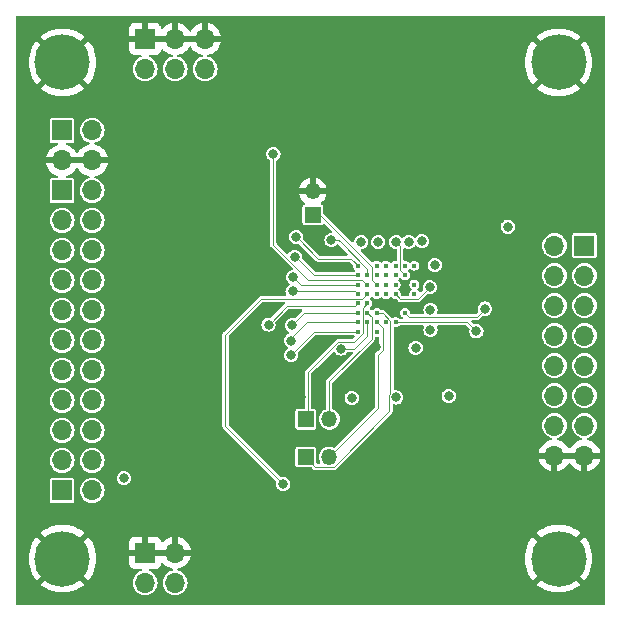
<source format=gbr>
%TF.GenerationSoftware,KiCad,Pcbnew,(7.0.0)*%
%TF.CreationDate,2023-04-27T19:26:51+01:00*%
%TF.ProjectId,OpenBCI_ESP32_ADS1298,4f70656e-4243-4495-9f45-535033325f41,rev?*%
%TF.SameCoordinates,Original*%
%TF.FileFunction,Copper,L6,Bot*%
%TF.FilePolarity,Positive*%
%FSLAX46Y46*%
G04 Gerber Fmt 4.6, Leading zero omitted, Abs format (unit mm)*
G04 Created by KiCad (PCBNEW (7.0.0)) date 2023-04-27 19:26:51*
%MOMM*%
%LPD*%
G01*
G04 APERTURE LIST*
%TA.AperFunction,ComponentPad*%
%ADD10R,1.700000X1.700000*%
%TD*%
%TA.AperFunction,ComponentPad*%
%ADD11O,1.700000X1.700000*%
%TD*%
%TA.AperFunction,ComponentPad*%
%ADD12C,3.100000*%
%TD*%
%TA.AperFunction,ConnectorPad*%
%ADD13C,4.700000*%
%TD*%
%TA.AperFunction,ComponentPad*%
%ADD14R,1.350000X1.350000*%
%TD*%
%TA.AperFunction,ComponentPad*%
%ADD15O,1.350000X1.350000*%
%TD*%
%TA.AperFunction,ViaPad*%
%ADD16C,0.800000*%
%TD*%
%TA.AperFunction,ViaPad*%
%ADD17C,0.450000*%
%TD*%
%TA.AperFunction,Conductor*%
%ADD18C,0.120000*%
%TD*%
G04 APERTURE END LIST*
D10*
%TO.P,J1,1,Pin_1*%
%TO.N,+2V5*%
X103969999Y-59749999D03*
D11*
%TO.P,J1,2,Pin_2*%
X106509999Y-59749999D03*
%TO.P,J1,3,Pin_3*%
%TO.N,GND*%
X103969999Y-62289999D03*
%TO.P,J1,4,Pin_4*%
X106509999Y-62289999D03*
D10*
%TO.P,J1,5,Pin_5*%
%TO.N,/Analog_Input/BIAS*%
X103969999Y-64829999D03*
D11*
%TO.P,J1,6,Pin_6*%
X106509999Y-64829999D03*
%TO.P,J1,7,Pin_7*%
%TO.N,/Analog_Input/8N*%
X103969999Y-67369999D03*
%TO.P,J1,8,Pin_8*%
%TO.N,/Analog_Input/8P*%
X106509999Y-67369999D03*
%TO.P,J1,9,Pin_9*%
%TO.N,/Analog_Input/7N*%
X103969999Y-69909999D03*
%TO.P,J1,10,Pin_10*%
%TO.N,/Analog_Input/7P*%
X106509999Y-69909999D03*
%TO.P,J1,11,Pin_11*%
%TO.N,/Analog_Input/6N*%
X103969999Y-72449999D03*
%TO.P,J1,12,Pin_12*%
%TO.N,/Analog_Input/6P*%
X106509999Y-72449999D03*
%TO.P,J1,13,Pin_13*%
%TO.N,/Analog_Input/5N*%
X103969999Y-74989999D03*
%TO.P,J1,14,Pin_14*%
%TO.N,/Analog_Input/5P*%
X106509999Y-74989999D03*
%TO.P,J1,15,Pin_15*%
%TO.N,/Analog_Input/4N*%
X103969999Y-77529999D03*
%TO.P,J1,16,Pin_16*%
%TO.N,/Analog_Input/4P*%
X106509999Y-77529999D03*
%TO.P,J1,17,Pin_17*%
%TO.N,/Analog_Input/3N*%
X103969999Y-80069999D03*
%TO.P,J1,18,Pin_18*%
%TO.N,/Analog_Input/3P*%
X106509999Y-80069999D03*
%TO.P,J1,19,Pin_19*%
%TO.N,/Analog_Input/2N*%
X103969999Y-82609999D03*
%TO.P,J1,20,Pin_20*%
%TO.N,/Analog_Input/2P*%
X106509999Y-82609999D03*
%TO.P,J1,21,Pin_21*%
%TO.N,/Analog_Input/1N*%
X103969999Y-85149999D03*
%TO.P,J1,22,Pin_22*%
%TO.N,/Analog_Input/1P*%
X106509999Y-85149999D03*
%TO.P,J1,23,Pin_23*%
%TO.N,/Analog_Input/WCT_OUT*%
X103969999Y-87689999D03*
%TO.P,J1,24,Pin_24*%
X106509999Y-87689999D03*
D10*
%TO.P,J1,25,Pin_25*%
%TO.N,-2V5*%
X103969999Y-90229999D03*
D11*
%TO.P,J1,26,Pin_26*%
X106509999Y-90229999D03*
%TD*%
D10*
%TO.P,J2,1,Pin_1*%
%TO.N,+3.3V*%
X148199999Y-69499999D03*
D11*
%TO.P,J2,2,Pin_2*%
X145659999Y-69499999D03*
%TO.P,J2,3,Pin_3*%
%TO.N,/ADS1298/DRDY2*%
X148199999Y-72039999D03*
%TO.P,J2,4,Pin_4*%
%TO.N,/ADS1298/DRDY1*%
X145659999Y-72039999D03*
%TO.P,J2,5,Pin_5*%
%TO.N,unconnected-(J2-Pin_5-Pad5)*%
X148199999Y-74579999D03*
%TO.P,J2,6,Pin_6*%
%TO.N,/ADS1298/DOUT*%
X145659999Y-74579999D03*
%TO.P,J2,7,Pin_7*%
%TO.N,unconnected-(J2-Pin_7-Pad7)*%
X148199999Y-77119999D03*
%TO.P,J2,8,Pin_8*%
%TO.N,/ADS1298/SCLK*%
X145659999Y-77119999D03*
%TO.P,J2,9,Pin_9*%
%TO.N,/ADS1298/CS2*%
X148199999Y-79659999D03*
%TO.P,J2,10,Pin_10*%
%TO.N,/ADS1298/CS1*%
X145659999Y-79659999D03*
%TO.P,J2,11,Pin_11*%
%TO.N,/ADS1298/RESET*%
X148199999Y-82199999D03*
%TO.P,J2,12,Pin_12*%
%TO.N,/ADS1298/CLK*%
X145659999Y-82199999D03*
%TO.P,J2,13,Pin_13*%
%TO.N,unconnected-(J2-Pin_13-Pad13)*%
X148199999Y-84739999D03*
%TO.P,J2,14,Pin_14*%
%TO.N,/ADS1298/DIN*%
X145659999Y-84739999D03*
%TO.P,J2,15,Pin_15*%
%TO.N,GND*%
X148199999Y-87279999D03*
%TO.P,J2,16,Pin_16*%
X145659999Y-87279999D03*
%TD*%
D10*
%TO.P,J3,1,Pin_1*%
%TO.N,GND*%
X110999999Y-51999999D03*
D11*
%TO.P,J3,2,Pin_2*%
%TO.N,+2V5*%
X110999999Y-54539999D03*
%TO.P,J3,3,Pin_3*%
%TO.N,GND*%
X113539999Y-51999999D03*
%TO.P,J3,4,Pin_4*%
%TO.N,+2V5*%
X113539999Y-54539999D03*
%TO.P,J3,5,Pin_5*%
%TO.N,GND*%
X116079999Y-51999999D03*
%TO.P,J3,6,Pin_6*%
%TO.N,/ADS1298/RL_OUT*%
X116079999Y-54539999D03*
%TD*%
D10*
%TO.P,J4,1,Pin_1*%
%TO.N,GND*%
X110999999Y-95499999D03*
D11*
%TO.P,J4,2,Pin_2*%
%TO.N,-2V5*%
X110999999Y-98039999D03*
%TO.P,J4,3,Pin_3*%
%TO.N,GND*%
X113539999Y-95499999D03*
%TO.P,J4,4,Pin_4*%
%TO.N,-2V5*%
X113539999Y-98039999D03*
%TD*%
D12*
%TO.P,H1,1,1*%
%TO.N,GND*%
X104000000Y-54000000D03*
D13*
X104000000Y-54000000D03*
%TD*%
D12*
%TO.P,H2,1,1*%
%TO.N,GND*%
X104000000Y-96000000D03*
D13*
X104000000Y-96000000D03*
%TD*%
D12*
%TO.P,H3,1,1*%
%TO.N,GND*%
X146000000Y-54000000D03*
D13*
X146000000Y-54000000D03*
%TD*%
D12*
%TO.P,H4,1,1*%
%TO.N,GND*%
X146000000Y-96000000D03*
D13*
X146000000Y-96000000D03*
%TD*%
D14*
%TO.P,J5,1,Pin_1*%
%TO.N,Net-(J5-Pin_1)*%
X124599999Y-84199999D03*
D15*
%TO.P,J5,2,Pin_2*%
%TO.N,Net-(J5-Pin_2)*%
X126599999Y-84199999D03*
%TD*%
D14*
%TO.P,J6,1,Pin_1*%
%TO.N,Net-(J6-Pin_1)*%
X124599999Y-87399999D03*
D15*
%TO.P,J6,2,Pin_2*%
%TO.N,Net-(J6-Pin_2)*%
X126599999Y-87399999D03*
%TD*%
D14*
%TO.P,J7,1,Pin_1*%
%TO.N,Net-(J7-Pin_1)*%
X125199999Y-66899999D03*
D15*
%TO.P,J7,2,Pin_2*%
%TO.N,GND*%
X125199999Y-64899999D03*
%TD*%
D16*
%TO.N,GND*%
X124230000Y-82320000D03*
X134360000Y-82290000D03*
X127360000Y-89580000D03*
X109200000Y-69900000D03*
X138730000Y-80350000D03*
X132620000Y-78090000D03*
X114200000Y-63400000D03*
X114300000Y-57800000D03*
X137130000Y-66950000D03*
X124640000Y-85790000D03*
X110000000Y-91300000D03*
D17*
X133000000Y-72800000D03*
D16*
X112200000Y-93300000D03*
X109200000Y-73900000D03*
X137190000Y-71060000D03*
X118300000Y-91100000D03*
X138900000Y-64900000D03*
D17*
X132200000Y-75200000D03*
X133000000Y-73600000D03*
D16*
X109100000Y-65700000D03*
X130550000Y-78130000D03*
X109157667Y-85834189D03*
X109166432Y-78535681D03*
D17*
X133000000Y-76810000D03*
X130600000Y-74400000D03*
%TO.N,-2V5*%
X131400000Y-71200000D03*
X130600000Y-76800000D03*
X131400000Y-72000000D03*
D16*
X109200000Y-89200000D03*
X133310000Y-69190000D03*
X136700000Y-82240000D03*
D17*
X131400000Y-72800000D03*
D16*
X130740000Y-69180000D03*
X133900000Y-78150000D03*
D17*
X130600000Y-73600000D03*
X131400000Y-73600000D03*
D16*
X132240000Y-82360000D03*
D17*
X133800000Y-71200000D03*
D16*
X128490000Y-82400000D03*
D17*
%TO.N,+2V5*%
X132200000Y-72800000D03*
X130600000Y-72000000D03*
X132200000Y-72000000D03*
X130600000Y-71200000D03*
D16*
X134440000Y-69130000D03*
X129290000Y-69200000D03*
D17*
X132200000Y-71200000D03*
X133000000Y-71200000D03*
%TO.N,/ADS1298/IN1N*%
X129000000Y-76800000D03*
D16*
X123360000Y-78780000D03*
D17*
%TO.N,/ADS1298/IN2N*%
X129000000Y-76000000D03*
D16*
X123380000Y-77540000D03*
%TO.N,/ADS1298/IN3N*%
X123420000Y-76260000D03*
D17*
X129000000Y-75200000D03*
D16*
%TO.N,/ADS1298/IN4N*%
X121450000Y-76190000D03*
D17*
X129000000Y-74400000D03*
D16*
%TO.N,/ADS1298/IN5N*%
X123490000Y-73380000D03*
D17*
X129000000Y-73600000D03*
%TO.N,/ADS1298/IN6N*%
X129000000Y-72800000D03*
D16*
X123550000Y-72190000D03*
D17*
%TO.N,/ADS1298/IN7N*%
X129000000Y-72000000D03*
D16*
X123660000Y-70450000D03*
%TO.N,/ADS1298/IN8N*%
X123790000Y-68760000D03*
D17*
X129000000Y-71200000D03*
D16*
%TO.N,Net-(U7-VCAP3)*%
X132260000Y-69190000D03*
D17*
X133000000Y-72000000D03*
%TO.N,Net-(U7-VCAP4)*%
X129800000Y-76000000D03*
D16*
X127580000Y-78220000D03*
D17*
%TO.N,+3.3V*%
X133800000Y-72800000D03*
D16*
X135160000Y-74940000D03*
X135160000Y-76640000D03*
D17*
X133800000Y-73600000D03*
D16*
X135520000Y-71140000D03*
D17*
X131400000Y-76000000D03*
D16*
X141700000Y-67900000D03*
D17*
%TO.N,/ADS1298/RESET*%
X132200000Y-76000000D03*
D16*
X139050000Y-76760000D03*
%TO.N,/ADS1298/CS*%
X139780000Y-74840000D03*
D17*
X133000000Y-75200000D03*
D16*
%TO.N,/ADS1298/DRDY*%
X135100000Y-73030000D03*
D17*
X132200000Y-73600000D03*
%TO.N,Net-(J5-Pin_1)*%
X129800000Y-74400000D03*
%TO.N,Net-(J5-Pin_2)*%
X129800000Y-75200000D03*
%TO.N,Net-(J6-Pin_1)*%
X130600000Y-75199998D03*
%TO.N,Net-(J6-Pin_2)*%
X130600000Y-76000000D03*
D16*
%TO.N,/ADS1298/WCT*%
X122700000Y-89700000D03*
D17*
X129800000Y-73600000D03*
%TO.N,Net-(J7-Pin_1)*%
X130600000Y-72800000D03*
D16*
%TO.N,Net-(U7-RLDOUT)*%
X126780000Y-69040000D03*
D17*
X129800000Y-72000000D03*
D16*
%TO.N,Net-(U7-RLDINV)*%
X121860000Y-61760000D03*
D17*
X129800000Y-72800000D03*
%TD*%
D18*
%TO.N,/ADS1298/IN1N*%
X125340000Y-76800000D02*
X123360000Y-78780000D01*
X129000000Y-76800000D02*
X125340000Y-76800000D01*
%TO.N,/ADS1298/IN2N*%
X124720000Y-76000000D02*
X123380000Y-77340000D01*
X123380000Y-77340000D02*
X123380000Y-77540000D01*
X129000000Y-76000000D02*
X124720000Y-76000000D01*
%TO.N,/ADS1298/IN3N*%
X129000000Y-75200000D02*
X124480000Y-75200000D01*
X124480000Y-75200000D02*
X123420000Y-76260000D01*
%TO.N,/ADS1298/IN4N*%
X123040000Y-74600000D02*
X121450000Y-76190000D01*
X128800000Y-74600000D02*
X123040000Y-74600000D01*
X129000000Y-74400000D02*
X128800000Y-74600000D01*
%TO.N,/ADS1298/IN5N*%
X128780000Y-73380000D02*
X123490000Y-73380000D01*
X129000000Y-73600000D02*
X128780000Y-73380000D01*
%TO.N,/ADS1298/IN6N*%
X124160000Y-72800000D02*
X123550000Y-72190000D01*
X129000000Y-72800000D02*
X124160000Y-72800000D01*
%TO.N,/ADS1298/IN7N*%
X123790000Y-70450000D02*
X123660000Y-70450000D01*
X129000000Y-72000000D02*
X125340000Y-72000000D01*
X125340000Y-72000000D02*
X123790000Y-70450000D01*
%TO.N,/ADS1298/IN8N*%
X125670000Y-70610000D02*
X123820000Y-68760000D01*
X128430000Y-70610000D02*
X125670000Y-70610000D01*
X123820000Y-68760000D02*
X123790000Y-68760000D01*
X129000000Y-71200000D02*
X129000000Y-71180000D01*
X129000000Y-71180000D02*
X128430000Y-70610000D01*
%TO.N,Net-(U7-VCAP3)*%
X133000000Y-72000000D02*
X132600000Y-71600000D01*
X132600000Y-69530000D02*
X132260000Y-69190000D01*
X132600000Y-71600000D02*
X132600000Y-69530000D01*
%TO.N,Net-(U7-VCAP4)*%
X129800000Y-77120000D02*
X128700000Y-78220000D01*
X129800000Y-76000000D02*
X129800000Y-77120000D01*
X128700000Y-78220000D02*
X127580000Y-78220000D01*
%TO.N,/ADS1298/RESET*%
X138290000Y-76000000D02*
X139050000Y-76760000D01*
X132200000Y-76000000D02*
X138290000Y-76000000D01*
%TO.N,/ADS1298/CS*%
X133000000Y-75200000D02*
X133010000Y-75200000D01*
X139070000Y-75550000D02*
X139780000Y-74840000D01*
X133010000Y-75200000D02*
X133360000Y-75550000D01*
X133360000Y-75550000D02*
X139070000Y-75550000D01*
%TO.N,/ADS1298/DRDY*%
X132620000Y-74020000D02*
X134110000Y-74020000D01*
X134110000Y-74020000D02*
X135100000Y-73030000D01*
X132200000Y-73600000D02*
X132620000Y-74020000D01*
%TO.N,Net-(J5-Pin_1)*%
X124780000Y-80242182D02*
X124780000Y-84020000D01*
X127362182Y-77660000D02*
X124780000Y-80242182D01*
X124780000Y-84020000D02*
X124600000Y-84200000D01*
X128670331Y-77660000D02*
X127362182Y-77660000D01*
X129425000Y-74775000D02*
X129425000Y-76905331D01*
X129425000Y-76905331D02*
X128670331Y-77660000D01*
X129800000Y-74400000D02*
X129425000Y-74775000D01*
%TO.N,Net-(J5-Pin_2)*%
X130175000Y-77430903D02*
X126600000Y-81005903D01*
X126600000Y-81005903D02*
X126600000Y-84200000D01*
X130175000Y-75575000D02*
X130175000Y-77430903D01*
X129800000Y-75200000D02*
X130175000Y-75575000D01*
%TO.N,Net-(J6-Pin_1)*%
X131130329Y-75199998D02*
X131775000Y-75844669D01*
X125425000Y-88225000D02*
X124600000Y-87400000D01*
X126985000Y-88225000D02*
X125425000Y-88225000D01*
X131690000Y-82132182D02*
X131690000Y-83520000D01*
X131690000Y-83520000D02*
X126985000Y-88225000D01*
X131775000Y-75844669D02*
X131775000Y-82047182D01*
X130600000Y-75199998D02*
X131130329Y-75199998D01*
X131775000Y-82047182D02*
X131690000Y-82132182D01*
%TO.N,Net-(J6-Pin_2)*%
X131100000Y-78357818D02*
X130712318Y-78745500D01*
X130712318Y-78745500D02*
X130712318Y-83287682D01*
X130712318Y-83287682D02*
X126600000Y-87400000D01*
X131100000Y-76500000D02*
X131100000Y-78357818D01*
X130600000Y-76000000D02*
X131100000Y-76500000D01*
%TO.N,/ADS1298/WCT*%
X117800000Y-77030000D02*
X117800000Y-84800000D01*
X129800000Y-73600000D02*
X129380000Y-74020000D01*
X129380000Y-74020000D02*
X120810000Y-74020000D01*
X117800000Y-84800000D02*
X122700000Y-89700000D01*
X120810000Y-74020000D02*
X117800000Y-77030000D01*
%TO.N,Net-(J7-Pin_1)*%
X130225000Y-72425000D02*
X130225000Y-71285000D01*
X130600000Y-72800000D02*
X130225000Y-72425000D01*
X130225000Y-71285000D02*
X125840000Y-66900000D01*
X125840000Y-66900000D02*
X125200000Y-66900000D01*
%TO.N,Net-(U7-RLDOUT)*%
X129800000Y-71469669D02*
X127460331Y-69130000D01*
X129800000Y-72000000D02*
X129800000Y-71469669D01*
X127370331Y-69040000D02*
X126780000Y-69040000D01*
X127460331Y-69130000D02*
X127370331Y-69040000D01*
%TO.N,Net-(U7-RLDINV)*%
X124807182Y-72375000D02*
X121860000Y-69427818D01*
X121860000Y-69427818D02*
X121860000Y-61760000D01*
X129375000Y-72375000D02*
X124807182Y-72375000D01*
X129800000Y-72800000D02*
X129375000Y-72375000D01*
%TD*%
%TA.AperFunction,Conductor*%
%TO.N,GND*%
G36*
X149925000Y-50038763D02*
G01*
X149961237Y-50075000D01*
X149974500Y-50124500D01*
X149974500Y-99875500D01*
X149961237Y-99925000D01*
X149925000Y-99961237D01*
X149875500Y-99974500D01*
X100124500Y-99974500D01*
X100075000Y-99961237D01*
X100038763Y-99925000D01*
X100025500Y-99875500D01*
X100025500Y-98192329D01*
X102171096Y-98192329D01*
X102177234Y-98201371D01*
X102288214Y-98294495D01*
X102292845Y-98297942D01*
X102566175Y-98477714D01*
X102571142Y-98480582D01*
X102863515Y-98627418D01*
X102868788Y-98629692D01*
X103176222Y-98741589D01*
X103181734Y-98743239D01*
X103500062Y-98818683D01*
X103505735Y-98819684D01*
X103830678Y-98857665D01*
X103836424Y-98858000D01*
X104163576Y-98858000D01*
X104169321Y-98857665D01*
X104494264Y-98819684D01*
X104499937Y-98818683D01*
X104818265Y-98743239D01*
X104823777Y-98741589D01*
X105131211Y-98629692D01*
X105136484Y-98627418D01*
X105428857Y-98480582D01*
X105433824Y-98477714D01*
X105707154Y-98297942D01*
X105711785Y-98294495D01*
X105822764Y-98201371D01*
X105828902Y-98192329D01*
X105823578Y-98182789D01*
X104009214Y-96368424D01*
X104000000Y-96363104D01*
X103990785Y-96368424D01*
X102176420Y-98182789D01*
X102171096Y-98192329D01*
X100025500Y-98192329D01*
X100025500Y-96002884D01*
X101137325Y-96002884D01*
X101156347Y-96329476D01*
X101157014Y-96335191D01*
X101213823Y-96657375D01*
X101215152Y-96662979D01*
X101308982Y-96976393D01*
X101310949Y-96981796D01*
X101440527Y-97282194D01*
X101443112Y-97287340D01*
X101606690Y-97570664D01*
X101609846Y-97575464D01*
X101795714Y-97825128D01*
X101804572Y-97831790D01*
X101814307Y-97826480D01*
X103631574Y-96009214D01*
X103636894Y-96000000D01*
X104363104Y-96000000D01*
X104368424Y-96009214D01*
X106185691Y-97826480D01*
X106195425Y-97831790D01*
X106204286Y-97825126D01*
X106390153Y-97575464D01*
X106393309Y-97570664D01*
X106556887Y-97287340D01*
X106559472Y-97282194D01*
X106689050Y-96981796D01*
X106691017Y-96976393D01*
X106784847Y-96662979D01*
X106786176Y-96657375D01*
X106832273Y-96395944D01*
X109642000Y-96395944D01*
X109642282Y-96401217D01*
X109647843Y-96452939D01*
X109650668Y-96464895D01*
X109697079Y-96589327D01*
X109703797Y-96601631D01*
X109782849Y-96707231D01*
X109792768Y-96717150D01*
X109898368Y-96796202D01*
X109910672Y-96802920D01*
X110035104Y-96849331D01*
X110047060Y-96852156D01*
X110098782Y-96857717D01*
X110104056Y-96858000D01*
X110610266Y-96858000D01*
X110663641Y-96873621D01*
X110700172Y-96915553D01*
X110708332Y-96970564D01*
X110685546Y-97021296D01*
X110639004Y-97051737D01*
X110600706Y-97063354D01*
X110600702Y-97063355D01*
X110596046Y-97064768D01*
X110591757Y-97067060D01*
X110591751Y-97067063D01*
X110417836Y-97160023D01*
X110417828Y-97160028D01*
X110413550Y-97162315D01*
X110409796Y-97165394D01*
X110409791Y-97165399D01*
X110257354Y-97290500D01*
X110257348Y-97290505D01*
X110253590Y-97293590D01*
X110250505Y-97297348D01*
X110250500Y-97297354D01*
X110125399Y-97449791D01*
X110125394Y-97449796D01*
X110122315Y-97453550D01*
X110120028Y-97457828D01*
X110120023Y-97457836D01*
X110027063Y-97631751D01*
X110027060Y-97631757D01*
X110024768Y-97636046D01*
X110023355Y-97640702D01*
X110023354Y-97640706D01*
X109966112Y-97829409D01*
X109966110Y-97829415D01*
X109964700Y-97834066D01*
X109944417Y-98040000D01*
X109964700Y-98245934D01*
X109966111Y-98250586D01*
X109966112Y-98250590D01*
X109980476Y-98297942D01*
X110024768Y-98443954D01*
X110027062Y-98448246D01*
X110027063Y-98448248D01*
X110120023Y-98622163D01*
X110120025Y-98622166D01*
X110122315Y-98626450D01*
X110125398Y-98630207D01*
X110125399Y-98630208D01*
X110216806Y-98741589D01*
X110253590Y-98786410D01*
X110413550Y-98917685D01*
X110596046Y-99015232D01*
X110794066Y-99075300D01*
X111000000Y-99095583D01*
X111205934Y-99075300D01*
X111403954Y-99015232D01*
X111586450Y-98917685D01*
X111746410Y-98786410D01*
X111877685Y-98626450D01*
X111975232Y-98443954D01*
X112035300Y-98245934D01*
X112055583Y-98040000D01*
X112035300Y-97834066D01*
X111975232Y-97636046D01*
X111877685Y-97453550D01*
X111746410Y-97293590D01*
X111738794Y-97287340D01*
X111590208Y-97165399D01*
X111590207Y-97165398D01*
X111586450Y-97162315D01*
X111582166Y-97160025D01*
X111582163Y-97160023D01*
X111408248Y-97067063D01*
X111408246Y-97067062D01*
X111403954Y-97064768D01*
X111360995Y-97051736D01*
X111314454Y-97021296D01*
X111291668Y-96970564D01*
X111299828Y-96915553D01*
X111336359Y-96873621D01*
X111389734Y-96858000D01*
X111895944Y-96858000D01*
X111901217Y-96857717D01*
X111952939Y-96852156D01*
X111964895Y-96849331D01*
X112089327Y-96802920D01*
X112101631Y-96796202D01*
X112207231Y-96717150D01*
X112217150Y-96707231D01*
X112296202Y-96601631D01*
X112302920Y-96589327D01*
X112349331Y-96464895D01*
X112353582Y-96446908D01*
X112355651Y-96447397D01*
X112373157Y-96405176D01*
X112419155Y-96373365D01*
X112475053Y-96371557D01*
X112523011Y-96400329D01*
X112614325Y-96499523D01*
X112620334Y-96505054D01*
X112791466Y-96638252D01*
X112798300Y-96642717D01*
X112989027Y-96745933D01*
X112996501Y-96749211D01*
X113201620Y-96819629D01*
X113209521Y-96821630D01*
X113262024Y-96830391D01*
X113309635Y-96852429D01*
X113339299Y-96895702D01*
X113342686Y-96948057D01*
X113318843Y-96994790D01*
X113274468Y-97022778D01*
X113140706Y-97063354D01*
X113140702Y-97063355D01*
X113136046Y-97064768D01*
X113131757Y-97067060D01*
X113131751Y-97067063D01*
X112957836Y-97160023D01*
X112957828Y-97160028D01*
X112953550Y-97162315D01*
X112949796Y-97165394D01*
X112949791Y-97165399D01*
X112797354Y-97290500D01*
X112797348Y-97290505D01*
X112793590Y-97293590D01*
X112790505Y-97297348D01*
X112790500Y-97297354D01*
X112665399Y-97449791D01*
X112665394Y-97449796D01*
X112662315Y-97453550D01*
X112660028Y-97457828D01*
X112660023Y-97457836D01*
X112567063Y-97631751D01*
X112567060Y-97631757D01*
X112564768Y-97636046D01*
X112563355Y-97640702D01*
X112563354Y-97640706D01*
X112506112Y-97829409D01*
X112506110Y-97829415D01*
X112504700Y-97834066D01*
X112484417Y-98040000D01*
X112504700Y-98245934D01*
X112506111Y-98250586D01*
X112506112Y-98250590D01*
X112520476Y-98297942D01*
X112564768Y-98443954D01*
X112567062Y-98448246D01*
X112567063Y-98448248D01*
X112660023Y-98622163D01*
X112660025Y-98622166D01*
X112662315Y-98626450D01*
X112665398Y-98630207D01*
X112665399Y-98630208D01*
X112756806Y-98741589D01*
X112793590Y-98786410D01*
X112953550Y-98917685D01*
X113136046Y-99015232D01*
X113334066Y-99075300D01*
X113540000Y-99095583D01*
X113745934Y-99075300D01*
X113943954Y-99015232D01*
X114126450Y-98917685D01*
X114286410Y-98786410D01*
X114417685Y-98626450D01*
X114515232Y-98443954D01*
X114575300Y-98245934D01*
X114580580Y-98192329D01*
X144171096Y-98192329D01*
X144177234Y-98201371D01*
X144288214Y-98294495D01*
X144292845Y-98297942D01*
X144566175Y-98477714D01*
X144571142Y-98480582D01*
X144863515Y-98627418D01*
X144868788Y-98629692D01*
X145176222Y-98741589D01*
X145181734Y-98743239D01*
X145500062Y-98818683D01*
X145505735Y-98819684D01*
X145830678Y-98857665D01*
X145836424Y-98858000D01*
X146163576Y-98858000D01*
X146169321Y-98857665D01*
X146494264Y-98819684D01*
X146499937Y-98818683D01*
X146818265Y-98743239D01*
X146823777Y-98741589D01*
X147131211Y-98629692D01*
X147136484Y-98627418D01*
X147428857Y-98480582D01*
X147433824Y-98477714D01*
X147707154Y-98297942D01*
X147711785Y-98294495D01*
X147822764Y-98201371D01*
X147828902Y-98192329D01*
X147823578Y-98182789D01*
X146009214Y-96368424D01*
X146000000Y-96363104D01*
X145990785Y-96368424D01*
X144176420Y-98182789D01*
X144171096Y-98192329D01*
X114580580Y-98192329D01*
X114595583Y-98040000D01*
X114575300Y-97834066D01*
X114515232Y-97636046D01*
X114417685Y-97453550D01*
X114286410Y-97293590D01*
X114278794Y-97287340D01*
X114130208Y-97165399D01*
X114130207Y-97165398D01*
X114126450Y-97162315D01*
X114122166Y-97160025D01*
X114122163Y-97160023D01*
X113948248Y-97067063D01*
X113948246Y-97067062D01*
X113943954Y-97064768D01*
X113939293Y-97063354D01*
X113805531Y-97022778D01*
X113761156Y-96994790D01*
X113737313Y-96948057D01*
X113740700Y-96895702D01*
X113770364Y-96852429D01*
X113817975Y-96830391D01*
X113870478Y-96821630D01*
X113878379Y-96819629D01*
X114083498Y-96749211D01*
X114090972Y-96745933D01*
X114281699Y-96642717D01*
X114288533Y-96638252D01*
X114459665Y-96505054D01*
X114465674Y-96499523D01*
X114612555Y-96339967D01*
X114617564Y-96333531D01*
X114736177Y-96151980D01*
X114740063Y-96144800D01*
X114802314Y-96002884D01*
X143137325Y-96002884D01*
X143156347Y-96329476D01*
X143157014Y-96335191D01*
X143213823Y-96657375D01*
X143215152Y-96662979D01*
X143308982Y-96976393D01*
X143310949Y-96981796D01*
X143440527Y-97282194D01*
X143443112Y-97287340D01*
X143606690Y-97570664D01*
X143609846Y-97575464D01*
X143795714Y-97825128D01*
X143804572Y-97831790D01*
X143814307Y-97826480D01*
X145631574Y-96009214D01*
X145636894Y-96000000D01*
X146363104Y-96000000D01*
X146368424Y-96009214D01*
X148185691Y-97826480D01*
X148195425Y-97831790D01*
X148204286Y-97825126D01*
X148390153Y-97575464D01*
X148393309Y-97570664D01*
X148556887Y-97287340D01*
X148559472Y-97282194D01*
X148689050Y-96981796D01*
X148691017Y-96976393D01*
X148784847Y-96662979D01*
X148786176Y-96657375D01*
X148842985Y-96335191D01*
X148843652Y-96329476D01*
X148862675Y-96002884D01*
X148862675Y-95997116D01*
X148843652Y-95670523D01*
X148842985Y-95664808D01*
X148786176Y-95342624D01*
X148784847Y-95337020D01*
X148691017Y-95023606D01*
X148689050Y-95018203D01*
X148559472Y-94717805D01*
X148556887Y-94712659D01*
X148393309Y-94429335D01*
X148390153Y-94424535D01*
X148204284Y-94174870D01*
X148195426Y-94168208D01*
X148185691Y-94173518D01*
X146368424Y-95990785D01*
X146363104Y-96000000D01*
X145636894Y-96000000D01*
X145631574Y-95990785D01*
X143814307Y-94173518D01*
X143804573Y-94168208D01*
X143795712Y-94174872D01*
X143609856Y-94424522D01*
X143606684Y-94429344D01*
X143443112Y-94712659D01*
X143440527Y-94717805D01*
X143310949Y-95018203D01*
X143308982Y-95023606D01*
X143215152Y-95337020D01*
X143213823Y-95342624D01*
X143157014Y-95664808D01*
X143156347Y-95670523D01*
X143137325Y-95997116D01*
X143137325Y-96002884D01*
X114802314Y-96002884D01*
X114827177Y-95946202D01*
X114829825Y-95938488D01*
X114872831Y-95768658D01*
X114872209Y-95757373D01*
X114861423Y-95754000D01*
X109655033Y-95754000D01*
X109644754Y-95756754D01*
X109642000Y-95767033D01*
X109642000Y-96395944D01*
X106832273Y-96395944D01*
X106842985Y-96335191D01*
X106843652Y-96329476D01*
X106862675Y-96002884D01*
X106862675Y-95997116D01*
X106843652Y-95670523D01*
X106842985Y-95664808D01*
X106786176Y-95342624D01*
X106784847Y-95337020D01*
X106753696Y-95232967D01*
X109642000Y-95232967D01*
X109644754Y-95243245D01*
X109655033Y-95246000D01*
X110732967Y-95246000D01*
X110743245Y-95243245D01*
X110746000Y-95232967D01*
X111254000Y-95232967D01*
X111256754Y-95243245D01*
X111267033Y-95246000D01*
X113272967Y-95246000D01*
X113283245Y-95243245D01*
X113286000Y-95232967D01*
X113794000Y-95232967D01*
X113796754Y-95243245D01*
X113807033Y-95246000D01*
X114861423Y-95246000D01*
X114872209Y-95242626D01*
X114872831Y-95231341D01*
X114829825Y-95061511D01*
X114827177Y-95053797D01*
X114740063Y-94855199D01*
X114736177Y-94848019D01*
X114617564Y-94666468D01*
X114612555Y-94660032D01*
X114465674Y-94500476D01*
X114459665Y-94494945D01*
X114288533Y-94361747D01*
X114281699Y-94357282D01*
X114090972Y-94254066D01*
X114083498Y-94250788D01*
X113878379Y-94180370D01*
X113870480Y-94178370D01*
X113808226Y-94167982D01*
X113797177Y-94169359D01*
X113794000Y-94180032D01*
X113794000Y-95232967D01*
X113286000Y-95232967D01*
X113286000Y-94180032D01*
X113282822Y-94169359D01*
X113271773Y-94167982D01*
X113209519Y-94178370D01*
X113201620Y-94180370D01*
X112996501Y-94250788D01*
X112989027Y-94254066D01*
X112798300Y-94357282D01*
X112791466Y-94361747D01*
X112620334Y-94494945D01*
X112614318Y-94500483D01*
X112523010Y-94599670D01*
X112475054Y-94628442D01*
X112419157Y-94626635D01*
X112373159Y-94594826D01*
X112355650Y-94552603D01*
X112353582Y-94553092D01*
X112349331Y-94535104D01*
X112302920Y-94410672D01*
X112296202Y-94398368D01*
X112217150Y-94292768D01*
X112207231Y-94282849D01*
X112101631Y-94203797D01*
X112089327Y-94197079D01*
X111964895Y-94150668D01*
X111952939Y-94147843D01*
X111901217Y-94142282D01*
X111895944Y-94142000D01*
X111267033Y-94142000D01*
X111256754Y-94144754D01*
X111254000Y-94155033D01*
X111254000Y-95232967D01*
X110746000Y-95232967D01*
X110746000Y-94155033D01*
X110743245Y-94144754D01*
X110732967Y-94142000D01*
X110104056Y-94142000D01*
X110098782Y-94142282D01*
X110047060Y-94147843D01*
X110035104Y-94150668D01*
X109910672Y-94197079D01*
X109898368Y-94203797D01*
X109792768Y-94282849D01*
X109782849Y-94292768D01*
X109703797Y-94398368D01*
X109697079Y-94410672D01*
X109650668Y-94535104D01*
X109647843Y-94547060D01*
X109642282Y-94598782D01*
X109642000Y-94604056D01*
X109642000Y-95232967D01*
X106753696Y-95232967D01*
X106691017Y-95023606D01*
X106689050Y-95018203D01*
X106559472Y-94717805D01*
X106556887Y-94712659D01*
X106393309Y-94429335D01*
X106390153Y-94424535D01*
X106204284Y-94174870D01*
X106195426Y-94168208D01*
X106185691Y-94173518D01*
X104368424Y-95990785D01*
X104363104Y-96000000D01*
X103636894Y-96000000D01*
X103631574Y-95990785D01*
X101814307Y-94173518D01*
X101804573Y-94168208D01*
X101795712Y-94174872D01*
X101609856Y-94424522D01*
X101606684Y-94429344D01*
X101443112Y-94712659D01*
X101440527Y-94717805D01*
X101310949Y-95018203D01*
X101308982Y-95023606D01*
X101215152Y-95337020D01*
X101213823Y-95342624D01*
X101157014Y-95664808D01*
X101156347Y-95670523D01*
X101137325Y-95997116D01*
X101137325Y-96002884D01*
X100025500Y-96002884D01*
X100025500Y-93807669D01*
X102171096Y-93807669D01*
X102176420Y-93817209D01*
X103990785Y-95631574D01*
X104000000Y-95636894D01*
X104009214Y-95631574D01*
X105823578Y-93817209D01*
X105828902Y-93807669D01*
X144171096Y-93807669D01*
X144176420Y-93817209D01*
X145990785Y-95631574D01*
X146000000Y-95636894D01*
X146009214Y-95631574D01*
X147823578Y-93817209D01*
X147828902Y-93807669D01*
X147822764Y-93798627D01*
X147711785Y-93705504D01*
X147707154Y-93702057D01*
X147433824Y-93522285D01*
X147428857Y-93519417D01*
X147136484Y-93372581D01*
X147131211Y-93370307D01*
X146823777Y-93258410D01*
X146818265Y-93256760D01*
X146499937Y-93181316D01*
X146494264Y-93180315D01*
X146169321Y-93142334D01*
X146163576Y-93142000D01*
X145836424Y-93142000D01*
X145830678Y-93142334D01*
X145505735Y-93180315D01*
X145500062Y-93181316D01*
X145181734Y-93256760D01*
X145176222Y-93258410D01*
X144868788Y-93370307D01*
X144863515Y-93372581D01*
X144571142Y-93519417D01*
X144566175Y-93522285D01*
X144292836Y-93702063D01*
X144288227Y-93705494D01*
X144177233Y-93798628D01*
X144171096Y-93807669D01*
X105828902Y-93807669D01*
X105822764Y-93798627D01*
X105711785Y-93705504D01*
X105707154Y-93702057D01*
X105433824Y-93522285D01*
X105428857Y-93519417D01*
X105136484Y-93372581D01*
X105131211Y-93370307D01*
X104823777Y-93258410D01*
X104818265Y-93256760D01*
X104499937Y-93181316D01*
X104494264Y-93180315D01*
X104169321Y-93142334D01*
X104163576Y-93142000D01*
X103836424Y-93142000D01*
X103830678Y-93142334D01*
X103505735Y-93180315D01*
X103500062Y-93181316D01*
X103181734Y-93256760D01*
X103176222Y-93258410D01*
X102868788Y-93370307D01*
X102863515Y-93372581D01*
X102571142Y-93519417D01*
X102566175Y-93522285D01*
X102292836Y-93702063D01*
X102288227Y-93705494D01*
X102177233Y-93798628D01*
X102171096Y-93807669D01*
X100025500Y-93807669D01*
X100025500Y-91099748D01*
X102919500Y-91099748D01*
X102920446Y-91104506D01*
X102920447Y-91104511D01*
X102921534Y-91109976D01*
X102931133Y-91158231D01*
X102936550Y-91166338D01*
X102936551Y-91166340D01*
X102970028Y-91216441D01*
X102975448Y-91224552D01*
X103041769Y-91268867D01*
X103100252Y-91280500D01*
X104834890Y-91280500D01*
X104839748Y-91280500D01*
X104898231Y-91268867D01*
X104964552Y-91224552D01*
X105008867Y-91158231D01*
X105020500Y-91099748D01*
X105020500Y-90230000D01*
X105454417Y-90230000D01*
X105474700Y-90435934D01*
X105534768Y-90633954D01*
X105537062Y-90638246D01*
X105537063Y-90638248D01*
X105630023Y-90812163D01*
X105630025Y-90812166D01*
X105632315Y-90816450D01*
X105763590Y-90976410D01*
X105923550Y-91107685D01*
X106106046Y-91205232D01*
X106304066Y-91265300D01*
X106510000Y-91285583D01*
X106715934Y-91265300D01*
X106913954Y-91205232D01*
X107096450Y-91107685D01*
X107256410Y-90976410D01*
X107387685Y-90816450D01*
X107485232Y-90633954D01*
X107545300Y-90435934D01*
X107565583Y-90230000D01*
X107545300Y-90024066D01*
X107485232Y-89826046D01*
X107387685Y-89643550D01*
X107256410Y-89483590D01*
X107096450Y-89352315D01*
X107092166Y-89350025D01*
X107092163Y-89350023D01*
X106918248Y-89257063D01*
X106918246Y-89257062D01*
X106913954Y-89254768D01*
X106909293Y-89253354D01*
X106733407Y-89200000D01*
X108594318Y-89200000D01*
X108595165Y-89206434D01*
X108614108Y-89350326D01*
X108614109Y-89350331D01*
X108614956Y-89356762D01*
X108675464Y-89502841D01*
X108679413Y-89507988D01*
X108679414Y-89507989D01*
X108706461Y-89543238D01*
X108771718Y-89628282D01*
X108897159Y-89724536D01*
X109043238Y-89785044D01*
X109200000Y-89805682D01*
X109356762Y-89785044D01*
X109502841Y-89724536D01*
X109628282Y-89628282D01*
X109724536Y-89502841D01*
X109785044Y-89356762D01*
X109805682Y-89200000D01*
X109785044Y-89043238D01*
X109724536Y-88897159D01*
X109628282Y-88771718D01*
X109593600Y-88745106D01*
X109507989Y-88679414D01*
X109507988Y-88679413D01*
X109502841Y-88675464D01*
X109496847Y-88672981D01*
X109496845Y-88672980D01*
X109362759Y-88617440D01*
X109362758Y-88617439D01*
X109356762Y-88614956D01*
X109350331Y-88614109D01*
X109350326Y-88614108D01*
X109206434Y-88595165D01*
X109200000Y-88594318D01*
X109193566Y-88595165D01*
X109049673Y-88614108D01*
X109049666Y-88614109D01*
X109043238Y-88614956D01*
X109037243Y-88617439D01*
X109037240Y-88617440D01*
X108903154Y-88672980D01*
X108903149Y-88672982D01*
X108897159Y-88675464D01*
X108892015Y-88679411D01*
X108892010Y-88679414D01*
X108776871Y-88767763D01*
X108776866Y-88767767D01*
X108771718Y-88771718D01*
X108767767Y-88776866D01*
X108767763Y-88776871D01*
X108679414Y-88892010D01*
X108679411Y-88892015D01*
X108675464Y-88897159D01*
X108672982Y-88903149D01*
X108672980Y-88903154D01*
X108617440Y-89037240D01*
X108614956Y-89043238D01*
X108614109Y-89049666D01*
X108614108Y-89049673D01*
X108605514Y-89114956D01*
X108594318Y-89200000D01*
X106733407Y-89200000D01*
X106720590Y-89196112D01*
X106720586Y-89196111D01*
X106715934Y-89194700D01*
X106510000Y-89174417D01*
X106505157Y-89174894D01*
X106308908Y-89194223D01*
X106308907Y-89194223D01*
X106304066Y-89194700D01*
X106299415Y-89196110D01*
X106299409Y-89196112D01*
X106110706Y-89253354D01*
X106110702Y-89253355D01*
X106106046Y-89254768D01*
X106101757Y-89257060D01*
X106101751Y-89257063D01*
X105927836Y-89350023D01*
X105927828Y-89350028D01*
X105923550Y-89352315D01*
X105919796Y-89355394D01*
X105919791Y-89355399D01*
X105767354Y-89480500D01*
X105767348Y-89480505D01*
X105763590Y-89483590D01*
X105760505Y-89487348D01*
X105760500Y-89487354D01*
X105635399Y-89639791D01*
X105635394Y-89639796D01*
X105632315Y-89643550D01*
X105630028Y-89647828D01*
X105630023Y-89647836D01*
X105537063Y-89821751D01*
X105537060Y-89821757D01*
X105534768Y-89826046D01*
X105533355Y-89830702D01*
X105533354Y-89830706D01*
X105476112Y-90019409D01*
X105476110Y-90019415D01*
X105474700Y-90024066D01*
X105454417Y-90230000D01*
X105020500Y-90230000D01*
X105020500Y-89360252D01*
X105008867Y-89301769D01*
X104964552Y-89235448D01*
X104956441Y-89230028D01*
X104906340Y-89196551D01*
X104906338Y-89196550D01*
X104898231Y-89191133D01*
X104888667Y-89189230D01*
X104888666Y-89189230D01*
X104844511Y-89180447D01*
X104844506Y-89180446D01*
X104839748Y-89179500D01*
X103100252Y-89179500D01*
X103095494Y-89180446D01*
X103095488Y-89180447D01*
X103051333Y-89189230D01*
X103051330Y-89189231D01*
X103041769Y-89191133D01*
X103033663Y-89196549D01*
X103033659Y-89196551D01*
X102983558Y-89230028D01*
X102983555Y-89230030D01*
X102975448Y-89235448D01*
X102970030Y-89243555D01*
X102970028Y-89243558D01*
X102936551Y-89293659D01*
X102936549Y-89293663D01*
X102931133Y-89301769D01*
X102929231Y-89311330D01*
X102929230Y-89311333D01*
X102920447Y-89355488D01*
X102920446Y-89355494D01*
X102919500Y-89360252D01*
X102919500Y-91099748D01*
X100025500Y-91099748D01*
X100025500Y-87690000D01*
X102914417Y-87690000D01*
X102934700Y-87895934D01*
X102936111Y-87900586D01*
X102936112Y-87900590D01*
X102955499Y-87964500D01*
X102994768Y-88093954D01*
X102997062Y-88098246D01*
X102997063Y-88098248D01*
X103090023Y-88272163D01*
X103090025Y-88272166D01*
X103092315Y-88276450D01*
X103095398Y-88280207D01*
X103095399Y-88280208D01*
X103212352Y-88422717D01*
X103223590Y-88436410D01*
X103383550Y-88567685D01*
X103566046Y-88665232D01*
X103764066Y-88725300D01*
X103970000Y-88745583D01*
X104175934Y-88725300D01*
X104373954Y-88665232D01*
X104556450Y-88567685D01*
X104716410Y-88436410D01*
X104847685Y-88276450D01*
X104945232Y-88093954D01*
X105005300Y-87895934D01*
X105025583Y-87690000D01*
X105454417Y-87690000D01*
X105474700Y-87895934D01*
X105476111Y-87900586D01*
X105476112Y-87900590D01*
X105495499Y-87964500D01*
X105534768Y-88093954D01*
X105537062Y-88098246D01*
X105537063Y-88098248D01*
X105630023Y-88272163D01*
X105630025Y-88272166D01*
X105632315Y-88276450D01*
X105635398Y-88280207D01*
X105635399Y-88280208D01*
X105752352Y-88422717D01*
X105763590Y-88436410D01*
X105923550Y-88567685D01*
X106106046Y-88665232D01*
X106304066Y-88725300D01*
X106510000Y-88745583D01*
X106715934Y-88725300D01*
X106913954Y-88665232D01*
X107096450Y-88567685D01*
X107256410Y-88436410D01*
X107387685Y-88276450D01*
X107485232Y-88093954D01*
X107545300Y-87895934D01*
X107565583Y-87690000D01*
X107545300Y-87484066D01*
X107485232Y-87286046D01*
X107387685Y-87103550D01*
X107256410Y-86943590D01*
X107177344Y-86878703D01*
X107100208Y-86815399D01*
X107100207Y-86815398D01*
X107096450Y-86812315D01*
X107092166Y-86810025D01*
X107092163Y-86810023D01*
X106918248Y-86717063D01*
X106918246Y-86717062D01*
X106913954Y-86714768D01*
X106909293Y-86713354D01*
X106720590Y-86656112D01*
X106720586Y-86656111D01*
X106715934Y-86654700D01*
X106510000Y-86634417D01*
X106505157Y-86634894D01*
X106308908Y-86654223D01*
X106308907Y-86654223D01*
X106304066Y-86654700D01*
X106299415Y-86656110D01*
X106299409Y-86656112D01*
X106110706Y-86713354D01*
X106110702Y-86713355D01*
X106106046Y-86714768D01*
X106101757Y-86717060D01*
X106101751Y-86717063D01*
X105927836Y-86810023D01*
X105927828Y-86810028D01*
X105923550Y-86812315D01*
X105919796Y-86815394D01*
X105919791Y-86815399D01*
X105767354Y-86940500D01*
X105767348Y-86940505D01*
X105763590Y-86943590D01*
X105760505Y-86947348D01*
X105760500Y-86947354D01*
X105635399Y-87099791D01*
X105635394Y-87099796D01*
X105632315Y-87103550D01*
X105630028Y-87107828D01*
X105630023Y-87107836D01*
X105537063Y-87281751D01*
X105537060Y-87281757D01*
X105534768Y-87286046D01*
X105533355Y-87290702D01*
X105533354Y-87290706D01*
X105476112Y-87479409D01*
X105476110Y-87479415D01*
X105474700Y-87484066D01*
X105454417Y-87690000D01*
X105025583Y-87690000D01*
X105005300Y-87484066D01*
X104945232Y-87286046D01*
X104847685Y-87103550D01*
X104716410Y-86943590D01*
X104637344Y-86878703D01*
X104560208Y-86815399D01*
X104560207Y-86815398D01*
X104556450Y-86812315D01*
X104552166Y-86810025D01*
X104552163Y-86810023D01*
X104378248Y-86717063D01*
X104378246Y-86717062D01*
X104373954Y-86714768D01*
X104369293Y-86713354D01*
X104180590Y-86656112D01*
X104180586Y-86656111D01*
X104175934Y-86654700D01*
X103970000Y-86634417D01*
X103965157Y-86634894D01*
X103768908Y-86654223D01*
X103768907Y-86654223D01*
X103764066Y-86654700D01*
X103759415Y-86656110D01*
X103759409Y-86656112D01*
X103570706Y-86713354D01*
X103570702Y-86713355D01*
X103566046Y-86714768D01*
X103561757Y-86717060D01*
X103561751Y-86717063D01*
X103387836Y-86810023D01*
X103387828Y-86810028D01*
X103383550Y-86812315D01*
X103379796Y-86815394D01*
X103379791Y-86815399D01*
X103227354Y-86940500D01*
X103227348Y-86940505D01*
X103223590Y-86943590D01*
X103220505Y-86947348D01*
X103220500Y-86947354D01*
X103095399Y-87099791D01*
X103095394Y-87099796D01*
X103092315Y-87103550D01*
X103090028Y-87107828D01*
X103090023Y-87107836D01*
X102997063Y-87281751D01*
X102997060Y-87281757D01*
X102994768Y-87286046D01*
X102993355Y-87290702D01*
X102993354Y-87290706D01*
X102936112Y-87479409D01*
X102936110Y-87479415D01*
X102934700Y-87484066D01*
X102914417Y-87690000D01*
X100025500Y-87690000D01*
X100025500Y-85150000D01*
X102914417Y-85150000D01*
X102934700Y-85355934D01*
X102994768Y-85553954D01*
X102997062Y-85558246D01*
X102997063Y-85558248D01*
X103090023Y-85732163D01*
X103090025Y-85732166D01*
X103092315Y-85736450D01*
X103223590Y-85896410D01*
X103383550Y-86027685D01*
X103566046Y-86125232D01*
X103764066Y-86185300D01*
X103970000Y-86205583D01*
X104175934Y-86185300D01*
X104373954Y-86125232D01*
X104556450Y-86027685D01*
X104716410Y-85896410D01*
X104847685Y-85736450D01*
X104945232Y-85553954D01*
X105005300Y-85355934D01*
X105025583Y-85150000D01*
X105454417Y-85150000D01*
X105474700Y-85355934D01*
X105534768Y-85553954D01*
X105537062Y-85558246D01*
X105537063Y-85558248D01*
X105630023Y-85732163D01*
X105630025Y-85732166D01*
X105632315Y-85736450D01*
X105763590Y-85896410D01*
X105923550Y-86027685D01*
X106106046Y-86125232D01*
X106304066Y-86185300D01*
X106510000Y-86205583D01*
X106715934Y-86185300D01*
X106913954Y-86125232D01*
X107096450Y-86027685D01*
X107256410Y-85896410D01*
X107387685Y-85736450D01*
X107485232Y-85553954D01*
X107545300Y-85355934D01*
X107565583Y-85150000D01*
X107545300Y-84944066D01*
X107501599Y-84800000D01*
X117534397Y-84800000D01*
X117536299Y-84809562D01*
X117539500Y-84825654D01*
X117552712Y-84892079D01*
X117552713Y-84892082D01*
X117554615Y-84901642D01*
X117560030Y-84909747D01*
X117560031Y-84909748D01*
X117595199Y-84962381D01*
X117612190Y-84987810D01*
X117620299Y-84993228D01*
X117620301Y-84993230D01*
X117625831Y-84996925D01*
X117640835Y-85009237D01*
X122087885Y-89456288D01*
X122113507Y-89500666D01*
X122113508Y-89543047D01*
X122114956Y-89543238D01*
X122094318Y-89700000D01*
X122095165Y-89706434D01*
X122114108Y-89850326D01*
X122114109Y-89850331D01*
X122114956Y-89856762D01*
X122175464Y-90002841D01*
X122271718Y-90128282D01*
X122397159Y-90224536D01*
X122543238Y-90285044D01*
X122700000Y-90305682D01*
X122856762Y-90285044D01*
X123002841Y-90224536D01*
X123128282Y-90128282D01*
X123224536Y-90002841D01*
X123285044Y-89856762D01*
X123305682Y-89700000D01*
X123285044Y-89543238D01*
X123224536Y-89397159D01*
X123128282Y-89271718D01*
X123106192Y-89254768D01*
X123007989Y-89179414D01*
X123007988Y-89179413D01*
X123002841Y-89175464D01*
X122996847Y-89172981D01*
X122996845Y-89172980D01*
X122862759Y-89117440D01*
X122862758Y-89117439D01*
X122856762Y-89114956D01*
X122850331Y-89114109D01*
X122850326Y-89114108D01*
X122706434Y-89095165D01*
X122700000Y-89094318D01*
X122693566Y-89095165D01*
X122543238Y-89114956D01*
X122543047Y-89113508D01*
X122500666Y-89113507D01*
X122456288Y-89087885D01*
X118089496Y-84721094D01*
X118068036Y-84688976D01*
X118060500Y-84651090D01*
X118060500Y-77178910D01*
X118068036Y-77141024D01*
X118089496Y-77108906D01*
X120888907Y-74309496D01*
X120921025Y-74288036D01*
X120958911Y-74280500D01*
X122752088Y-74280500D01*
X122807089Y-74297185D01*
X122843552Y-74341614D01*
X122849186Y-74398814D01*
X122822092Y-74449504D01*
X121693711Y-75577885D01*
X121649330Y-75603508D01*
X121606952Y-75603507D01*
X121606762Y-75604956D01*
X121456434Y-75585165D01*
X121450000Y-75584318D01*
X121443566Y-75585165D01*
X121299673Y-75604108D01*
X121299666Y-75604109D01*
X121293238Y-75604956D01*
X121287243Y-75607439D01*
X121287240Y-75607440D01*
X121153154Y-75662980D01*
X121153149Y-75662982D01*
X121147159Y-75665464D01*
X121142015Y-75669411D01*
X121142010Y-75669414D01*
X121026871Y-75757763D01*
X121026866Y-75757767D01*
X121021718Y-75761718D01*
X121017767Y-75766866D01*
X121017763Y-75766871D01*
X120929414Y-75882010D01*
X120929411Y-75882015D01*
X120925464Y-75887159D01*
X120922982Y-75893149D01*
X120922980Y-75893154D01*
X120867440Y-76027240D01*
X120864956Y-76033238D01*
X120864109Y-76039666D01*
X120864108Y-76039673D01*
X120845165Y-76183566D01*
X120844318Y-76190000D01*
X120845165Y-76196434D01*
X120864108Y-76340326D01*
X120864109Y-76340331D01*
X120864956Y-76346762D01*
X120867439Y-76352758D01*
X120867440Y-76352759D01*
X120919001Y-76477240D01*
X120925464Y-76492841D01*
X120929413Y-76497988D01*
X120929414Y-76497989D01*
X120979628Y-76563430D01*
X121021718Y-76618282D01*
X121147159Y-76714536D01*
X121293238Y-76775044D01*
X121450000Y-76795682D01*
X121606762Y-76775044D01*
X121752841Y-76714536D01*
X121878282Y-76618282D01*
X121974536Y-76492841D01*
X122035044Y-76346762D01*
X122055682Y-76190000D01*
X122050137Y-76147885D01*
X122035044Y-76033238D01*
X122036492Y-76033047D01*
X122036491Y-75990669D01*
X122062115Y-75946286D01*
X123118908Y-74889496D01*
X123151025Y-74868036D01*
X123188911Y-74860500D01*
X124208330Y-74860500D01*
X124259227Y-74874586D01*
X124295641Y-74912834D01*
X124307211Y-74964362D01*
X124290643Y-75014504D01*
X124283076Y-75025829D01*
X124283073Y-75025834D01*
X124270764Y-75040832D01*
X123663711Y-75647885D01*
X123619330Y-75673508D01*
X123576952Y-75673507D01*
X123576762Y-75674956D01*
X123426434Y-75655165D01*
X123420000Y-75654318D01*
X123413566Y-75655165D01*
X123269673Y-75674108D01*
X123269666Y-75674109D01*
X123263238Y-75674956D01*
X123257243Y-75677439D01*
X123257240Y-75677440D01*
X123123154Y-75732980D01*
X123123149Y-75732982D01*
X123117159Y-75735464D01*
X123112015Y-75739411D01*
X123112010Y-75739414D01*
X122996871Y-75827763D01*
X122996866Y-75827767D01*
X122991718Y-75831718D01*
X122987767Y-75836866D01*
X122987763Y-75836871D01*
X122899414Y-75952010D01*
X122899411Y-75952015D01*
X122895464Y-75957159D01*
X122892982Y-75963149D01*
X122892980Y-75963154D01*
X122837440Y-76097240D01*
X122834956Y-76103238D01*
X122834109Y-76109666D01*
X122834108Y-76109673D01*
X122821861Y-76202703D01*
X122814318Y-76260000D01*
X122815165Y-76266434D01*
X122834108Y-76410326D01*
X122834109Y-76410331D01*
X122834956Y-76416762D01*
X122837439Y-76422758D01*
X122837440Y-76422759D01*
X122892056Y-76554615D01*
X122895464Y-76562841D01*
X122899413Y-76567988D01*
X122899414Y-76567989D01*
X122964119Y-76652315D01*
X122991718Y-76688282D01*
X123117159Y-76784536D01*
X123155100Y-76800251D01*
X123199529Y-76836712D01*
X123216214Y-76891714D01*
X123199530Y-76946716D01*
X123155100Y-76983179D01*
X123083154Y-77012980D01*
X123083149Y-77012982D01*
X123077159Y-77015464D01*
X123072015Y-77019411D01*
X123072010Y-77019414D01*
X122956871Y-77107763D01*
X122956866Y-77107767D01*
X122951718Y-77111718D01*
X122947767Y-77116866D01*
X122947763Y-77116871D01*
X122859414Y-77232010D01*
X122859411Y-77232015D01*
X122855464Y-77237159D01*
X122852982Y-77243149D01*
X122852980Y-77243154D01*
X122800231Y-77370503D01*
X122794956Y-77383238D01*
X122794109Y-77389666D01*
X122794108Y-77389673D01*
X122775299Y-77532545D01*
X122774318Y-77540000D01*
X122775165Y-77546434D01*
X122794108Y-77690326D01*
X122794109Y-77690331D01*
X122794956Y-77696762D01*
X122797439Y-77702758D01*
X122797440Y-77702759D01*
X122811181Y-77735934D01*
X122855464Y-77842841D01*
X122859413Y-77847988D01*
X122859414Y-77847989D01*
X122915053Y-77920500D01*
X122951718Y-77968282D01*
X122956871Y-77972236D01*
X123072012Y-78060587D01*
X123072014Y-78060588D01*
X123077159Y-78064536D01*
X123083151Y-78067018D01*
X123088486Y-78070098D01*
X123126296Y-78109165D01*
X123137774Y-78162308D01*
X123119459Y-78213498D01*
X123076874Y-78247297D01*
X123063156Y-78252979D01*
X123063150Y-78252982D01*
X123057159Y-78255464D01*
X123052015Y-78259411D01*
X123052010Y-78259414D01*
X122936871Y-78347763D01*
X122936866Y-78347767D01*
X122931718Y-78351718D01*
X122927767Y-78356866D01*
X122927763Y-78356871D01*
X122839414Y-78472010D01*
X122839411Y-78472015D01*
X122835464Y-78477159D01*
X122832982Y-78483149D01*
X122832980Y-78483154D01*
X122782554Y-78604894D01*
X122774956Y-78623238D01*
X122774109Y-78629666D01*
X122774108Y-78629673D01*
X122755483Y-78771154D01*
X122754318Y-78780000D01*
X122755165Y-78786434D01*
X122774108Y-78930326D01*
X122774109Y-78930331D01*
X122774956Y-78936762D01*
X122777439Y-78942758D01*
X122777440Y-78942759D01*
X122831615Y-79073550D01*
X122835464Y-79082841D01*
X122839413Y-79087988D01*
X122839414Y-79087989D01*
X122921832Y-79195399D01*
X122931718Y-79208282D01*
X123057159Y-79304536D01*
X123203238Y-79365044D01*
X123360000Y-79385682D01*
X123516762Y-79365044D01*
X123662841Y-79304536D01*
X123788282Y-79208282D01*
X123884536Y-79082841D01*
X123945044Y-78936762D01*
X123965682Y-78780000D01*
X123962480Y-78755682D01*
X123945044Y-78623238D01*
X123946492Y-78623047D01*
X123946491Y-78580669D01*
X123972115Y-78536286D01*
X125418908Y-77089496D01*
X125451025Y-77068036D01*
X125488911Y-77060500D01*
X128617744Y-77060500D01*
X128655630Y-77068036D01*
X128687748Y-77089496D01*
X128710086Y-77111834D01*
X128735709Y-77156215D01*
X128735709Y-77207461D01*
X128710086Y-77251841D01*
X128591426Y-77370503D01*
X128559308Y-77391964D01*
X128521422Y-77399500D01*
X127397594Y-77399500D01*
X127378279Y-77397598D01*
X127371744Y-77396298D01*
X127371743Y-77396298D01*
X127362182Y-77394396D01*
X127352620Y-77396298D01*
X127271708Y-77412392D01*
X127271705Y-77412392D01*
X127260540Y-77414614D01*
X127260540Y-77414615D01*
X127247349Y-77423428D01*
X127247346Y-77423430D01*
X127182477Y-77466773D01*
X127182472Y-77466777D01*
X127174372Y-77472190D01*
X127168958Y-77480291D01*
X127168954Y-77480296D01*
X127165254Y-77485834D01*
X127152946Y-77500831D01*
X124620832Y-80032946D01*
X124605835Y-80045254D01*
X124600297Y-80048954D01*
X124600294Y-80048956D01*
X124592190Y-80054372D01*
X124586773Y-80062478D01*
X124586771Y-80062481D01*
X124542773Y-80128328D01*
X124542772Y-80128331D01*
X124534615Y-80140539D01*
X124534615Y-80140540D01*
X124530907Y-80159176D01*
X124530907Y-80159178D01*
X124516299Y-80232620D01*
X124514397Y-80242182D01*
X124516299Y-80251743D01*
X124517598Y-80258273D01*
X124519500Y-80277588D01*
X124519500Y-83225500D01*
X124506237Y-83275000D01*
X124470000Y-83311237D01*
X124420500Y-83324500D01*
X123905252Y-83324500D01*
X123900494Y-83325446D01*
X123900488Y-83325447D01*
X123856333Y-83334230D01*
X123856330Y-83334231D01*
X123846769Y-83336133D01*
X123838663Y-83341549D01*
X123838659Y-83341551D01*
X123788558Y-83375028D01*
X123788555Y-83375030D01*
X123780448Y-83380448D01*
X123775030Y-83388555D01*
X123775028Y-83388558D01*
X123741551Y-83438659D01*
X123741549Y-83438663D01*
X123736133Y-83446769D01*
X123734231Y-83456330D01*
X123734230Y-83456333D01*
X123725447Y-83500488D01*
X123725446Y-83500494D01*
X123724500Y-83505252D01*
X123724500Y-84894748D01*
X123725446Y-84899506D01*
X123725447Y-84899511D01*
X123733718Y-84941091D01*
X123736133Y-84953231D01*
X123741550Y-84961338D01*
X123741551Y-84961340D01*
X123775028Y-85011441D01*
X123780448Y-85019552D01*
X123846769Y-85063867D01*
X123905252Y-85075500D01*
X125289890Y-85075500D01*
X125294748Y-85075500D01*
X125353231Y-85063867D01*
X125419552Y-85019552D01*
X125463867Y-84953231D01*
X125475500Y-84894748D01*
X125475500Y-83505252D01*
X125463867Y-83446769D01*
X125419552Y-83380448D01*
X125411441Y-83375028D01*
X125361340Y-83341551D01*
X125361338Y-83341550D01*
X125353231Y-83336133D01*
X125343667Y-83334230D01*
X125343666Y-83334230D01*
X125299511Y-83325447D01*
X125299506Y-83325446D01*
X125294748Y-83324500D01*
X125289890Y-83324500D01*
X125139500Y-83324500D01*
X125090000Y-83311237D01*
X125053763Y-83275000D01*
X125040500Y-83225500D01*
X125040500Y-80391092D01*
X125048036Y-80353206D01*
X125069496Y-80321088D01*
X125524650Y-79865934D01*
X126896144Y-78494438D01*
X126948954Y-78466948D01*
X127007984Y-78474719D01*
X127051882Y-78514943D01*
X127052980Y-78516846D01*
X127055464Y-78522841D01*
X127059413Y-78527988D01*
X127059414Y-78527989D01*
X127132354Y-78623047D01*
X127151718Y-78648282D01*
X127277159Y-78744536D01*
X127423238Y-78805044D01*
X127543335Y-78820855D01*
X127570307Y-78824406D01*
X127580000Y-78825682D01*
X127589693Y-78824406D01*
X127605569Y-78822315D01*
X127736762Y-78805044D01*
X127882841Y-78744536D01*
X128008282Y-78648282D01*
X128104536Y-78522841D01*
X128105694Y-78523730D01*
X128135660Y-78493764D01*
X128185161Y-78480500D01*
X128517991Y-78480500D01*
X128572992Y-78497185D01*
X128609455Y-78541614D01*
X128615089Y-78598814D01*
X128587995Y-78649504D01*
X126440832Y-80796667D01*
X126425835Y-80808975D01*
X126420300Y-80812673D01*
X126420297Y-80812675D01*
X126412190Y-80818093D01*
X126406773Y-80826199D01*
X126406771Y-80826202D01*
X126362085Y-80893079D01*
X126362084Y-80893080D01*
X126354614Y-80904261D01*
X126354615Y-80904261D01*
X126351166Y-80921596D01*
X126351166Y-80921598D01*
X126336299Y-80996341D01*
X126334397Y-81005903D01*
X126336299Y-81015464D01*
X126337598Y-81021994D01*
X126339500Y-81041309D01*
X126339500Y-83293337D01*
X126323528Y-83347256D01*
X126280767Y-83383778D01*
X126164572Y-83435511D01*
X126164566Y-83435514D01*
X126159839Y-83437619D01*
X126155654Y-83440659D01*
X126155648Y-83440663D01*
X126015142Y-83542746D01*
X126015134Y-83542752D01*
X126010950Y-83545793D01*
X126007484Y-83549642D01*
X126007480Y-83549646D01*
X125891277Y-83678703D01*
X125891273Y-83678707D01*
X125887805Y-83682560D01*
X125885215Y-83687044D01*
X125885209Y-83687054D01*
X125798380Y-83837447D01*
X125798377Y-83837451D01*
X125795786Y-83841941D01*
X125794187Y-83846861D01*
X125794183Y-83846871D01*
X125740517Y-84012039D01*
X125740516Y-84012043D01*
X125738915Y-84016971D01*
X125738373Y-84022120D01*
X125738372Y-84022129D01*
X125722330Y-84174768D01*
X125719678Y-84200000D01*
X125720220Y-84205157D01*
X125738372Y-84377870D01*
X125738373Y-84377877D01*
X125738915Y-84383029D01*
X125740516Y-84387958D01*
X125740517Y-84387960D01*
X125794183Y-84553128D01*
X125794186Y-84553134D01*
X125795786Y-84558059D01*
X125798379Y-84562551D01*
X125798380Y-84562552D01*
X125885209Y-84712945D01*
X125885212Y-84712950D01*
X125887805Y-84717440D01*
X126010950Y-84854207D01*
X126015140Y-84857251D01*
X126015142Y-84857253D01*
X126076239Y-84901642D01*
X126159839Y-84962381D01*
X126327966Y-85037236D01*
X126507981Y-85075500D01*
X126686831Y-85075500D01*
X126692019Y-85075500D01*
X126872034Y-85037236D01*
X127040161Y-84962381D01*
X127189050Y-84854207D01*
X127312195Y-84717440D01*
X127404214Y-84558059D01*
X127461085Y-84383029D01*
X127480322Y-84200000D01*
X127461085Y-84016971D01*
X127404214Y-83841941D01*
X127312195Y-83682560D01*
X127189050Y-83545793D01*
X127184860Y-83542749D01*
X127184857Y-83542746D01*
X127044351Y-83440663D01*
X127044349Y-83440662D01*
X127040161Y-83437619D01*
X127035429Y-83435512D01*
X127035427Y-83435511D01*
X126919233Y-83383778D01*
X126876472Y-83347256D01*
X126860500Y-83293337D01*
X126860500Y-82400000D01*
X127884318Y-82400000D01*
X127885165Y-82406434D01*
X127904108Y-82550326D01*
X127904109Y-82550331D01*
X127904956Y-82556762D01*
X127907439Y-82562758D01*
X127907440Y-82562759D01*
X127924503Y-82603954D01*
X127965464Y-82702841D01*
X127969413Y-82707988D01*
X127969414Y-82707989D01*
X128057326Y-82822559D01*
X128061718Y-82828282D01*
X128187159Y-82924536D01*
X128333238Y-82985044D01*
X128490000Y-83005682D01*
X128646762Y-82985044D01*
X128792841Y-82924536D01*
X128918282Y-82828282D01*
X129014536Y-82702841D01*
X129075044Y-82556762D01*
X129095682Y-82400000D01*
X129075044Y-82243238D01*
X129014536Y-82097159D01*
X128918282Y-81971718D01*
X128872868Y-81936871D01*
X128797989Y-81879414D01*
X128797988Y-81879413D01*
X128792841Y-81875464D01*
X128786847Y-81872981D01*
X128786845Y-81872980D01*
X128652759Y-81817440D01*
X128652758Y-81817439D01*
X128646762Y-81814956D01*
X128640331Y-81814109D01*
X128640326Y-81814108D01*
X128496434Y-81795165D01*
X128490000Y-81794318D01*
X128483566Y-81795165D01*
X128339673Y-81814108D01*
X128339666Y-81814109D01*
X128333238Y-81814956D01*
X128327243Y-81817439D01*
X128327240Y-81817440D01*
X128193154Y-81872980D01*
X128193149Y-81872982D01*
X128187159Y-81875464D01*
X128182015Y-81879411D01*
X128182010Y-81879414D01*
X128066871Y-81967763D01*
X128066866Y-81967767D01*
X128061718Y-81971718D01*
X128057767Y-81976866D01*
X128057763Y-81976871D01*
X127969414Y-82092010D01*
X127969411Y-82092015D01*
X127965464Y-82097159D01*
X127962982Y-82103149D01*
X127962980Y-82103154D01*
X127920361Y-82206046D01*
X127904956Y-82243238D01*
X127904109Y-82249666D01*
X127904108Y-82249673D01*
X127890431Y-82353566D01*
X127884318Y-82400000D01*
X126860500Y-82400000D01*
X126860500Y-81154813D01*
X126868036Y-81116927D01*
X126889496Y-81084809D01*
X128611746Y-79362559D01*
X130334171Y-77640133D01*
X130349169Y-77627826D01*
X130362810Y-77618713D01*
X130420385Y-77532545D01*
X130435500Y-77456557D01*
X130440603Y-77430903D01*
X130437401Y-77414809D01*
X130435500Y-77395497D01*
X130435500Y-77320664D01*
X130451472Y-77266745D01*
X130494233Y-77230223D01*
X130549986Y-77222883D01*
X130592302Y-77229585D01*
X130592304Y-77229585D01*
X130600000Y-77230804D01*
X130607696Y-77229585D01*
X130607697Y-77229585D01*
X130725013Y-77211004D01*
X130780767Y-77218344D01*
X130823528Y-77254866D01*
X130839500Y-77308785D01*
X130839500Y-78208909D01*
X130831964Y-78246795D01*
X130810503Y-78278913D01*
X130553152Y-78536262D01*
X130538156Y-78548570D01*
X130532618Y-78552270D01*
X130532615Y-78552272D01*
X130524508Y-78557690D01*
X130519091Y-78565796D01*
X130519089Y-78565799D01*
X130479734Y-78624700D01*
X130478791Y-78626112D01*
X130466933Y-78643858D01*
X130465031Y-78653419D01*
X130465030Y-78653422D01*
X130458795Y-78684768D01*
X130446715Y-78745500D01*
X130448740Y-78755682D01*
X130449916Y-78761591D01*
X130451818Y-78780906D01*
X130451818Y-83138771D01*
X130444282Y-83176657D01*
X130422822Y-83208775D01*
X127056317Y-86575279D01*
X127004354Y-86602617D01*
X126946046Y-86595716D01*
X126899579Y-86575028D01*
X126872034Y-86562764D01*
X126866967Y-86561686D01*
X126866961Y-86561685D01*
X126697091Y-86525578D01*
X126697090Y-86525577D01*
X126692019Y-86524500D01*
X126507981Y-86524500D01*
X126502910Y-86525577D01*
X126502908Y-86525578D01*
X126333038Y-86561685D01*
X126333030Y-86561687D01*
X126327966Y-86562764D01*
X126323229Y-86564872D01*
X126323226Y-86564874D01*
X126164572Y-86635511D01*
X126164566Y-86635514D01*
X126159839Y-86637619D01*
X126155654Y-86640659D01*
X126155648Y-86640663D01*
X126015142Y-86742746D01*
X126015134Y-86742752D01*
X126010950Y-86745793D01*
X126007484Y-86749642D01*
X126007480Y-86749646D01*
X125891277Y-86878703D01*
X125891273Y-86878707D01*
X125887805Y-86882560D01*
X125885215Y-86887044D01*
X125885209Y-86887054D01*
X125798380Y-87037447D01*
X125798377Y-87037451D01*
X125795786Y-87041941D01*
X125794187Y-87046861D01*
X125794183Y-87046871D01*
X125740517Y-87212039D01*
X125740516Y-87212043D01*
X125738915Y-87216971D01*
X125738373Y-87222120D01*
X125738372Y-87222129D01*
X125731165Y-87290706D01*
X125719678Y-87400000D01*
X125720220Y-87405157D01*
X125738372Y-87577870D01*
X125738373Y-87577877D01*
X125738915Y-87583029D01*
X125740516Y-87587958D01*
X125740517Y-87587960D01*
X125794183Y-87753128D01*
X125794186Y-87753134D01*
X125795786Y-87758059D01*
X125829239Y-87816002D01*
X125842502Y-87865500D01*
X125829238Y-87915000D01*
X125793002Y-87951237D01*
X125743502Y-87964500D01*
X125574500Y-87964500D01*
X125525000Y-87951237D01*
X125488763Y-87915000D01*
X125475500Y-87865500D01*
X125475500Y-86710110D01*
X125475500Y-86705252D01*
X125463867Y-86646769D01*
X125419552Y-86580448D01*
X125411441Y-86575028D01*
X125361340Y-86541551D01*
X125361338Y-86541550D01*
X125353231Y-86536133D01*
X125343667Y-86534230D01*
X125343666Y-86534230D01*
X125299511Y-86525447D01*
X125299506Y-86525446D01*
X125294748Y-86524500D01*
X123905252Y-86524500D01*
X123900494Y-86525446D01*
X123900488Y-86525447D01*
X123856333Y-86534230D01*
X123856330Y-86534231D01*
X123846769Y-86536133D01*
X123838663Y-86541549D01*
X123838659Y-86541551D01*
X123788558Y-86575028D01*
X123788555Y-86575030D01*
X123780448Y-86580448D01*
X123775030Y-86588555D01*
X123775028Y-86588558D01*
X123741551Y-86638659D01*
X123741549Y-86638663D01*
X123736133Y-86646769D01*
X123734231Y-86656330D01*
X123734230Y-86656333D01*
X123725447Y-86700488D01*
X123725446Y-86700494D01*
X123724500Y-86705252D01*
X123724500Y-88094748D01*
X123736133Y-88153231D01*
X123780448Y-88219552D01*
X123846769Y-88263867D01*
X123905252Y-88275500D01*
X125066090Y-88275500D01*
X125103976Y-88283036D01*
X125136094Y-88304496D01*
X125215762Y-88384164D01*
X125228072Y-88399165D01*
X125231769Y-88404698D01*
X125231770Y-88404699D01*
X125237190Y-88412810D01*
X125323357Y-88470384D01*
X125323358Y-88470385D01*
X125425000Y-88490603D01*
X125441093Y-88487401D01*
X125460406Y-88485500D01*
X126949594Y-88485500D01*
X126968906Y-88487401D01*
X126985000Y-88490603D01*
X127086642Y-88470385D01*
X127086642Y-88470384D01*
X127172810Y-88412810D01*
X127181927Y-88399165D01*
X127194232Y-88384168D01*
X128029742Y-87548658D01*
X144327168Y-87548658D01*
X144370174Y-87718488D01*
X144372822Y-87726202D01*
X144459936Y-87924800D01*
X144463822Y-87931980D01*
X144582435Y-88113531D01*
X144587444Y-88119967D01*
X144734325Y-88279523D01*
X144740334Y-88285054D01*
X144911466Y-88418252D01*
X144918300Y-88422717D01*
X145109027Y-88525933D01*
X145116501Y-88529211D01*
X145321620Y-88599629D01*
X145329519Y-88601629D01*
X145391773Y-88612017D01*
X145402822Y-88610640D01*
X145406000Y-88599968D01*
X145914000Y-88599968D01*
X145917177Y-88610640D01*
X145928226Y-88612017D01*
X145990480Y-88601629D01*
X145998379Y-88599629D01*
X146203498Y-88529211D01*
X146210972Y-88525933D01*
X146401699Y-88422717D01*
X146408533Y-88418252D01*
X146579665Y-88285054D01*
X146585674Y-88279523D01*
X146732555Y-88119967D01*
X146737564Y-88113531D01*
X146847121Y-87945843D01*
X146882881Y-87912923D01*
X146930000Y-87900991D01*
X146977119Y-87912923D01*
X147012879Y-87945843D01*
X147122435Y-88113531D01*
X147127444Y-88119967D01*
X147274325Y-88279523D01*
X147280334Y-88285054D01*
X147451466Y-88418252D01*
X147458300Y-88422717D01*
X147649027Y-88525933D01*
X147656501Y-88529211D01*
X147861620Y-88599629D01*
X147869519Y-88601629D01*
X147931773Y-88612017D01*
X147942822Y-88610640D01*
X147946000Y-88599968D01*
X148454000Y-88599968D01*
X148457177Y-88610640D01*
X148468226Y-88612017D01*
X148530480Y-88601629D01*
X148538379Y-88599629D01*
X148743498Y-88529211D01*
X148750972Y-88525933D01*
X148941699Y-88422717D01*
X148948533Y-88418252D01*
X149119665Y-88285054D01*
X149125674Y-88279523D01*
X149272555Y-88119967D01*
X149277564Y-88113531D01*
X149396177Y-87931980D01*
X149400063Y-87924800D01*
X149487177Y-87726202D01*
X149489825Y-87718488D01*
X149532831Y-87548658D01*
X149532209Y-87537373D01*
X149521423Y-87534000D01*
X148467033Y-87534000D01*
X148456754Y-87536754D01*
X148454000Y-87547033D01*
X148454000Y-88599968D01*
X147946000Y-88599968D01*
X147946000Y-87547033D01*
X147943245Y-87536754D01*
X147932967Y-87534000D01*
X145927033Y-87534000D01*
X145916754Y-87536754D01*
X145914000Y-87547033D01*
X145914000Y-88599968D01*
X145406000Y-88599968D01*
X145406000Y-87547033D01*
X145403245Y-87536754D01*
X145392967Y-87534000D01*
X144338577Y-87534000D01*
X144327790Y-87537373D01*
X144327168Y-87548658D01*
X128029742Y-87548658D01*
X128567059Y-87011341D01*
X144327168Y-87011341D01*
X144327790Y-87022626D01*
X144338577Y-87026000D01*
X149521423Y-87026000D01*
X149532209Y-87022626D01*
X149532831Y-87011341D01*
X149489825Y-86841511D01*
X149487177Y-86833797D01*
X149400063Y-86635199D01*
X149396177Y-86628019D01*
X149277564Y-86446468D01*
X149272555Y-86440032D01*
X149125674Y-86280476D01*
X149119665Y-86274945D01*
X148948533Y-86141747D01*
X148941699Y-86137282D01*
X148750972Y-86034066D01*
X148743498Y-86030788D01*
X148538379Y-85960370D01*
X148530481Y-85958370D01*
X148477973Y-85949608D01*
X148430363Y-85927569D01*
X148400699Y-85884296D01*
X148397314Y-85831941D01*
X148421156Y-85785208D01*
X148465530Y-85757221D01*
X148603954Y-85715232D01*
X148786450Y-85617685D01*
X148946410Y-85486410D01*
X149077685Y-85326450D01*
X149175232Y-85143954D01*
X149235300Y-84945934D01*
X149255583Y-84740000D01*
X149235300Y-84534066D01*
X149175232Y-84336046D01*
X149077685Y-84153550D01*
X148946410Y-83993590D01*
X148786450Y-83862315D01*
X148782166Y-83860025D01*
X148782163Y-83860023D01*
X148608248Y-83767063D01*
X148608246Y-83767062D01*
X148603954Y-83764768D01*
X148599293Y-83763354D01*
X148410590Y-83706112D01*
X148410586Y-83706111D01*
X148405934Y-83704700D01*
X148200000Y-83684417D01*
X148195157Y-83684894D01*
X147998908Y-83704223D01*
X147998907Y-83704223D01*
X147994066Y-83704700D01*
X147989415Y-83706110D01*
X147989409Y-83706112D01*
X147800706Y-83763354D01*
X147800702Y-83763355D01*
X147796046Y-83764768D01*
X147791757Y-83767060D01*
X147791751Y-83767063D01*
X147617836Y-83860023D01*
X147617828Y-83860028D01*
X147613550Y-83862315D01*
X147609796Y-83865394D01*
X147609791Y-83865399D01*
X147457354Y-83990500D01*
X147457348Y-83990505D01*
X147453590Y-83993590D01*
X147450505Y-83997348D01*
X147450500Y-83997354D01*
X147325399Y-84149791D01*
X147325394Y-84149796D01*
X147322315Y-84153550D01*
X147320028Y-84157828D01*
X147320023Y-84157836D01*
X147227063Y-84331751D01*
X147227060Y-84331757D01*
X147224768Y-84336046D01*
X147223355Y-84340702D01*
X147223354Y-84340706D01*
X147166112Y-84529409D01*
X147166110Y-84529415D01*
X147164700Y-84534066D01*
X147164223Y-84538907D01*
X147164223Y-84538908D01*
X147162337Y-84558059D01*
X147144417Y-84740000D01*
X147164700Y-84945934D01*
X147166111Y-84950586D01*
X147166112Y-84950590D01*
X147203715Y-85074552D01*
X147224768Y-85143954D01*
X147227062Y-85148246D01*
X147227063Y-85148248D01*
X147320023Y-85322163D01*
X147320025Y-85322166D01*
X147322315Y-85326450D01*
X147453590Y-85486410D01*
X147613550Y-85617685D01*
X147796046Y-85715232D01*
X147934469Y-85757221D01*
X147978843Y-85785208D01*
X148002685Y-85831941D01*
X147999300Y-85884296D01*
X147969636Y-85927569D01*
X147922026Y-85949608D01*
X147869518Y-85958370D01*
X147861620Y-85960370D01*
X147656501Y-86030788D01*
X147649027Y-86034066D01*
X147458300Y-86137282D01*
X147451466Y-86141747D01*
X147280334Y-86274945D01*
X147274325Y-86280476D01*
X147127444Y-86440032D01*
X147122435Y-86446468D01*
X147012879Y-86614156D01*
X146977119Y-86647076D01*
X146930000Y-86659008D01*
X146882881Y-86647076D01*
X146847121Y-86614156D01*
X146737564Y-86446468D01*
X146732555Y-86440032D01*
X146585674Y-86280476D01*
X146579665Y-86274945D01*
X146408533Y-86141747D01*
X146401699Y-86137282D01*
X146210972Y-86034066D01*
X146203498Y-86030788D01*
X145998379Y-85960370D01*
X145990481Y-85958370D01*
X145937973Y-85949608D01*
X145890363Y-85927569D01*
X145860699Y-85884296D01*
X145857314Y-85831941D01*
X145881156Y-85785208D01*
X145925530Y-85757221D01*
X146063954Y-85715232D01*
X146246450Y-85617685D01*
X146406410Y-85486410D01*
X146537685Y-85326450D01*
X146635232Y-85143954D01*
X146695300Y-84945934D01*
X146715583Y-84740000D01*
X146695300Y-84534066D01*
X146635232Y-84336046D01*
X146537685Y-84153550D01*
X146406410Y-83993590D01*
X146246450Y-83862315D01*
X146242166Y-83860025D01*
X146242163Y-83860023D01*
X146068248Y-83767063D01*
X146068246Y-83767062D01*
X146063954Y-83764768D01*
X146059293Y-83763354D01*
X145870590Y-83706112D01*
X145870586Y-83706111D01*
X145865934Y-83704700D01*
X145660000Y-83684417D01*
X145655157Y-83684894D01*
X145458908Y-83704223D01*
X145458907Y-83704223D01*
X145454066Y-83704700D01*
X145449415Y-83706110D01*
X145449409Y-83706112D01*
X145260706Y-83763354D01*
X145260702Y-83763355D01*
X145256046Y-83764768D01*
X145251757Y-83767060D01*
X145251751Y-83767063D01*
X145077836Y-83860023D01*
X145077828Y-83860028D01*
X145073550Y-83862315D01*
X145069796Y-83865394D01*
X145069791Y-83865399D01*
X144917354Y-83990500D01*
X144917348Y-83990505D01*
X144913590Y-83993590D01*
X144910505Y-83997348D01*
X144910500Y-83997354D01*
X144785399Y-84149791D01*
X144785394Y-84149796D01*
X144782315Y-84153550D01*
X144780028Y-84157828D01*
X144780023Y-84157836D01*
X144687063Y-84331751D01*
X144687060Y-84331757D01*
X144684768Y-84336046D01*
X144683355Y-84340702D01*
X144683354Y-84340706D01*
X144626112Y-84529409D01*
X144626110Y-84529415D01*
X144624700Y-84534066D01*
X144624223Y-84538907D01*
X144624223Y-84538908D01*
X144622337Y-84558059D01*
X144604417Y-84740000D01*
X144624700Y-84945934D01*
X144626111Y-84950586D01*
X144626112Y-84950590D01*
X144663715Y-85074552D01*
X144684768Y-85143954D01*
X144687062Y-85148246D01*
X144687063Y-85148248D01*
X144780023Y-85322163D01*
X144780025Y-85322166D01*
X144782315Y-85326450D01*
X144913590Y-85486410D01*
X145073550Y-85617685D01*
X145256046Y-85715232D01*
X145394469Y-85757221D01*
X145438843Y-85785208D01*
X145462685Y-85831941D01*
X145459300Y-85884296D01*
X145429636Y-85927569D01*
X145382026Y-85949608D01*
X145329518Y-85958370D01*
X145321620Y-85960370D01*
X145116501Y-86030788D01*
X145109027Y-86034066D01*
X144918300Y-86137282D01*
X144911466Y-86141747D01*
X144740334Y-86274945D01*
X144734325Y-86280476D01*
X144587444Y-86440032D01*
X144582435Y-86446468D01*
X144463822Y-86628019D01*
X144459936Y-86635199D01*
X144372822Y-86833797D01*
X144370174Y-86841511D01*
X144327168Y-87011341D01*
X128567059Y-87011341D01*
X131849171Y-83729230D01*
X131864169Y-83716923D01*
X131877810Y-83707810D01*
X131935385Y-83621642D01*
X131936715Y-83614956D01*
X131955604Y-83520000D01*
X131952402Y-83503903D01*
X131950500Y-83484588D01*
X131950500Y-83037619D01*
X131968404Y-82980834D01*
X132015641Y-82944589D01*
X132075125Y-82941993D01*
X132077240Y-82942559D01*
X132083238Y-82945044D01*
X132240000Y-82965682D01*
X132396762Y-82945044D01*
X132542841Y-82884536D01*
X132668282Y-82788282D01*
X132764536Y-82662841D01*
X132825044Y-82516762D01*
X132845682Y-82360000D01*
X132829884Y-82240000D01*
X136094318Y-82240000D01*
X136095165Y-82246434D01*
X136114108Y-82390326D01*
X136114109Y-82390331D01*
X136114956Y-82396762D01*
X136117439Y-82402758D01*
X136117440Y-82402759D01*
X136167145Y-82522759D01*
X136175464Y-82542841D01*
X136179413Y-82547988D01*
X136179414Y-82547989D01*
X136223280Y-82605157D01*
X136271718Y-82668282D01*
X136397159Y-82764536D01*
X136543238Y-82825044D01*
X136700000Y-82845682D01*
X136856762Y-82825044D01*
X137002841Y-82764536D01*
X137128282Y-82668282D01*
X137224536Y-82542841D01*
X137285044Y-82396762D01*
X137305682Y-82240000D01*
X137300416Y-82200000D01*
X144604417Y-82200000D01*
X144624700Y-82405934D01*
X144626111Y-82410586D01*
X144626112Y-82410590D01*
X144672272Y-82562759D01*
X144684768Y-82603954D01*
X144687062Y-82608246D01*
X144687063Y-82608248D01*
X144780023Y-82782163D01*
X144780025Y-82782166D01*
X144782315Y-82786450D01*
X144785398Y-82790207D01*
X144785399Y-82790208D01*
X144910429Y-82942559D01*
X144913590Y-82946410D01*
X145073550Y-83077685D01*
X145256046Y-83175232D01*
X145454066Y-83235300D01*
X145660000Y-83255583D01*
X145865934Y-83235300D01*
X146063954Y-83175232D01*
X146246450Y-83077685D01*
X146406410Y-82946410D01*
X146537685Y-82786450D01*
X146635232Y-82603954D01*
X146695300Y-82405934D01*
X146715583Y-82200000D01*
X147144417Y-82200000D01*
X147164700Y-82405934D01*
X147166111Y-82410586D01*
X147166112Y-82410590D01*
X147212272Y-82562759D01*
X147224768Y-82603954D01*
X147227062Y-82608246D01*
X147227063Y-82608248D01*
X147320023Y-82782163D01*
X147320025Y-82782166D01*
X147322315Y-82786450D01*
X147325398Y-82790207D01*
X147325399Y-82790208D01*
X147450429Y-82942559D01*
X147453590Y-82946410D01*
X147613550Y-83077685D01*
X147796046Y-83175232D01*
X147994066Y-83235300D01*
X148200000Y-83255583D01*
X148405934Y-83235300D01*
X148603954Y-83175232D01*
X148786450Y-83077685D01*
X148946410Y-82946410D01*
X149077685Y-82786450D01*
X149175232Y-82603954D01*
X149235300Y-82405934D01*
X149255583Y-82200000D01*
X149235300Y-81994066D01*
X149175232Y-81796046D01*
X149077685Y-81613550D01*
X148946410Y-81453590D01*
X148786450Y-81322315D01*
X148782166Y-81320025D01*
X148782163Y-81320023D01*
X148608248Y-81227063D01*
X148608246Y-81227062D01*
X148603954Y-81224768D01*
X148599293Y-81223354D01*
X148410590Y-81166112D01*
X148410586Y-81166111D01*
X148405934Y-81164700D01*
X148200000Y-81144417D01*
X148195157Y-81144894D01*
X147998908Y-81164223D01*
X147998907Y-81164223D01*
X147994066Y-81164700D01*
X147989415Y-81166110D01*
X147989409Y-81166112D01*
X147800706Y-81223354D01*
X147800702Y-81223355D01*
X147796046Y-81224768D01*
X147791757Y-81227060D01*
X147791751Y-81227063D01*
X147617836Y-81320023D01*
X147617828Y-81320028D01*
X147613550Y-81322315D01*
X147609796Y-81325394D01*
X147609791Y-81325399D01*
X147457354Y-81450500D01*
X147457348Y-81450505D01*
X147453590Y-81453590D01*
X147450505Y-81457348D01*
X147450500Y-81457354D01*
X147325399Y-81609791D01*
X147325394Y-81609796D01*
X147322315Y-81613550D01*
X147320028Y-81617828D01*
X147320023Y-81617836D01*
X147227063Y-81791751D01*
X147227060Y-81791757D01*
X147224768Y-81796046D01*
X147223355Y-81800702D01*
X147223354Y-81800706D01*
X147166112Y-81989409D01*
X147166110Y-81989415D01*
X147164700Y-81994066D01*
X147164223Y-81998907D01*
X147164223Y-81998908D01*
X147160166Y-82040102D01*
X147144417Y-82200000D01*
X146715583Y-82200000D01*
X146695300Y-81994066D01*
X146635232Y-81796046D01*
X146537685Y-81613550D01*
X146406410Y-81453590D01*
X146246450Y-81322315D01*
X146242166Y-81320025D01*
X146242163Y-81320023D01*
X146068248Y-81227063D01*
X146068246Y-81227062D01*
X146063954Y-81224768D01*
X146059293Y-81223354D01*
X145870590Y-81166112D01*
X145870586Y-81166111D01*
X145865934Y-81164700D01*
X145660000Y-81144417D01*
X145655157Y-81144894D01*
X145458908Y-81164223D01*
X145458907Y-81164223D01*
X145454066Y-81164700D01*
X145449415Y-81166110D01*
X145449409Y-81166112D01*
X145260706Y-81223354D01*
X145260702Y-81223355D01*
X145256046Y-81224768D01*
X145251757Y-81227060D01*
X145251751Y-81227063D01*
X145077836Y-81320023D01*
X145077828Y-81320028D01*
X145073550Y-81322315D01*
X145069796Y-81325394D01*
X145069791Y-81325399D01*
X144917354Y-81450500D01*
X144917348Y-81450505D01*
X144913590Y-81453590D01*
X144910505Y-81457348D01*
X144910500Y-81457354D01*
X144785399Y-81609791D01*
X144785394Y-81609796D01*
X144782315Y-81613550D01*
X144780028Y-81617828D01*
X144780023Y-81617836D01*
X144687063Y-81791751D01*
X144687060Y-81791757D01*
X144684768Y-81796046D01*
X144683355Y-81800702D01*
X144683354Y-81800706D01*
X144626112Y-81989409D01*
X144626110Y-81989415D01*
X144624700Y-81994066D01*
X144624223Y-81998907D01*
X144624223Y-81998908D01*
X144620166Y-82040102D01*
X144604417Y-82200000D01*
X137300416Y-82200000D01*
X137285044Y-82083238D01*
X137224536Y-81937159D01*
X137128282Y-81811718D01*
X137102260Y-81791751D01*
X137007989Y-81719414D01*
X137007988Y-81719413D01*
X137002841Y-81715464D01*
X136996847Y-81712981D01*
X136996845Y-81712980D01*
X136862759Y-81657440D01*
X136862758Y-81657439D01*
X136856762Y-81654956D01*
X136850331Y-81654109D01*
X136850326Y-81654108D01*
X136706434Y-81635165D01*
X136700000Y-81634318D01*
X136693566Y-81635165D01*
X136549673Y-81654108D01*
X136549666Y-81654109D01*
X136543238Y-81654956D01*
X136537243Y-81657439D01*
X136537240Y-81657440D01*
X136403154Y-81712980D01*
X136403149Y-81712982D01*
X136397159Y-81715464D01*
X136392015Y-81719411D01*
X136392010Y-81719414D01*
X136276871Y-81807763D01*
X136276866Y-81807767D01*
X136271718Y-81811718D01*
X136267767Y-81816866D01*
X136267763Y-81816871D01*
X136179414Y-81932010D01*
X136179411Y-81932015D01*
X136175464Y-81937159D01*
X136172982Y-81943149D01*
X136172980Y-81943154D01*
X136127891Y-82052010D01*
X136114956Y-82083238D01*
X136114109Y-82089666D01*
X136114108Y-82089673D01*
X136095165Y-82233566D01*
X136094318Y-82240000D01*
X132829884Y-82240000D01*
X132825044Y-82203238D01*
X132764536Y-82057159D01*
X132668282Y-81931718D01*
X132542841Y-81835464D01*
X132536847Y-81832981D01*
X132536845Y-81832980D01*
X132402759Y-81777440D01*
X132402758Y-81777439D01*
X132396762Y-81774956D01*
X132390331Y-81774109D01*
X132390326Y-81774108D01*
X132246434Y-81755165D01*
X132240000Y-81754318D01*
X132233566Y-81755165D01*
X132147422Y-81766506D01*
X132092661Y-81758077D01*
X132051004Y-81721546D01*
X132035500Y-81668353D01*
X132035500Y-79660000D01*
X144604417Y-79660000D01*
X144624700Y-79865934D01*
X144684768Y-80063954D01*
X144687062Y-80068246D01*
X144687063Y-80068248D01*
X144780023Y-80242163D01*
X144780025Y-80242166D01*
X144782315Y-80246450D01*
X144913590Y-80406410D01*
X145073550Y-80537685D01*
X145256046Y-80635232D01*
X145454066Y-80695300D01*
X145660000Y-80715583D01*
X145865934Y-80695300D01*
X146063954Y-80635232D01*
X146246450Y-80537685D01*
X146406410Y-80406410D01*
X146537685Y-80246450D01*
X146635232Y-80063954D01*
X146695300Y-79865934D01*
X146715583Y-79660000D01*
X147144417Y-79660000D01*
X147164700Y-79865934D01*
X147224768Y-80063954D01*
X147227062Y-80068246D01*
X147227063Y-80068248D01*
X147320023Y-80242163D01*
X147320025Y-80242166D01*
X147322315Y-80246450D01*
X147453590Y-80406410D01*
X147613550Y-80537685D01*
X147796046Y-80635232D01*
X147994066Y-80695300D01*
X148200000Y-80715583D01*
X148405934Y-80695300D01*
X148603954Y-80635232D01*
X148786450Y-80537685D01*
X148946410Y-80406410D01*
X149077685Y-80246450D01*
X149175232Y-80063954D01*
X149235300Y-79865934D01*
X149255583Y-79660000D01*
X149235300Y-79454066D01*
X149175232Y-79256046D01*
X149077685Y-79073550D01*
X148946410Y-78913590D01*
X148876874Y-78856524D01*
X148790208Y-78785399D01*
X148790207Y-78785398D01*
X148786450Y-78782315D01*
X148782166Y-78780025D01*
X148782163Y-78780023D01*
X148608248Y-78687063D01*
X148608246Y-78687062D01*
X148603954Y-78684768D01*
X148578409Y-78677019D01*
X148410590Y-78626112D01*
X148410586Y-78626111D01*
X148405934Y-78624700D01*
X148200000Y-78604417D01*
X148195157Y-78604894D01*
X147998908Y-78624223D01*
X147998907Y-78624223D01*
X147994066Y-78624700D01*
X147989415Y-78626110D01*
X147989409Y-78626112D01*
X147800706Y-78683354D01*
X147800702Y-78683355D01*
X147796046Y-78684768D01*
X147791757Y-78687060D01*
X147791751Y-78687063D01*
X147617836Y-78780023D01*
X147617828Y-78780028D01*
X147613550Y-78782315D01*
X147609796Y-78785394D01*
X147609791Y-78785399D01*
X147457354Y-78910500D01*
X147457348Y-78910505D01*
X147453590Y-78913590D01*
X147450505Y-78917348D01*
X147450500Y-78917354D01*
X147325399Y-79069791D01*
X147325394Y-79069796D01*
X147322315Y-79073550D01*
X147320028Y-79077828D01*
X147320023Y-79077836D01*
X147227063Y-79251751D01*
X147227060Y-79251757D01*
X147224768Y-79256046D01*
X147223355Y-79260702D01*
X147223354Y-79260706D01*
X147166112Y-79449409D01*
X147166110Y-79449415D01*
X147164700Y-79454066D01*
X147144417Y-79660000D01*
X146715583Y-79660000D01*
X146695300Y-79454066D01*
X146635232Y-79256046D01*
X146537685Y-79073550D01*
X146406410Y-78913590D01*
X146336874Y-78856524D01*
X146250208Y-78785399D01*
X146250207Y-78785398D01*
X146246450Y-78782315D01*
X146242166Y-78780025D01*
X146242163Y-78780023D01*
X146068248Y-78687063D01*
X146068246Y-78687062D01*
X146063954Y-78684768D01*
X146038409Y-78677019D01*
X145870590Y-78626112D01*
X145870586Y-78626111D01*
X145865934Y-78624700D01*
X145660000Y-78604417D01*
X145655157Y-78604894D01*
X145458908Y-78624223D01*
X145458907Y-78624223D01*
X145454066Y-78624700D01*
X145449415Y-78626110D01*
X145449409Y-78626112D01*
X145260706Y-78683354D01*
X145260702Y-78683355D01*
X145256046Y-78684768D01*
X145251757Y-78687060D01*
X145251751Y-78687063D01*
X145077836Y-78780023D01*
X145077828Y-78780028D01*
X145073550Y-78782315D01*
X145069796Y-78785394D01*
X145069791Y-78785399D01*
X144917354Y-78910500D01*
X144917348Y-78910505D01*
X144913590Y-78913590D01*
X144910505Y-78917348D01*
X144910500Y-78917354D01*
X144785399Y-79069791D01*
X144785394Y-79069796D01*
X144782315Y-79073550D01*
X144780028Y-79077828D01*
X144780023Y-79077836D01*
X144687063Y-79251751D01*
X144687060Y-79251757D01*
X144684768Y-79256046D01*
X144683355Y-79260702D01*
X144683354Y-79260706D01*
X144626112Y-79449409D01*
X144626110Y-79449415D01*
X144624700Y-79454066D01*
X144604417Y-79660000D01*
X132035500Y-79660000D01*
X132035500Y-78150000D01*
X133294318Y-78150000D01*
X133295165Y-78156434D01*
X133314108Y-78300326D01*
X133314109Y-78300331D01*
X133314956Y-78306762D01*
X133317439Y-78312758D01*
X133317440Y-78312759D01*
X133367575Y-78433797D01*
X133375464Y-78452841D01*
X133379413Y-78457988D01*
X133379414Y-78457989D01*
X133463105Y-78567058D01*
X133471718Y-78578282D01*
X133597159Y-78674536D01*
X133743238Y-78735044D01*
X133900000Y-78755682D01*
X134056762Y-78735044D01*
X134202841Y-78674536D01*
X134328282Y-78578282D01*
X134424536Y-78452841D01*
X134485044Y-78306762D01*
X134505682Y-78150000D01*
X134502396Y-78125044D01*
X134495163Y-78070098D01*
X134485044Y-77993238D01*
X134424536Y-77847159D01*
X134328282Y-77721718D01*
X134308384Y-77706450D01*
X134207989Y-77629414D01*
X134207988Y-77629413D01*
X134202841Y-77625464D01*
X134196847Y-77622981D01*
X134196845Y-77622980D01*
X134062759Y-77567440D01*
X134062758Y-77567439D01*
X134056762Y-77564956D01*
X134050331Y-77564109D01*
X134050326Y-77564108D01*
X133906434Y-77545165D01*
X133900000Y-77544318D01*
X133893566Y-77545165D01*
X133749673Y-77564108D01*
X133749666Y-77564109D01*
X133743238Y-77564956D01*
X133737243Y-77567439D01*
X133737240Y-77567440D01*
X133603154Y-77622980D01*
X133603149Y-77622982D01*
X133597159Y-77625464D01*
X133592015Y-77629411D01*
X133592010Y-77629414D01*
X133476871Y-77717763D01*
X133476866Y-77717767D01*
X133471718Y-77721718D01*
X133467767Y-77726866D01*
X133467763Y-77726871D01*
X133379414Y-77842010D01*
X133379411Y-77842015D01*
X133375464Y-77847159D01*
X133372982Y-77853149D01*
X133372980Y-77853154D01*
X133325293Y-77968282D01*
X133314956Y-77993238D01*
X133314109Y-77999666D01*
X133314108Y-77999673D01*
X133295165Y-78143566D01*
X133294318Y-78150000D01*
X132035500Y-78150000D01*
X132035500Y-76520664D01*
X132051472Y-76466745D01*
X132094233Y-76430223D01*
X132149986Y-76422883D01*
X132192302Y-76429585D01*
X132192304Y-76429585D01*
X132200000Y-76430804D01*
X132333126Y-76409719D01*
X132453220Y-76348528D01*
X132512252Y-76289496D01*
X132544370Y-76268036D01*
X132582256Y-76260500D01*
X134519053Y-76260500D01*
X134565721Y-76272190D01*
X134601368Y-76304499D01*
X134617576Y-76349796D01*
X134610517Y-76397386D01*
X134578610Y-76474417D01*
X134574956Y-76483238D01*
X134574109Y-76489666D01*
X134574108Y-76489673D01*
X134557979Y-76612190D01*
X134554318Y-76640000D01*
X134555165Y-76646434D01*
X134574108Y-76790326D01*
X134574109Y-76790331D01*
X134574956Y-76796762D01*
X134577439Y-76802758D01*
X134577440Y-76802759D01*
X134631933Y-76934318D01*
X134635464Y-76942841D01*
X134639413Y-76947988D01*
X134639414Y-76947989D01*
X134725746Y-77060500D01*
X134731718Y-77068282D01*
X134857159Y-77164536D01*
X135003238Y-77225044D01*
X135160000Y-77245682D01*
X135316762Y-77225044D01*
X135462841Y-77164536D01*
X135588282Y-77068282D01*
X135684536Y-76942841D01*
X135745044Y-76796762D01*
X135765682Y-76640000D01*
X135745044Y-76483238D01*
X135709483Y-76397386D01*
X135702424Y-76349796D01*
X135718632Y-76304499D01*
X135754279Y-76272190D01*
X135800947Y-76260500D01*
X138141090Y-76260500D01*
X138178976Y-76268036D01*
X138211094Y-76289496D01*
X138437885Y-76516287D01*
X138463506Y-76560662D01*
X138463510Y-76603047D01*
X138464956Y-76603238D01*
X138449977Y-76717019D01*
X138444318Y-76760000D01*
X138445165Y-76766434D01*
X138464108Y-76910326D01*
X138464109Y-76910331D01*
X138464956Y-76916762D01*
X138467439Y-76922758D01*
X138467440Y-76922759D01*
X138511860Y-77030000D01*
X138525464Y-77062841D01*
X138529413Y-77067988D01*
X138529414Y-77067989D01*
X138614526Y-77178910D01*
X138621718Y-77188282D01*
X138747159Y-77284536D01*
X138893238Y-77345044D01*
X139050000Y-77365682D01*
X139206762Y-77345044D01*
X139352841Y-77284536D01*
X139478282Y-77188282D01*
X139530676Y-77120000D01*
X144604417Y-77120000D01*
X144624700Y-77325934D01*
X144626111Y-77330586D01*
X144626112Y-77330590D01*
X144675663Y-77493939D01*
X144684768Y-77523954D01*
X144687062Y-77528246D01*
X144687063Y-77528248D01*
X144780023Y-77702163D01*
X144780025Y-77702166D01*
X144782315Y-77706450D01*
X144785398Y-77710207D01*
X144785399Y-77710208D01*
X144894247Y-77842841D01*
X144913590Y-77866410D01*
X145073550Y-77997685D01*
X145256046Y-78095232D01*
X145454066Y-78155300D01*
X145660000Y-78175583D01*
X145865934Y-78155300D01*
X146063954Y-78095232D01*
X146246450Y-77997685D01*
X146406410Y-77866410D01*
X146537685Y-77706450D01*
X146635232Y-77523954D01*
X146695300Y-77325934D01*
X146715583Y-77120000D01*
X147144417Y-77120000D01*
X147164700Y-77325934D01*
X147166111Y-77330586D01*
X147166112Y-77330590D01*
X147215663Y-77493939D01*
X147224768Y-77523954D01*
X147227062Y-77528246D01*
X147227063Y-77528248D01*
X147320023Y-77702163D01*
X147320025Y-77702166D01*
X147322315Y-77706450D01*
X147325398Y-77710207D01*
X147325399Y-77710208D01*
X147434247Y-77842841D01*
X147453590Y-77866410D01*
X147613550Y-77997685D01*
X147796046Y-78095232D01*
X147994066Y-78155300D01*
X148200000Y-78175583D01*
X148405934Y-78155300D01*
X148603954Y-78095232D01*
X148786450Y-77997685D01*
X148946410Y-77866410D01*
X149077685Y-77706450D01*
X149175232Y-77523954D01*
X149235300Y-77325934D01*
X149255583Y-77120000D01*
X149235300Y-76914066D01*
X149175232Y-76716046D01*
X149077685Y-76533550D01*
X148946410Y-76373590D01*
X148909161Y-76343021D01*
X148790208Y-76245399D01*
X148790207Y-76245398D01*
X148786450Y-76242315D01*
X148782166Y-76240025D01*
X148782163Y-76240023D01*
X148608248Y-76147063D01*
X148608246Y-76147062D01*
X148603954Y-76144768D01*
X148599293Y-76143354D01*
X148410590Y-76086112D01*
X148410586Y-76086111D01*
X148405934Y-76084700D01*
X148200000Y-76064417D01*
X148195157Y-76064894D01*
X147998908Y-76084223D01*
X147998907Y-76084223D01*
X147994066Y-76084700D01*
X147989415Y-76086110D01*
X147989409Y-76086112D01*
X147800706Y-76143354D01*
X147800702Y-76143355D01*
X147796046Y-76144768D01*
X147791757Y-76147060D01*
X147791751Y-76147063D01*
X147617836Y-76240023D01*
X147617828Y-76240028D01*
X147613550Y-76242315D01*
X147609796Y-76245394D01*
X147609791Y-76245399D01*
X147457354Y-76370500D01*
X147457348Y-76370505D01*
X147453590Y-76373590D01*
X147450505Y-76377348D01*
X147450500Y-76377354D01*
X147325399Y-76529791D01*
X147325394Y-76529796D01*
X147322315Y-76533550D01*
X147320028Y-76537828D01*
X147320023Y-76537836D01*
X147227063Y-76711751D01*
X147227060Y-76711757D01*
X147224768Y-76716046D01*
X147223355Y-76720702D01*
X147223354Y-76720706D01*
X147166112Y-76909409D01*
X147166110Y-76909415D01*
X147164700Y-76914066D01*
X147164223Y-76918907D01*
X147164223Y-76918908D01*
X147162278Y-76938655D01*
X147144417Y-77120000D01*
X146715583Y-77120000D01*
X146695300Y-76914066D01*
X146635232Y-76716046D01*
X146537685Y-76533550D01*
X146406410Y-76373590D01*
X146369161Y-76343021D01*
X146250208Y-76245399D01*
X146250207Y-76245398D01*
X146246450Y-76242315D01*
X146242166Y-76240025D01*
X146242163Y-76240023D01*
X146068248Y-76147063D01*
X146068246Y-76147062D01*
X146063954Y-76144768D01*
X146059293Y-76143354D01*
X145870590Y-76086112D01*
X145870586Y-76086111D01*
X145865934Y-76084700D01*
X145660000Y-76064417D01*
X145655157Y-76064894D01*
X145458908Y-76084223D01*
X145458907Y-76084223D01*
X145454066Y-76084700D01*
X145449415Y-76086110D01*
X145449409Y-76086112D01*
X145260706Y-76143354D01*
X145260702Y-76143355D01*
X145256046Y-76144768D01*
X145251757Y-76147060D01*
X145251751Y-76147063D01*
X145077836Y-76240023D01*
X145077828Y-76240028D01*
X145073550Y-76242315D01*
X145069796Y-76245394D01*
X145069791Y-76245399D01*
X144917354Y-76370500D01*
X144917348Y-76370505D01*
X144913590Y-76373590D01*
X144910505Y-76377348D01*
X144910500Y-76377354D01*
X144785399Y-76529791D01*
X144785394Y-76529796D01*
X144782315Y-76533550D01*
X144780028Y-76537828D01*
X144780023Y-76537836D01*
X144687063Y-76711751D01*
X144687060Y-76711757D01*
X144684768Y-76716046D01*
X144683355Y-76720702D01*
X144683354Y-76720706D01*
X144626112Y-76909409D01*
X144626110Y-76909415D01*
X144624700Y-76914066D01*
X144624223Y-76918907D01*
X144624223Y-76918908D01*
X144622278Y-76938655D01*
X144604417Y-77120000D01*
X139530676Y-77120000D01*
X139574536Y-77062841D01*
X139635044Y-76916762D01*
X139655682Y-76760000D01*
X139635044Y-76603238D01*
X139574536Y-76457159D01*
X139478282Y-76331718D01*
X139442809Y-76304499D01*
X139357989Y-76239414D01*
X139357988Y-76239413D01*
X139352841Y-76235464D01*
X139346847Y-76232981D01*
X139346845Y-76232980D01*
X139212759Y-76177440D01*
X139212758Y-76177439D01*
X139206762Y-76174956D01*
X139200331Y-76174109D01*
X139200326Y-76174108D01*
X139056434Y-76155165D01*
X139050000Y-76154318D01*
X139043566Y-76155165D01*
X138893238Y-76174956D01*
X138893047Y-76173510D01*
X138850662Y-76173506D01*
X138806287Y-76147885D01*
X138637906Y-75979504D01*
X138610812Y-75928814D01*
X138616446Y-75871614D01*
X138652909Y-75827185D01*
X138707910Y-75810500D01*
X139034594Y-75810500D01*
X139053906Y-75812401D01*
X139070000Y-75815603D01*
X139171642Y-75795385D01*
X139171642Y-75795384D01*
X139257810Y-75737810D01*
X139266925Y-75724166D01*
X139279232Y-75709168D01*
X139536288Y-75452112D01*
X139580670Y-75426491D01*
X139623047Y-75426492D01*
X139623238Y-75425044D01*
X139780000Y-75445682D01*
X139936762Y-75425044D01*
X140082841Y-75364536D01*
X140208282Y-75268282D01*
X140304536Y-75142841D01*
X140365044Y-74996762D01*
X140384637Y-74847936D01*
X140384835Y-74846434D01*
X140385682Y-74840000D01*
X140365044Y-74683238D01*
X140322281Y-74580000D01*
X144604417Y-74580000D01*
X144624700Y-74785934D01*
X144626111Y-74790586D01*
X144626112Y-74790590D01*
X144678825Y-74964362D01*
X144684768Y-74983954D01*
X144687062Y-74988246D01*
X144687063Y-74988248D01*
X144780023Y-75162163D01*
X144780025Y-75162166D01*
X144782315Y-75166450D01*
X144785398Y-75170207D01*
X144785399Y-75170208D01*
X144846972Y-75245236D01*
X144913590Y-75326410D01*
X145073550Y-75457685D01*
X145256046Y-75555232D01*
X145454066Y-75615300D01*
X145660000Y-75635583D01*
X145865934Y-75615300D01*
X146063954Y-75555232D01*
X146246450Y-75457685D01*
X146406410Y-75326410D01*
X146537685Y-75166450D01*
X146635232Y-74983954D01*
X146695300Y-74785934D01*
X146715583Y-74580000D01*
X147144417Y-74580000D01*
X147164700Y-74785934D01*
X147166111Y-74790586D01*
X147166112Y-74790590D01*
X147218825Y-74964362D01*
X147224768Y-74983954D01*
X147227062Y-74988246D01*
X147227063Y-74988248D01*
X147320023Y-75162163D01*
X147320025Y-75162166D01*
X147322315Y-75166450D01*
X147325398Y-75170207D01*
X147325399Y-75170208D01*
X147386972Y-75245236D01*
X147453590Y-75326410D01*
X147613550Y-75457685D01*
X147796046Y-75555232D01*
X147994066Y-75615300D01*
X148200000Y-75635583D01*
X148405934Y-75615300D01*
X148603954Y-75555232D01*
X148786450Y-75457685D01*
X148946410Y-75326410D01*
X149077685Y-75166450D01*
X149175232Y-74983954D01*
X149235300Y-74785934D01*
X149255583Y-74580000D01*
X149235300Y-74374066D01*
X149175232Y-74176046D01*
X149077685Y-73993550D01*
X148946410Y-73833590D01*
X148938103Y-73826773D01*
X148790208Y-73705399D01*
X148790207Y-73705398D01*
X148786450Y-73702315D01*
X148782166Y-73700025D01*
X148782163Y-73700023D01*
X148608248Y-73607063D01*
X148608246Y-73607062D01*
X148603954Y-73604768D01*
X148580011Y-73597505D01*
X148410590Y-73546112D01*
X148410586Y-73546111D01*
X148405934Y-73544700D01*
X148200000Y-73524417D01*
X148195157Y-73524894D01*
X147998908Y-73544223D01*
X147998907Y-73544223D01*
X147994066Y-73544700D01*
X147989415Y-73546110D01*
X147989409Y-73546112D01*
X147800706Y-73603354D01*
X147800702Y-73603355D01*
X147796046Y-73604768D01*
X147791757Y-73607060D01*
X147791751Y-73607063D01*
X147617836Y-73700023D01*
X147617828Y-73700028D01*
X147613550Y-73702315D01*
X147609796Y-73705394D01*
X147609791Y-73705399D01*
X147457354Y-73830500D01*
X147457348Y-73830505D01*
X147453590Y-73833590D01*
X147450505Y-73837348D01*
X147450500Y-73837354D01*
X147325399Y-73989791D01*
X147325394Y-73989796D01*
X147322315Y-73993550D01*
X147320028Y-73997828D01*
X147320023Y-73997836D01*
X147227063Y-74171751D01*
X147227060Y-74171757D01*
X147224768Y-74176046D01*
X147223355Y-74180702D01*
X147223354Y-74180706D01*
X147166112Y-74369409D01*
X147166110Y-74369415D01*
X147164700Y-74374066D01*
X147164223Y-74378907D01*
X147164223Y-74378908D01*
X147158803Y-74433939D01*
X147144417Y-74580000D01*
X146715583Y-74580000D01*
X146695300Y-74374066D01*
X146635232Y-74176046D01*
X146537685Y-73993550D01*
X146406410Y-73833590D01*
X146398103Y-73826773D01*
X146250208Y-73705399D01*
X146250207Y-73705398D01*
X146246450Y-73702315D01*
X146242166Y-73700025D01*
X146242163Y-73700023D01*
X146068248Y-73607063D01*
X146068246Y-73607062D01*
X146063954Y-73604768D01*
X146040011Y-73597505D01*
X145870590Y-73546112D01*
X145870586Y-73546111D01*
X145865934Y-73544700D01*
X145660000Y-73524417D01*
X145655157Y-73524894D01*
X145458908Y-73544223D01*
X145458907Y-73544223D01*
X145454066Y-73544700D01*
X145449415Y-73546110D01*
X145449409Y-73546112D01*
X145260706Y-73603354D01*
X145260702Y-73603355D01*
X145256046Y-73604768D01*
X145251757Y-73607060D01*
X145251751Y-73607063D01*
X145077836Y-73700023D01*
X145077828Y-73700028D01*
X145073550Y-73702315D01*
X145069796Y-73705394D01*
X145069791Y-73705399D01*
X144917354Y-73830500D01*
X144917348Y-73830505D01*
X144913590Y-73833590D01*
X144910505Y-73837348D01*
X144910500Y-73837354D01*
X144785399Y-73989791D01*
X144785394Y-73989796D01*
X144782315Y-73993550D01*
X144780028Y-73997828D01*
X144780023Y-73997836D01*
X144687063Y-74171751D01*
X144687060Y-74171757D01*
X144684768Y-74176046D01*
X144683355Y-74180702D01*
X144683354Y-74180706D01*
X144626112Y-74369409D01*
X144626110Y-74369415D01*
X144624700Y-74374066D01*
X144624223Y-74378907D01*
X144624223Y-74378908D01*
X144618803Y-74433939D01*
X144604417Y-74580000D01*
X140322281Y-74580000D01*
X140304536Y-74537159D01*
X140208282Y-74411718D01*
X140203040Y-74407696D01*
X140087989Y-74319414D01*
X140087988Y-74319413D01*
X140082841Y-74315464D01*
X140076847Y-74312981D01*
X140076845Y-74312980D01*
X139942759Y-74257440D01*
X139942758Y-74257439D01*
X139936762Y-74254956D01*
X139930331Y-74254109D01*
X139930326Y-74254108D01*
X139786434Y-74235165D01*
X139780000Y-74234318D01*
X139773566Y-74235165D01*
X139629673Y-74254108D01*
X139629666Y-74254109D01*
X139623238Y-74254956D01*
X139617243Y-74257439D01*
X139617240Y-74257440D01*
X139483154Y-74312980D01*
X139483149Y-74312982D01*
X139477159Y-74315464D01*
X139472015Y-74319411D01*
X139472010Y-74319414D01*
X139356871Y-74407763D01*
X139356866Y-74407767D01*
X139351718Y-74411718D01*
X139347767Y-74416866D01*
X139347763Y-74416871D01*
X139259414Y-74532010D01*
X139259411Y-74532015D01*
X139255464Y-74537159D01*
X139252982Y-74543149D01*
X139252980Y-74543154D01*
X139205109Y-74658726D01*
X139194956Y-74683238D01*
X139194109Y-74689666D01*
X139194108Y-74689673D01*
X139180823Y-74790590D01*
X139174318Y-74840000D01*
X139175165Y-74846434D01*
X139194956Y-74996762D01*
X139193508Y-74996952D01*
X139193507Y-75039333D01*
X139167885Y-75083711D01*
X138991095Y-75260503D01*
X138958977Y-75281964D01*
X138921091Y-75289500D01*
X135813373Y-75289500D01*
X135766705Y-75277810D01*
X135731057Y-75245501D01*
X135714850Y-75200203D01*
X135721909Y-75152614D01*
X135725957Y-75142841D01*
X135745044Y-75096762D01*
X135765682Y-74940000D01*
X135745044Y-74783238D01*
X135684536Y-74637159D01*
X135588282Y-74511718D01*
X135462841Y-74415464D01*
X135456847Y-74412981D01*
X135456845Y-74412980D01*
X135322759Y-74357440D01*
X135322758Y-74357439D01*
X135316762Y-74354956D01*
X135310331Y-74354109D01*
X135310326Y-74354108D01*
X135166434Y-74335165D01*
X135160000Y-74334318D01*
X135153566Y-74335165D01*
X135009673Y-74354108D01*
X135009666Y-74354109D01*
X135003238Y-74354956D01*
X134997243Y-74357439D01*
X134997240Y-74357440D01*
X134863154Y-74412980D01*
X134863149Y-74412982D01*
X134857159Y-74415464D01*
X134852015Y-74419411D01*
X134852010Y-74419414D01*
X134736871Y-74507763D01*
X134736866Y-74507767D01*
X134731718Y-74511718D01*
X134727767Y-74516866D01*
X134727763Y-74516871D01*
X134639414Y-74632010D01*
X134639411Y-74632015D01*
X134635464Y-74637159D01*
X134632982Y-74643149D01*
X134632980Y-74643154D01*
X134589333Y-74748528D01*
X134574956Y-74783238D01*
X134574109Y-74789666D01*
X134574108Y-74789673D01*
X134565248Y-74856976D01*
X134554318Y-74940000D01*
X134555165Y-74946434D01*
X134574108Y-75090326D01*
X134574109Y-75090331D01*
X134574956Y-75096762D01*
X134577440Y-75102758D01*
X134598091Y-75152614D01*
X134605150Y-75200203D01*
X134588943Y-75245501D01*
X134553295Y-75277810D01*
X134506627Y-75289500D01*
X133528585Y-75289500D01*
X133479085Y-75276237D01*
X133442848Y-75240000D01*
X133432076Y-75199798D01*
X133430804Y-75200000D01*
X133409719Y-75066874D01*
X133348528Y-74946780D01*
X133253220Y-74851472D01*
X133133126Y-74790281D01*
X133125432Y-74789062D01*
X133125431Y-74789062D01*
X133007696Y-74770415D01*
X133000000Y-74769196D01*
X132992304Y-74770415D01*
X132874568Y-74789062D01*
X132874565Y-74789062D01*
X132866874Y-74790281D01*
X132859936Y-74793815D01*
X132859933Y-74793817D01*
X132753719Y-74847936D01*
X132753717Y-74847937D01*
X132746780Y-74851472D01*
X132741276Y-74856975D01*
X132741273Y-74856978D01*
X132656978Y-74941273D01*
X132656975Y-74941276D01*
X132651472Y-74946780D01*
X132647937Y-74953717D01*
X132647936Y-74953719D01*
X132593817Y-75059933D01*
X132593815Y-75059936D01*
X132590281Y-75066874D01*
X132589062Y-75074565D01*
X132589062Y-75074568D01*
X132579199Y-75136845D01*
X132569196Y-75200000D01*
X132590281Y-75333126D01*
X132651472Y-75453220D01*
X132746780Y-75548528D01*
X132753717Y-75552062D01*
X132753719Y-75552064D01*
X132754165Y-75552291D01*
X132754691Y-75552769D01*
X132760025Y-75556645D01*
X132759597Y-75557234D01*
X132792807Y-75587454D01*
X132808169Y-75637391D01*
X132795972Y-75688194D01*
X132759613Y-75725714D01*
X132709218Y-75739500D01*
X132582256Y-75739500D01*
X132544370Y-75731964D01*
X132512252Y-75710504D01*
X132458726Y-75656978D01*
X132453220Y-75651472D01*
X132371275Y-75609719D01*
X132340066Y-75593817D01*
X132340065Y-75593816D01*
X132333126Y-75590281D01*
X132325432Y-75589062D01*
X132325431Y-75589062D01*
X132207696Y-75570415D01*
X132200000Y-75569196D01*
X132192304Y-75570415D01*
X132074568Y-75589062D01*
X132074565Y-75589062D01*
X132066874Y-75590281D01*
X132059937Y-75593815D01*
X132059932Y-75593817D01*
X132013135Y-75617661D01*
X131952704Y-75627231D01*
X131898188Y-75599454D01*
X131339566Y-75040833D01*
X131327254Y-75025829D01*
X131323559Y-75020299D01*
X131323557Y-75020297D01*
X131318139Y-75012188D01*
X131310029Y-75006769D01*
X131240077Y-74960029D01*
X131240076Y-74960028D01*
X131231971Y-74954613D01*
X131222411Y-74952711D01*
X131222408Y-74952710D01*
X131155983Y-74939498D01*
X131139891Y-74936297D01*
X131130329Y-74934395D01*
X131114235Y-74937596D01*
X131094923Y-74939498D01*
X130982256Y-74939498D01*
X130944370Y-74931962D01*
X130912252Y-74910502D01*
X130858726Y-74856976D01*
X130853220Y-74851470D01*
X130733126Y-74790279D01*
X130725432Y-74789060D01*
X130725431Y-74789060D01*
X130607696Y-74770413D01*
X130600000Y-74769194D01*
X130592304Y-74770413D01*
X130474568Y-74789060D01*
X130474565Y-74789060D01*
X130466874Y-74790279D01*
X130459936Y-74793813D01*
X130459933Y-74793815D01*
X130353719Y-74847934D01*
X130353717Y-74847935D01*
X130346780Y-74851470D01*
X130341276Y-74856973D01*
X130341273Y-74856976D01*
X130270003Y-74928247D01*
X130225622Y-74953870D01*
X130174376Y-74953870D01*
X130129995Y-74928247D01*
X130071752Y-74870004D01*
X130046129Y-74825623D01*
X130046129Y-74774377D01*
X130071752Y-74729996D01*
X130071751Y-74729996D01*
X130148528Y-74653220D01*
X130209719Y-74533126D01*
X130230804Y-74400000D01*
X130209719Y-74266874D01*
X130148528Y-74146780D01*
X130071752Y-74070004D01*
X130046129Y-74025623D01*
X130046129Y-73974377D01*
X130071752Y-73929996D01*
X130129996Y-73871752D01*
X130174377Y-73846129D01*
X130225623Y-73846129D01*
X130270004Y-73871752D01*
X130346780Y-73948528D01*
X130466874Y-74009719D01*
X130600000Y-74030804D01*
X130733126Y-74009719D01*
X130853220Y-73948528D01*
X130929995Y-73871752D01*
X130974377Y-73846129D01*
X131025623Y-73846129D01*
X131070004Y-73871752D01*
X131146780Y-73948528D01*
X131266874Y-74009719D01*
X131400000Y-74030804D01*
X131533126Y-74009719D01*
X131653220Y-73948528D01*
X131729995Y-73871752D01*
X131774377Y-73846129D01*
X131825623Y-73846129D01*
X131870004Y-73871752D01*
X131946780Y-73948528D01*
X132066874Y-74009719D01*
X132200000Y-74030804D01*
X132207696Y-74029585D01*
X132215489Y-74029585D01*
X132215489Y-74031064D01*
X132250123Y-74033788D01*
X132289537Y-74057939D01*
X132410766Y-74179169D01*
X132423072Y-74194165D01*
X132426769Y-74199698D01*
X132426771Y-74199700D01*
X132432190Y-74207810D01*
X132440299Y-74213228D01*
X132502749Y-74254956D01*
X132518358Y-74265385D01*
X132525844Y-74266874D01*
X132620000Y-74285604D01*
X132629561Y-74283702D01*
X132629562Y-74283702D01*
X132636097Y-74282402D01*
X132655412Y-74280500D01*
X134074594Y-74280500D01*
X134093906Y-74282401D01*
X134110000Y-74285603D01*
X134211642Y-74265385D01*
X134222415Y-74258186D01*
X134227251Y-74254956D01*
X134227250Y-74254956D01*
X134297810Y-74207810D01*
X134306927Y-74194165D01*
X134319232Y-74179168D01*
X134856288Y-73642112D01*
X134900670Y-73616491D01*
X134943047Y-73616492D01*
X134943238Y-73615044D01*
X135100000Y-73635682D01*
X135256762Y-73615044D01*
X135402841Y-73554536D01*
X135528282Y-73458282D01*
X135624536Y-73332841D01*
X135685044Y-73186762D01*
X135705682Y-73030000D01*
X135703435Y-73012936D01*
X135691197Y-72919976D01*
X135685044Y-72873238D01*
X135624536Y-72727159D01*
X135528282Y-72601718D01*
X135465926Y-72553871D01*
X135407989Y-72509414D01*
X135407988Y-72509413D01*
X135402841Y-72505464D01*
X135396847Y-72502981D01*
X135396845Y-72502980D01*
X135262759Y-72447440D01*
X135262758Y-72447439D01*
X135256762Y-72444956D01*
X135250331Y-72444109D01*
X135250326Y-72444108D01*
X135106434Y-72425165D01*
X135100000Y-72424318D01*
X135093566Y-72425165D01*
X134949673Y-72444108D01*
X134949666Y-72444109D01*
X134943238Y-72444956D01*
X134937243Y-72447439D01*
X134937240Y-72447440D01*
X134803154Y-72502980D01*
X134803149Y-72502982D01*
X134797159Y-72505464D01*
X134792015Y-72509411D01*
X134792010Y-72509414D01*
X134676871Y-72597763D01*
X134676866Y-72597767D01*
X134671718Y-72601718D01*
X134667767Y-72606866D01*
X134667763Y-72606871D01*
X134579414Y-72722010D01*
X134579411Y-72722015D01*
X134575464Y-72727159D01*
X134572982Y-72733149D01*
X134572980Y-72733154D01*
X134517440Y-72867240D01*
X134514956Y-72873238D01*
X134514109Y-72879666D01*
X134514108Y-72879673D01*
X134496262Y-73015232D01*
X134494318Y-73030000D01*
X134495165Y-73036434D01*
X134514956Y-73186762D01*
X134513507Y-73186952D01*
X134513508Y-73229330D01*
X134487885Y-73273711D01*
X134334763Y-73426833D01*
X134280246Y-73454610D01*
X134219814Y-73445039D01*
X134176549Y-73401774D01*
X134162176Y-73373566D01*
X134148528Y-73346780D01*
X134071751Y-73270003D01*
X134046129Y-73225623D01*
X134046129Y-73174377D01*
X134071752Y-73129996D01*
X134106642Y-73095106D01*
X134148528Y-73053220D01*
X134209719Y-72933126D01*
X134230804Y-72800000D01*
X134209719Y-72666874D01*
X134148528Y-72546780D01*
X134053220Y-72451472D01*
X133971275Y-72409719D01*
X133940066Y-72393817D01*
X133940065Y-72393816D01*
X133933126Y-72390281D01*
X133925432Y-72389062D01*
X133925431Y-72389062D01*
X133832712Y-72374377D01*
X133800000Y-72369196D01*
X133772816Y-72373501D01*
X133674568Y-72389062D01*
X133674565Y-72389062D01*
X133666874Y-72390281D01*
X133659936Y-72393815D01*
X133659933Y-72393817D01*
X133553719Y-72447936D01*
X133553717Y-72447937D01*
X133546780Y-72451472D01*
X133541276Y-72456975D01*
X133541273Y-72456978D01*
X133456978Y-72541273D01*
X133456975Y-72541276D01*
X133451472Y-72546780D01*
X133447937Y-72553717D01*
X133447936Y-72553719D01*
X133393817Y-72659933D01*
X133393815Y-72659936D01*
X133390281Y-72666874D01*
X133389062Y-72674565D01*
X133389062Y-72674568D01*
X133373858Y-72770565D01*
X133369196Y-72800000D01*
X133370415Y-72807696D01*
X133378421Y-72858248D01*
X133390281Y-72933126D01*
X133451472Y-73053220D01*
X133456978Y-73058726D01*
X133528248Y-73129996D01*
X133553871Y-73174377D01*
X133553871Y-73225623D01*
X133528248Y-73270004D01*
X133456978Y-73341273D01*
X133456975Y-73341276D01*
X133451472Y-73346780D01*
X133447937Y-73353717D01*
X133447936Y-73353719D01*
X133393817Y-73459933D01*
X133393815Y-73459936D01*
X133390281Y-73466874D01*
X133389062Y-73474565D01*
X133389062Y-73474568D01*
X133376397Y-73554536D01*
X133369196Y-73600000D01*
X133370415Y-73607696D01*
X133370415Y-73607698D01*
X133376325Y-73645014D01*
X133368985Y-73700767D01*
X133332463Y-73743529D01*
X133278544Y-73759500D01*
X132768910Y-73759500D01*
X132731024Y-73751964D01*
X132698908Y-73730505D01*
X132657939Y-73689537D01*
X132633788Y-73650123D01*
X132631064Y-73615489D01*
X132629585Y-73615489D01*
X132629585Y-73607696D01*
X132630804Y-73600000D01*
X132609719Y-73466874D01*
X132548528Y-73346780D01*
X132471751Y-73270003D01*
X132446129Y-73225623D01*
X132446129Y-73174377D01*
X132471752Y-73129996D01*
X132506642Y-73095106D01*
X132548528Y-73053220D01*
X132609719Y-72933126D01*
X132630804Y-72800000D01*
X132609719Y-72666874D01*
X132548528Y-72546780D01*
X132471752Y-72470004D01*
X132446129Y-72425623D01*
X132446129Y-72374377D01*
X132471752Y-72329996D01*
X132529996Y-72271752D01*
X132574377Y-72246129D01*
X132625623Y-72246129D01*
X132670004Y-72271752D01*
X132746780Y-72348528D01*
X132866874Y-72409719D01*
X133000000Y-72430804D01*
X133133126Y-72409719D01*
X133253220Y-72348528D01*
X133348528Y-72253220D01*
X133409719Y-72133126D01*
X133424469Y-72040000D01*
X144604417Y-72040000D01*
X144624700Y-72245934D01*
X144626111Y-72250586D01*
X144626112Y-72250590D01*
X144679068Y-72425165D01*
X144684768Y-72443954D01*
X144687062Y-72448246D01*
X144687063Y-72448248D01*
X144780023Y-72622163D01*
X144780025Y-72622166D01*
X144782315Y-72626450D01*
X144785398Y-72630207D01*
X144785399Y-72630208D01*
X144860738Y-72722010D01*
X144913590Y-72786410D01*
X145073550Y-72917685D01*
X145256046Y-73015232D01*
X145454066Y-73075300D01*
X145660000Y-73095583D01*
X145865934Y-73075300D01*
X146063954Y-73015232D01*
X146246450Y-72917685D01*
X146406410Y-72786410D01*
X146537685Y-72626450D01*
X146635232Y-72443954D01*
X146695300Y-72245934D01*
X146715583Y-72040000D01*
X147144417Y-72040000D01*
X147164700Y-72245934D01*
X147166111Y-72250586D01*
X147166112Y-72250590D01*
X147219068Y-72425165D01*
X147224768Y-72443954D01*
X147227062Y-72448246D01*
X147227063Y-72448248D01*
X147320023Y-72622163D01*
X147320025Y-72622166D01*
X147322315Y-72626450D01*
X147325398Y-72630207D01*
X147325399Y-72630208D01*
X147400738Y-72722010D01*
X147453590Y-72786410D01*
X147613550Y-72917685D01*
X147796046Y-73015232D01*
X147994066Y-73075300D01*
X148200000Y-73095583D01*
X148405934Y-73075300D01*
X148603954Y-73015232D01*
X148786450Y-72917685D01*
X148946410Y-72786410D01*
X149077685Y-72626450D01*
X149175232Y-72443954D01*
X149235300Y-72245934D01*
X149255583Y-72040000D01*
X149235300Y-71834066D01*
X149175232Y-71636046D01*
X149077685Y-71453550D01*
X148946410Y-71293590D01*
X148786450Y-71162315D01*
X148782166Y-71160025D01*
X148782163Y-71160023D01*
X148608248Y-71067063D01*
X148608246Y-71067062D01*
X148603954Y-71064768D01*
X148588015Y-71059933D01*
X148410590Y-71006112D01*
X148410586Y-71006111D01*
X148405934Y-71004700D01*
X148200000Y-70984417D01*
X148195157Y-70984894D01*
X147998908Y-71004223D01*
X147998907Y-71004223D01*
X147994066Y-71004700D01*
X147989415Y-71006110D01*
X147989409Y-71006112D01*
X147800706Y-71063354D01*
X147800702Y-71063355D01*
X147796046Y-71064768D01*
X147791757Y-71067060D01*
X147791751Y-71067063D01*
X147617836Y-71160023D01*
X147617828Y-71160028D01*
X147613550Y-71162315D01*
X147609796Y-71165394D01*
X147609791Y-71165399D01*
X147457354Y-71290500D01*
X147457348Y-71290505D01*
X147453590Y-71293590D01*
X147450505Y-71297348D01*
X147450500Y-71297354D01*
X147325399Y-71449791D01*
X147325394Y-71449796D01*
X147322315Y-71453550D01*
X147320028Y-71457828D01*
X147320023Y-71457836D01*
X147227063Y-71631751D01*
X147227060Y-71631757D01*
X147224768Y-71636046D01*
X147223355Y-71640702D01*
X147223354Y-71640706D01*
X147166112Y-71829409D01*
X147166110Y-71829415D01*
X147164700Y-71834066D01*
X147144417Y-72040000D01*
X146715583Y-72040000D01*
X146695300Y-71834066D01*
X146635232Y-71636046D01*
X146537685Y-71453550D01*
X146406410Y-71293590D01*
X146246450Y-71162315D01*
X146242166Y-71160025D01*
X146242163Y-71160023D01*
X146068248Y-71067063D01*
X146068246Y-71067062D01*
X146063954Y-71064768D01*
X146048015Y-71059933D01*
X145870590Y-71006112D01*
X145870586Y-71006111D01*
X145865934Y-71004700D01*
X145660000Y-70984417D01*
X145655157Y-70984894D01*
X145458908Y-71004223D01*
X145458907Y-71004223D01*
X145454066Y-71004700D01*
X145449415Y-71006110D01*
X145449409Y-71006112D01*
X145260706Y-71063354D01*
X145260702Y-71063355D01*
X145256046Y-71064768D01*
X145251757Y-71067060D01*
X145251751Y-71067063D01*
X145077836Y-71160023D01*
X145077828Y-71160028D01*
X145073550Y-71162315D01*
X145069796Y-71165394D01*
X145069791Y-71165399D01*
X144917354Y-71290500D01*
X144917348Y-71290505D01*
X144913590Y-71293590D01*
X144910505Y-71297348D01*
X144910500Y-71297354D01*
X144785399Y-71449791D01*
X144785394Y-71449796D01*
X144782315Y-71453550D01*
X144780028Y-71457828D01*
X144780023Y-71457836D01*
X144687063Y-71631751D01*
X144687060Y-71631757D01*
X144684768Y-71636046D01*
X144683355Y-71640702D01*
X144683354Y-71640706D01*
X144626112Y-71829409D01*
X144626110Y-71829415D01*
X144624700Y-71834066D01*
X144604417Y-72040000D01*
X133424469Y-72040000D01*
X133430804Y-72000000D01*
X133409719Y-71866874D01*
X133348528Y-71746780D01*
X133271752Y-71670004D01*
X133246129Y-71625623D01*
X133246129Y-71574377D01*
X133271752Y-71529996D01*
X133329996Y-71471752D01*
X133374377Y-71446129D01*
X133425623Y-71446129D01*
X133470004Y-71471752D01*
X133546780Y-71548528D01*
X133666874Y-71609719D01*
X133800000Y-71630804D01*
X133933126Y-71609719D01*
X134053220Y-71548528D01*
X134148528Y-71453220D01*
X134209719Y-71333126D01*
X134230804Y-71200000D01*
X134221301Y-71140000D01*
X134914318Y-71140000D01*
X134915165Y-71146434D01*
X134934108Y-71290326D01*
X134934109Y-71290331D01*
X134934956Y-71296762D01*
X134937439Y-71302758D01*
X134937440Y-71302759D01*
X134983807Y-71414700D01*
X134995464Y-71442841D01*
X134999413Y-71447988D01*
X134999414Y-71447989D01*
X135072334Y-71543021D01*
X135091718Y-71568282D01*
X135217159Y-71664536D01*
X135363238Y-71725044D01*
X135520000Y-71745682D01*
X135676762Y-71725044D01*
X135822841Y-71664536D01*
X135948282Y-71568282D01*
X136044536Y-71442841D01*
X136105044Y-71296762D01*
X136125682Y-71140000D01*
X136105044Y-70983238D01*
X136044536Y-70837159D01*
X135948282Y-70711718D01*
X135900921Y-70675377D01*
X135827989Y-70619414D01*
X135827988Y-70619413D01*
X135822841Y-70615464D01*
X135816847Y-70612981D01*
X135816845Y-70612980D01*
X135682759Y-70557440D01*
X135682758Y-70557439D01*
X135676762Y-70554956D01*
X135670331Y-70554109D01*
X135670326Y-70554108D01*
X135526434Y-70535165D01*
X135520000Y-70534318D01*
X135513566Y-70535165D01*
X135369673Y-70554108D01*
X135369666Y-70554109D01*
X135363238Y-70554956D01*
X135357243Y-70557439D01*
X135357240Y-70557440D01*
X135223154Y-70612980D01*
X135223149Y-70612982D01*
X135217159Y-70615464D01*
X135212015Y-70619411D01*
X135212010Y-70619414D01*
X135096871Y-70707763D01*
X135096866Y-70707767D01*
X135091718Y-70711718D01*
X135087767Y-70716866D01*
X135087763Y-70716871D01*
X134999414Y-70832010D01*
X134999411Y-70832015D01*
X134995464Y-70837159D01*
X134992982Y-70843149D01*
X134992980Y-70843154D01*
X134937440Y-70977240D01*
X134934956Y-70983238D01*
X134934109Y-70989666D01*
X134934108Y-70989673D01*
X134915784Y-71128865D01*
X134914318Y-71140000D01*
X134221301Y-71140000D01*
X134209719Y-71066874D01*
X134148528Y-70946780D01*
X134053220Y-70851472D01*
X133958536Y-70803228D01*
X133940066Y-70793817D01*
X133940065Y-70793816D01*
X133933126Y-70790281D01*
X133925432Y-70789062D01*
X133925431Y-70789062D01*
X133807696Y-70770415D01*
X133800000Y-70769196D01*
X133792304Y-70770415D01*
X133674568Y-70789062D01*
X133674565Y-70789062D01*
X133666874Y-70790281D01*
X133659936Y-70793815D01*
X133659933Y-70793817D01*
X133553719Y-70847936D01*
X133553717Y-70847937D01*
X133546780Y-70851472D01*
X133541276Y-70856975D01*
X133541273Y-70856978D01*
X133470004Y-70928248D01*
X133425623Y-70953871D01*
X133374377Y-70953871D01*
X133329996Y-70928248D01*
X133258726Y-70856978D01*
X133258725Y-70856977D01*
X133253220Y-70851472D01*
X133158536Y-70803228D01*
X133140066Y-70793817D01*
X133140065Y-70793816D01*
X133133126Y-70790281D01*
X133125432Y-70789062D01*
X133125431Y-70789062D01*
X133007696Y-70770415D01*
X133000000Y-70769196D01*
X132974986Y-70773157D01*
X132919234Y-70765818D01*
X132876472Y-70729297D01*
X132860500Y-70675377D01*
X132860500Y-69800357D01*
X132873764Y-69750856D01*
X132910002Y-69714619D01*
X132959503Y-69701357D01*
X133006343Y-69713909D01*
X133007159Y-69714536D01*
X133013151Y-69717018D01*
X133013153Y-69717019D01*
X133049233Y-69731963D01*
X133153238Y-69775044D01*
X133310000Y-69795682D01*
X133466762Y-69775044D01*
X133612841Y-69714536D01*
X133738282Y-69618282D01*
X133819479Y-69512463D01*
X133868248Y-69478314D01*
X133927788Y-69478314D01*
X133976560Y-69512463D01*
X134011718Y-69558282D01*
X134137159Y-69654536D01*
X134283238Y-69715044D01*
X134440000Y-69735682D01*
X134596762Y-69715044D01*
X134742841Y-69654536D01*
X134868282Y-69558282D01*
X134913003Y-69500000D01*
X144604417Y-69500000D01*
X144624700Y-69705934D01*
X144626111Y-69710585D01*
X144626112Y-69710590D01*
X144654958Y-69805682D01*
X144684768Y-69903954D01*
X144687062Y-69908246D01*
X144687063Y-69908248D01*
X144780023Y-70082163D01*
X144780025Y-70082166D01*
X144782315Y-70086450D01*
X144785398Y-70090207D01*
X144785399Y-70090208D01*
X144878005Y-70203050D01*
X144913590Y-70246410D01*
X145073550Y-70377685D01*
X145256046Y-70475232D01*
X145454066Y-70535300D01*
X145660000Y-70555583D01*
X145865934Y-70535300D01*
X146063954Y-70475232D01*
X146246450Y-70377685D01*
X146256121Y-70369748D01*
X147149500Y-70369748D01*
X147150446Y-70374506D01*
X147150447Y-70374511D01*
X147151534Y-70379976D01*
X147161133Y-70428231D01*
X147166550Y-70436338D01*
X147166551Y-70436340D01*
X147200028Y-70486441D01*
X147205448Y-70494552D01*
X147271769Y-70538867D01*
X147330252Y-70550500D01*
X149064890Y-70550500D01*
X149069748Y-70550500D01*
X149128231Y-70538867D01*
X149194552Y-70494552D01*
X149238867Y-70428231D01*
X149250500Y-70369748D01*
X149250500Y-68630252D01*
X149238867Y-68571769D01*
X149194552Y-68505448D01*
X149186441Y-68500028D01*
X149136340Y-68466551D01*
X149136338Y-68466550D01*
X149128231Y-68461133D01*
X149118667Y-68459230D01*
X149118666Y-68459230D01*
X149074511Y-68450447D01*
X149074506Y-68450446D01*
X149069748Y-68449500D01*
X147330252Y-68449500D01*
X147325494Y-68450446D01*
X147325488Y-68450447D01*
X147281333Y-68459230D01*
X147281330Y-68459231D01*
X147271769Y-68461133D01*
X147263663Y-68466549D01*
X147263659Y-68466551D01*
X147213558Y-68500028D01*
X147213555Y-68500030D01*
X147205448Y-68505448D01*
X147200030Y-68513555D01*
X147200028Y-68513558D01*
X147166551Y-68563659D01*
X147166549Y-68563663D01*
X147161133Y-68571769D01*
X147159231Y-68581330D01*
X147159230Y-68581333D01*
X147150447Y-68625488D01*
X147150446Y-68625494D01*
X147149500Y-68630252D01*
X147149500Y-70369748D01*
X146256121Y-70369748D01*
X146406410Y-70246410D01*
X146537685Y-70086450D01*
X146635232Y-69903954D01*
X146695300Y-69705934D01*
X146715583Y-69500000D01*
X146695300Y-69294066D01*
X146635232Y-69096046D01*
X146537685Y-68913550D01*
X146406410Y-68753590D01*
X146349482Y-68706871D01*
X146250208Y-68625399D01*
X146250207Y-68625398D01*
X146246450Y-68622315D01*
X146242166Y-68620025D01*
X146242163Y-68620023D01*
X146068248Y-68527063D01*
X146068246Y-68527062D01*
X146063954Y-68524768D01*
X146046304Y-68519414D01*
X145870590Y-68466112D01*
X145870586Y-68466111D01*
X145865934Y-68464700D01*
X145660000Y-68444417D01*
X145655157Y-68444894D01*
X145458908Y-68464223D01*
X145458907Y-68464223D01*
X145454066Y-68464700D01*
X145449415Y-68466110D01*
X145449409Y-68466112D01*
X145260706Y-68523354D01*
X145260702Y-68523355D01*
X145256046Y-68524768D01*
X145251757Y-68527060D01*
X145251751Y-68527063D01*
X145077836Y-68620023D01*
X145077828Y-68620028D01*
X145073550Y-68622315D01*
X145069796Y-68625394D01*
X145069791Y-68625399D01*
X144917354Y-68750500D01*
X144917348Y-68750505D01*
X144913590Y-68753590D01*
X144910505Y-68757348D01*
X144910500Y-68757354D01*
X144785399Y-68909791D01*
X144785394Y-68909796D01*
X144782315Y-68913550D01*
X144780028Y-68917828D01*
X144780023Y-68917836D01*
X144687063Y-69091751D01*
X144687060Y-69091757D01*
X144684768Y-69096046D01*
X144683355Y-69100702D01*
X144683354Y-69100706D01*
X144626112Y-69289409D01*
X144626110Y-69289415D01*
X144624700Y-69294066D01*
X144624223Y-69298907D01*
X144624223Y-69298908D01*
X144617665Y-69365493D01*
X144604417Y-69500000D01*
X134913003Y-69500000D01*
X134964536Y-69432841D01*
X135025044Y-69286762D01*
X135045682Y-69130000D01*
X135025044Y-68973238D01*
X134964536Y-68827159D01*
X134868282Y-68701718D01*
X134826182Y-68669414D01*
X134747989Y-68609414D01*
X134747988Y-68609413D01*
X134742841Y-68605464D01*
X134736847Y-68602981D01*
X134736845Y-68602980D01*
X134602759Y-68547440D01*
X134602758Y-68547439D01*
X134596762Y-68544956D01*
X134590331Y-68544109D01*
X134590326Y-68544108D01*
X134446434Y-68525165D01*
X134440000Y-68524318D01*
X134433566Y-68525165D01*
X134289673Y-68544108D01*
X134289666Y-68544109D01*
X134283238Y-68544956D01*
X134277243Y-68547439D01*
X134277240Y-68547440D01*
X134143154Y-68602980D01*
X134143149Y-68602982D01*
X134137159Y-68605464D01*
X134132015Y-68609411D01*
X134132010Y-68609414D01*
X134016871Y-68697763D01*
X134016866Y-68697767D01*
X134011718Y-68701718D01*
X134007767Y-68706866D01*
X134007767Y-68706867D01*
X133930522Y-68807535D01*
X133881750Y-68841685D01*
X133822210Y-68841685D01*
X133773439Y-68807535D01*
X133738282Y-68761718D01*
X133731965Y-68756871D01*
X133617989Y-68669414D01*
X133617988Y-68669413D01*
X133612841Y-68665464D01*
X133606847Y-68662981D01*
X133606845Y-68662980D01*
X133472759Y-68607440D01*
X133472758Y-68607439D01*
X133466762Y-68604956D01*
X133460331Y-68604109D01*
X133460326Y-68604108D01*
X133316434Y-68585165D01*
X133310000Y-68584318D01*
X133303566Y-68585165D01*
X133159673Y-68604108D01*
X133159666Y-68604109D01*
X133153238Y-68604956D01*
X133147243Y-68607439D01*
X133147240Y-68607440D01*
X133013154Y-68662980D01*
X133013149Y-68662982D01*
X133007159Y-68665464D01*
X133002015Y-68669411D01*
X133002010Y-68669414D01*
X132886871Y-68757763D01*
X132886866Y-68757767D01*
X132881718Y-68761718D01*
X132877767Y-68766866D01*
X132877762Y-68766872D01*
X132863541Y-68785406D01*
X132814770Y-68819556D01*
X132755230Y-68819556D01*
X132706459Y-68785406D01*
X132692237Y-68766872D01*
X132692236Y-68766871D01*
X132688282Y-68761718D01*
X132681965Y-68756871D01*
X132567989Y-68669414D01*
X132567988Y-68669413D01*
X132562841Y-68665464D01*
X132556847Y-68662981D01*
X132556845Y-68662980D01*
X132422759Y-68607440D01*
X132422758Y-68607439D01*
X132416762Y-68604956D01*
X132410331Y-68604109D01*
X132410326Y-68604108D01*
X132266434Y-68585165D01*
X132260000Y-68584318D01*
X132253566Y-68585165D01*
X132109673Y-68604108D01*
X132109666Y-68604109D01*
X132103238Y-68604956D01*
X132097243Y-68607439D01*
X132097240Y-68607440D01*
X131963154Y-68662980D01*
X131963149Y-68662982D01*
X131957159Y-68665464D01*
X131952015Y-68669411D01*
X131952010Y-68669414D01*
X131836871Y-68757763D01*
X131836866Y-68757767D01*
X131831718Y-68761718D01*
X131827767Y-68766866D01*
X131827763Y-68766871D01*
X131739414Y-68882010D01*
X131739411Y-68882015D01*
X131735464Y-68887159D01*
X131732982Y-68893149D01*
X131732980Y-68893154D01*
X131679098Y-69023238D01*
X131674956Y-69033238D01*
X131674109Y-69039666D01*
X131674108Y-69039673D01*
X131655223Y-69183128D01*
X131654318Y-69190000D01*
X131655165Y-69196434D01*
X131674108Y-69340326D01*
X131674109Y-69340331D01*
X131674956Y-69346762D01*
X131677439Y-69352758D01*
X131677440Y-69352759D01*
X131731321Y-69482841D01*
X131735464Y-69492841D01*
X131739413Y-69497988D01*
X131739414Y-69497989D01*
X131823458Y-69607518D01*
X131831718Y-69618282D01*
X131957159Y-69714536D01*
X132103238Y-69775044D01*
X132185630Y-69785891D01*
X132253422Y-69794816D01*
X132297284Y-69811873D01*
X132328314Y-69847256D01*
X132339500Y-69892969D01*
X132339500Y-70675377D01*
X132323528Y-70729297D01*
X132280766Y-70765818D01*
X132225013Y-70773157D01*
X132200000Y-70769196D01*
X132192304Y-70770415D01*
X132074568Y-70789062D01*
X132074565Y-70789062D01*
X132066874Y-70790281D01*
X132059936Y-70793815D01*
X132059933Y-70793817D01*
X131953719Y-70847936D01*
X131953717Y-70847937D01*
X131946780Y-70851472D01*
X131941276Y-70856975D01*
X131941273Y-70856978D01*
X131870004Y-70928248D01*
X131825623Y-70953871D01*
X131774377Y-70953871D01*
X131729996Y-70928248D01*
X131658726Y-70856978D01*
X131658725Y-70856977D01*
X131653220Y-70851472D01*
X131558536Y-70803228D01*
X131540066Y-70793817D01*
X131540065Y-70793816D01*
X131533126Y-70790281D01*
X131525432Y-70789062D01*
X131525431Y-70789062D01*
X131407696Y-70770415D01*
X131400000Y-70769196D01*
X131392304Y-70770415D01*
X131274568Y-70789062D01*
X131274565Y-70789062D01*
X131266874Y-70790281D01*
X131259936Y-70793815D01*
X131259933Y-70793817D01*
X131153719Y-70847936D01*
X131153717Y-70847937D01*
X131146780Y-70851472D01*
X131141276Y-70856975D01*
X131141273Y-70856978D01*
X131070004Y-70928248D01*
X131025623Y-70953871D01*
X130974377Y-70953871D01*
X130929996Y-70928248D01*
X130858726Y-70856978D01*
X130858725Y-70856977D01*
X130853220Y-70851472D01*
X130758536Y-70803228D01*
X130740066Y-70793817D01*
X130740065Y-70793816D01*
X130733126Y-70790281D01*
X130725432Y-70789062D01*
X130725431Y-70789062D01*
X130607696Y-70770415D01*
X130600000Y-70769196D01*
X130592304Y-70770415D01*
X130474568Y-70789062D01*
X130474565Y-70789062D01*
X130466874Y-70790281D01*
X130459936Y-70793815D01*
X130459933Y-70793817D01*
X130353718Y-70847936D01*
X130353713Y-70847939D01*
X130346780Y-70851472D01*
X130341277Y-70856974D01*
X130341274Y-70856977D01*
X130323328Y-70874923D01*
X130278947Y-70900543D01*
X130227703Y-70900542D01*
X130183323Y-70874920D01*
X129276503Y-69968100D01*
X129250093Y-69920576D01*
X129252761Y-69866273D01*
X129283703Y-69821568D01*
X129333583Y-69799944D01*
X129446762Y-69785044D01*
X129592841Y-69724536D01*
X129718282Y-69628282D01*
X129814536Y-69502841D01*
X129875044Y-69356762D01*
X129895682Y-69200000D01*
X129894365Y-69190000D01*
X129893049Y-69180000D01*
X130134318Y-69180000D01*
X130135165Y-69186434D01*
X130154108Y-69330326D01*
X130154109Y-69330331D01*
X130154956Y-69336762D01*
X130157439Y-69342758D01*
X130157440Y-69342759D01*
X130207298Y-69463128D01*
X130215464Y-69482841D01*
X130219413Y-69487988D01*
X130219414Y-69487989D01*
X130278150Y-69564536D01*
X130311718Y-69608282D01*
X130437159Y-69704536D01*
X130583238Y-69765044D01*
X130740000Y-69785682D01*
X130896762Y-69765044D01*
X131042841Y-69704536D01*
X131168282Y-69608282D01*
X131264536Y-69482841D01*
X131325044Y-69336762D01*
X131344323Y-69190326D01*
X131344835Y-69186434D01*
X131345682Y-69180000D01*
X131325044Y-69023238D01*
X131264536Y-68877159D01*
X131168282Y-68751718D01*
X131149308Y-68737159D01*
X131047989Y-68659414D01*
X131047988Y-68659413D01*
X131042841Y-68655464D01*
X131036847Y-68652981D01*
X131036845Y-68652980D01*
X130902759Y-68597440D01*
X130902758Y-68597439D01*
X130896762Y-68594956D01*
X130890331Y-68594109D01*
X130890326Y-68594108D01*
X130746434Y-68575165D01*
X130740000Y-68574318D01*
X130733566Y-68575165D01*
X130589673Y-68594108D01*
X130589666Y-68594109D01*
X130583238Y-68594956D01*
X130577243Y-68597439D01*
X130577240Y-68597440D01*
X130443154Y-68652980D01*
X130443149Y-68652982D01*
X130437159Y-68655464D01*
X130432015Y-68659411D01*
X130432010Y-68659414D01*
X130316871Y-68747763D01*
X130316866Y-68747767D01*
X130311718Y-68751718D01*
X130307767Y-68756866D01*
X130307763Y-68756871D01*
X130219414Y-68872010D01*
X130219411Y-68872015D01*
X130215464Y-68877159D01*
X130212982Y-68883149D01*
X130212980Y-68883154D01*
X130173001Y-68979673D01*
X130154956Y-69023238D01*
X130154109Y-69029666D01*
X130154108Y-69029673D01*
X130137423Y-69156415D01*
X130134318Y-69180000D01*
X129893049Y-69180000D01*
X129881431Y-69091751D01*
X129875044Y-69043238D01*
X129814536Y-68897159D01*
X129718282Y-68771718D01*
X129711965Y-68766871D01*
X129597989Y-68679414D01*
X129597988Y-68679413D01*
X129592841Y-68675464D01*
X129586847Y-68672981D01*
X129586845Y-68672980D01*
X129452759Y-68617440D01*
X129452758Y-68617439D01*
X129446762Y-68614956D01*
X129440331Y-68614109D01*
X129440326Y-68614108D01*
X129296434Y-68595165D01*
X129290000Y-68594318D01*
X129283566Y-68595165D01*
X129139673Y-68614108D01*
X129139666Y-68614109D01*
X129133238Y-68614956D01*
X129127243Y-68617439D01*
X129127240Y-68617440D01*
X128993154Y-68672980D01*
X128993149Y-68672982D01*
X128987159Y-68675464D01*
X128982015Y-68679411D01*
X128982010Y-68679414D01*
X128866871Y-68767763D01*
X128866866Y-68767767D01*
X128861718Y-68771718D01*
X128857767Y-68776866D01*
X128857763Y-68776871D01*
X128769414Y-68892010D01*
X128769411Y-68892015D01*
X128765464Y-68897159D01*
X128762982Y-68903149D01*
X128762980Y-68903154D01*
X128709480Y-69032315D01*
X128704956Y-69043238D01*
X128704109Y-69049666D01*
X128704108Y-69049673D01*
X128690056Y-69156415D01*
X128668431Y-69206298D01*
X128623726Y-69237239D01*
X128569422Y-69239907D01*
X128521899Y-69213497D01*
X127208402Y-67900000D01*
X141094318Y-67900000D01*
X141095165Y-67906434D01*
X141114108Y-68050326D01*
X141114109Y-68050331D01*
X141114956Y-68056762D01*
X141117439Y-68062758D01*
X141117440Y-68062759D01*
X141164942Y-68177440D01*
X141175464Y-68202841D01*
X141271718Y-68328282D01*
X141397159Y-68424536D01*
X141543238Y-68485044D01*
X141700000Y-68505682D01*
X141856762Y-68485044D01*
X142002841Y-68424536D01*
X142128282Y-68328282D01*
X142224536Y-68202841D01*
X142285044Y-68056762D01*
X142305682Y-67900000D01*
X142285044Y-67743238D01*
X142224536Y-67597159D01*
X142128282Y-67471718D01*
X142002841Y-67375464D01*
X141996847Y-67372981D01*
X141996845Y-67372980D01*
X141862759Y-67317440D01*
X141862758Y-67317439D01*
X141856762Y-67314956D01*
X141850331Y-67314109D01*
X141850326Y-67314108D01*
X141706434Y-67295165D01*
X141700000Y-67294318D01*
X141693566Y-67295165D01*
X141549673Y-67314108D01*
X141549666Y-67314109D01*
X141543238Y-67314956D01*
X141537243Y-67317439D01*
X141537240Y-67317440D01*
X141403154Y-67372980D01*
X141403149Y-67372982D01*
X141397159Y-67375464D01*
X141392015Y-67379411D01*
X141392010Y-67379414D01*
X141276871Y-67467763D01*
X141276866Y-67467767D01*
X141271718Y-67471718D01*
X141267767Y-67476866D01*
X141267763Y-67476871D01*
X141179414Y-67592010D01*
X141179411Y-67592015D01*
X141175464Y-67597159D01*
X141172982Y-67603149D01*
X141172980Y-67603154D01*
X141124767Y-67719552D01*
X141114956Y-67743238D01*
X141114109Y-67749666D01*
X141114108Y-67749673D01*
X141095165Y-67893566D01*
X141094318Y-67900000D01*
X127208402Y-67900000D01*
X126104496Y-66796094D01*
X126083036Y-66763976D01*
X126075500Y-66726090D01*
X126075500Y-66210110D01*
X126075500Y-66205252D01*
X126063867Y-66146769D01*
X126019552Y-66080448D01*
X126011441Y-66075028D01*
X125961340Y-66041551D01*
X125961338Y-66041550D01*
X125953231Y-66036133D01*
X125943669Y-66034231D01*
X125943662Y-66034228D01*
X125941587Y-66033816D01*
X125938037Y-66031899D01*
X125934658Y-66030499D01*
X125934802Y-66030151D01*
X125890293Y-66006111D01*
X125863484Y-65954343D01*
X125870457Y-65896464D01*
X125908793Y-65852543D01*
X125912082Y-65850506D01*
X125919352Y-65845016D01*
X126074616Y-65703473D01*
X126080745Y-65696750D01*
X126207360Y-65529086D01*
X126212155Y-65521341D01*
X126305797Y-65333281D01*
X126309093Y-65324775D01*
X126353477Y-65168780D01*
X126353128Y-65157439D01*
X126342315Y-65154000D01*
X124057685Y-65154000D01*
X124046871Y-65157439D01*
X124046522Y-65168780D01*
X124090906Y-65324775D01*
X124094202Y-65333281D01*
X124187844Y-65521341D01*
X124192639Y-65529086D01*
X124319254Y-65696750D01*
X124325383Y-65703473D01*
X124480647Y-65845016D01*
X124487921Y-65850509D01*
X124491212Y-65852547D01*
X124529544Y-65896468D01*
X124536514Y-65954345D01*
X124509706Y-66006111D01*
X124465198Y-66030151D01*
X124465342Y-66030499D01*
X124461965Y-66031897D01*
X124458414Y-66033816D01*
X124456336Y-66034229D01*
X124456331Y-66034230D01*
X124446769Y-66036133D01*
X124438663Y-66041549D01*
X124438659Y-66041551D01*
X124388558Y-66075028D01*
X124388555Y-66075030D01*
X124380448Y-66080448D01*
X124375030Y-66088555D01*
X124375028Y-66088558D01*
X124341551Y-66138659D01*
X124341549Y-66138663D01*
X124336133Y-66146769D01*
X124334231Y-66156330D01*
X124334230Y-66156333D01*
X124325447Y-66200488D01*
X124325446Y-66200494D01*
X124324500Y-66205252D01*
X124324500Y-67594748D01*
X124325446Y-67599506D01*
X124325447Y-67599511D01*
X124329638Y-67620580D01*
X124336133Y-67653231D01*
X124380448Y-67719552D01*
X124446769Y-67763867D01*
X124505252Y-67775500D01*
X125889890Y-67775500D01*
X125894748Y-67775500D01*
X125953231Y-67763867D01*
X126019552Y-67719552D01*
X126061322Y-67657039D01*
X126105748Y-67620580D01*
X126162948Y-67614946D01*
X126213638Y-67642040D01*
X126837758Y-68266161D01*
X126864852Y-68316851D01*
X126859218Y-68374051D01*
X126822755Y-68418481D01*
X126779636Y-68431560D01*
X126780000Y-68434318D01*
X126629673Y-68454108D01*
X126629666Y-68454109D01*
X126623238Y-68454956D01*
X126617243Y-68457439D01*
X126617240Y-68457440D01*
X126483154Y-68512980D01*
X126483149Y-68512982D01*
X126477159Y-68515464D01*
X126472015Y-68519411D01*
X126472010Y-68519414D01*
X126356871Y-68607763D01*
X126356866Y-68607767D01*
X126351718Y-68611718D01*
X126347767Y-68616866D01*
X126347763Y-68616871D01*
X126259414Y-68732010D01*
X126259411Y-68732015D01*
X126255464Y-68737159D01*
X126252982Y-68743149D01*
X126252980Y-68743154D01*
X126197474Y-68877159D01*
X126194956Y-68883238D01*
X126194109Y-68889666D01*
X126194108Y-68889673D01*
X126175631Y-69030023D01*
X126174318Y-69040000D01*
X126175165Y-69046434D01*
X126194108Y-69190326D01*
X126194109Y-69190331D01*
X126194956Y-69196762D01*
X126197439Y-69202758D01*
X126197440Y-69202759D01*
X126249248Y-69327836D01*
X126255464Y-69342841D01*
X126259413Y-69347988D01*
X126259414Y-69347989D01*
X126313332Y-69418257D01*
X126351718Y-69468282D01*
X126477159Y-69564536D01*
X126623238Y-69625044D01*
X126780000Y-69645682D01*
X126936762Y-69625044D01*
X127082841Y-69564536D01*
X127208282Y-69468282D01*
X127235916Y-69432268D01*
X127280596Y-69399507D01*
X127335884Y-69395883D01*
X127384461Y-69422532D01*
X128142425Y-70180496D01*
X128169519Y-70231186D01*
X128163885Y-70288386D01*
X128127422Y-70332815D01*
X128072421Y-70349500D01*
X125818910Y-70349500D01*
X125781024Y-70341964D01*
X125748906Y-70320504D01*
X124406089Y-68977687D01*
X124382347Y-68939505D01*
X124377940Y-68894761D01*
X124378303Y-68892010D01*
X124395682Y-68760000D01*
X124375044Y-68603238D01*
X124314536Y-68457159D01*
X124218282Y-68331718D01*
X124207087Y-68323128D01*
X124097989Y-68239414D01*
X124097988Y-68239413D01*
X124092841Y-68235464D01*
X124086847Y-68232981D01*
X124086845Y-68232980D01*
X123952759Y-68177440D01*
X123952758Y-68177439D01*
X123946762Y-68174956D01*
X123940331Y-68174109D01*
X123940326Y-68174108D01*
X123796434Y-68155165D01*
X123790000Y-68154318D01*
X123783566Y-68155165D01*
X123639673Y-68174108D01*
X123639666Y-68174109D01*
X123633238Y-68174956D01*
X123627243Y-68177439D01*
X123627240Y-68177440D01*
X123493154Y-68232980D01*
X123493149Y-68232982D01*
X123487159Y-68235464D01*
X123482015Y-68239411D01*
X123482010Y-68239414D01*
X123366871Y-68327763D01*
X123366866Y-68327767D01*
X123361718Y-68331718D01*
X123357767Y-68336866D01*
X123357763Y-68336871D01*
X123269414Y-68452010D01*
X123269411Y-68452015D01*
X123265464Y-68457159D01*
X123262982Y-68463149D01*
X123262980Y-68463154D01*
X123207440Y-68597240D01*
X123204956Y-68603238D01*
X123204109Y-68609666D01*
X123204108Y-68609673D01*
X123189713Y-68719019D01*
X123184318Y-68760000D01*
X123185165Y-68766433D01*
X123185165Y-68766434D01*
X123204108Y-68910326D01*
X123204109Y-68910331D01*
X123204956Y-68916762D01*
X123207439Y-68922758D01*
X123207440Y-68922759D01*
X123260009Y-69049673D01*
X123265464Y-69062841D01*
X123269413Y-69067988D01*
X123269414Y-69067989D01*
X123337265Y-69156415D01*
X123361718Y-69188282D01*
X123487159Y-69284536D01*
X123633238Y-69345044D01*
X123790000Y-69365682D01*
X123946762Y-69345044D01*
X123952757Y-69342560D01*
X123959027Y-69340881D01*
X123959599Y-69343017D01*
X124006381Y-69338395D01*
X124057091Y-69365493D01*
X125460762Y-70769164D01*
X125473072Y-70784165D01*
X125476769Y-70789698D01*
X125476771Y-70789700D01*
X125482190Y-70797810D01*
X125541081Y-70837159D01*
X125568358Y-70855385D01*
X125670000Y-70875603D01*
X125686093Y-70872401D01*
X125705406Y-70870500D01*
X128281091Y-70870500D01*
X128318977Y-70878036D01*
X128351095Y-70899497D01*
X128544794Y-71093197D01*
X128568944Y-71132606D01*
X128572572Y-71178683D01*
X128569196Y-71200000D01*
X128570415Y-71207696D01*
X128584521Y-71296762D01*
X128590281Y-71333126D01*
X128651472Y-71453220D01*
X128656977Y-71458725D01*
X128656978Y-71458726D01*
X128728248Y-71529996D01*
X128753871Y-71574377D01*
X128753871Y-71625623D01*
X128728248Y-71670004D01*
X128687748Y-71710504D01*
X128655630Y-71731964D01*
X128617744Y-71739500D01*
X125488910Y-71739500D01*
X125451024Y-71731964D01*
X125418906Y-71710504D01*
X124287722Y-70579320D01*
X124263979Y-70541137D01*
X124259573Y-70496396D01*
X124265682Y-70450000D01*
X124245044Y-70293238D01*
X124184536Y-70147159D01*
X124088282Y-70021718D01*
X124018405Y-69968100D01*
X123967989Y-69929414D01*
X123967988Y-69929413D01*
X123962841Y-69925464D01*
X123956847Y-69922981D01*
X123956845Y-69922980D01*
X123822759Y-69867440D01*
X123822758Y-69867439D01*
X123816762Y-69864956D01*
X123810331Y-69864109D01*
X123810326Y-69864108D01*
X123666434Y-69845165D01*
X123660000Y-69844318D01*
X123653566Y-69845165D01*
X123509673Y-69864108D01*
X123509666Y-69864109D01*
X123503238Y-69864956D01*
X123497243Y-69867439D01*
X123497240Y-69867440D01*
X123363154Y-69922980D01*
X123363149Y-69922982D01*
X123357159Y-69925464D01*
X123352015Y-69929411D01*
X123352010Y-69929414D01*
X123236871Y-70017763D01*
X123236866Y-70017767D01*
X123231718Y-70021718D01*
X123227767Y-70026866D01*
X123227763Y-70026871D01*
X123139414Y-70142010D01*
X123139411Y-70142015D01*
X123135464Y-70147159D01*
X123132982Y-70153148D01*
X123131880Y-70155059D01*
X123087982Y-70195280D01*
X123028953Y-70203050D01*
X122976142Y-70175558D01*
X122149496Y-69348912D01*
X122128036Y-69316794D01*
X122120500Y-69278908D01*
X122120500Y-64631219D01*
X124046522Y-64631219D01*
X124046871Y-64642560D01*
X124057685Y-64646000D01*
X124932967Y-64646000D01*
X124943245Y-64643245D01*
X124946000Y-64632967D01*
X125454000Y-64632967D01*
X125456754Y-64643245D01*
X125467033Y-64646000D01*
X126342315Y-64646000D01*
X126353128Y-64642560D01*
X126353477Y-64631219D01*
X126309093Y-64475224D01*
X126305797Y-64466718D01*
X126212155Y-64278658D01*
X126207360Y-64270913D01*
X126080745Y-64103249D01*
X126074616Y-64096526D01*
X125919352Y-63954983D01*
X125912082Y-63949493D01*
X125733456Y-63838893D01*
X125725299Y-63834831D01*
X125529394Y-63758938D01*
X125520632Y-63756445D01*
X125468338Y-63746669D01*
X125457224Y-63747872D01*
X125454000Y-63758575D01*
X125454000Y-64632967D01*
X124946000Y-64632967D01*
X124946000Y-63758575D01*
X124942775Y-63747872D01*
X124931661Y-63746669D01*
X124879367Y-63756445D01*
X124870605Y-63758938D01*
X124674700Y-63834831D01*
X124666543Y-63838893D01*
X124487917Y-63949493D01*
X124480647Y-63954983D01*
X124325383Y-64096526D01*
X124319254Y-64103249D01*
X124192639Y-64270913D01*
X124187844Y-64278658D01*
X124094202Y-64466718D01*
X124090906Y-64475224D01*
X124046522Y-64631219D01*
X122120500Y-64631219D01*
X122120500Y-62365161D01*
X122133764Y-62315660D01*
X122163730Y-62285694D01*
X122162841Y-62284536D01*
X122162840Y-62284536D01*
X122288282Y-62188282D01*
X122384536Y-62062841D01*
X122445044Y-61916762D01*
X122465682Y-61760000D01*
X122445044Y-61603238D01*
X122384536Y-61457159D01*
X122288282Y-61331718D01*
X122162841Y-61235464D01*
X122156847Y-61232981D01*
X122156845Y-61232980D01*
X122022759Y-61177440D01*
X122022758Y-61177439D01*
X122016762Y-61174956D01*
X122010331Y-61174109D01*
X122010326Y-61174108D01*
X121866434Y-61155165D01*
X121860000Y-61154318D01*
X121853566Y-61155165D01*
X121709673Y-61174108D01*
X121709666Y-61174109D01*
X121703238Y-61174956D01*
X121697243Y-61177439D01*
X121697240Y-61177440D01*
X121563154Y-61232980D01*
X121563149Y-61232982D01*
X121557159Y-61235464D01*
X121552015Y-61239411D01*
X121552010Y-61239414D01*
X121436871Y-61327763D01*
X121436866Y-61327767D01*
X121431718Y-61331718D01*
X121427767Y-61336866D01*
X121427763Y-61336871D01*
X121339414Y-61452010D01*
X121339411Y-61452015D01*
X121335464Y-61457159D01*
X121332982Y-61463149D01*
X121332980Y-61463154D01*
X121277440Y-61597240D01*
X121274956Y-61603238D01*
X121274109Y-61609666D01*
X121274108Y-61609673D01*
X121267868Y-61657076D01*
X121254318Y-61760000D01*
X121255165Y-61766434D01*
X121274108Y-61910326D01*
X121274109Y-61910331D01*
X121274956Y-61916762D01*
X121277439Y-61922758D01*
X121277440Y-61922759D01*
X121322948Y-62032626D01*
X121335464Y-62062841D01*
X121431718Y-62188282D01*
X121436871Y-62192236D01*
X121557159Y-62284536D01*
X121556269Y-62285694D01*
X121586236Y-62315660D01*
X121599500Y-62365161D01*
X121599500Y-69392412D01*
X121597598Y-69411724D01*
X121594397Y-69427818D01*
X121596299Y-69437380D01*
X121599500Y-69453472D01*
X121612712Y-69519897D01*
X121612713Y-69519900D01*
X121614615Y-69529460D01*
X121672190Y-69615628D01*
X121680299Y-69621046D01*
X121680301Y-69621048D01*
X121685831Y-69624743D01*
X121700835Y-69637055D01*
X123494732Y-71430952D01*
X123521142Y-71478475D01*
X123518474Y-71532778D01*
X123487533Y-71577484D01*
X123437650Y-71599109D01*
X123399674Y-71604108D01*
X123399668Y-71604109D01*
X123393238Y-71604956D01*
X123387243Y-71607439D01*
X123387240Y-71607440D01*
X123253154Y-71662980D01*
X123253149Y-71662982D01*
X123247159Y-71665464D01*
X123242015Y-71669411D01*
X123242010Y-71669414D01*
X123126871Y-71757763D01*
X123126866Y-71757767D01*
X123121718Y-71761718D01*
X123117767Y-71766866D01*
X123117763Y-71766871D01*
X123029414Y-71882010D01*
X123029411Y-71882015D01*
X123025464Y-71887159D01*
X123022982Y-71893149D01*
X123022980Y-71893154D01*
X122967440Y-72027240D01*
X122964956Y-72033238D01*
X122964109Y-72039666D01*
X122964108Y-72039673D01*
X122950892Y-72140066D01*
X122944318Y-72190000D01*
X122945165Y-72196434D01*
X122964108Y-72340326D01*
X122964109Y-72340331D01*
X122964956Y-72346762D01*
X122967439Y-72352758D01*
X122967440Y-72352759D01*
X123019476Y-72478386D01*
X123025464Y-72492841D01*
X123029413Y-72497988D01*
X123029414Y-72497989D01*
X123061266Y-72539500D01*
X123121718Y-72618282D01*
X123126871Y-72622236D01*
X123209382Y-72685549D01*
X123239290Y-72723233D01*
X123247903Y-72770565D01*
X123233187Y-72816369D01*
X123198617Y-72849827D01*
X123193156Y-72852979D01*
X123187159Y-72855464D01*
X123182008Y-72859416D01*
X123182007Y-72859417D01*
X123066871Y-72947763D01*
X123066866Y-72947767D01*
X123061718Y-72951718D01*
X123057767Y-72956866D01*
X123057763Y-72956871D01*
X122969414Y-73072010D01*
X122969411Y-73072015D01*
X122965464Y-73077159D01*
X122962982Y-73083149D01*
X122962980Y-73083154D01*
X122907440Y-73217240D01*
X122904956Y-73223238D01*
X122904109Y-73229666D01*
X122904108Y-73229673D01*
X122889849Y-73337989D01*
X122884318Y-73380000D01*
X122885165Y-73386434D01*
X122904108Y-73530326D01*
X122904109Y-73530331D01*
X122904956Y-73536762D01*
X122907439Y-73542758D01*
X122907440Y-73542759D01*
X122940517Y-73622614D01*
X122947576Y-73670204D01*
X122931368Y-73715501D01*
X122895721Y-73747810D01*
X122849053Y-73759500D01*
X120845412Y-73759500D01*
X120826097Y-73757598D01*
X120819562Y-73756298D01*
X120819561Y-73756298D01*
X120810000Y-73754396D01*
X120800438Y-73756298D01*
X120722759Y-73771750D01*
X120722758Y-73771750D01*
X120708357Y-73774615D01*
X120708358Y-73774615D01*
X120692560Y-73785170D01*
X120692558Y-73785171D01*
X120630295Y-73826773D01*
X120630290Y-73826777D01*
X120622190Y-73832190D01*
X120616776Y-73840291D01*
X120616772Y-73840296D01*
X120613072Y-73845834D01*
X120600764Y-73860831D01*
X117640832Y-76820764D01*
X117625835Y-76833072D01*
X117620300Y-76836770D01*
X117620297Y-76836772D01*
X117612190Y-76842190D01*
X117606773Y-76850296D01*
X117606771Y-76850299D01*
X117572466Y-76901642D01*
X117560031Y-76920251D01*
X117560029Y-76920254D01*
X117554615Y-76928358D01*
X117552713Y-76937915D01*
X117552712Y-76937920D01*
X117537288Y-77015464D01*
X117534397Y-77030000D01*
X117536299Y-77039561D01*
X117537598Y-77046091D01*
X117539500Y-77065406D01*
X117539500Y-84764594D01*
X117537598Y-84783906D01*
X117534397Y-84800000D01*
X107501599Y-84800000D01*
X107485232Y-84746046D01*
X107387685Y-84563550D01*
X107256410Y-84403590D01*
X107168873Y-84331751D01*
X107100208Y-84275399D01*
X107100207Y-84275398D01*
X107096450Y-84272315D01*
X107092166Y-84270025D01*
X107092163Y-84270023D01*
X106918248Y-84177063D01*
X106918246Y-84177062D01*
X106913954Y-84174768D01*
X106909293Y-84173354D01*
X106720590Y-84116112D01*
X106720586Y-84116111D01*
X106715934Y-84114700D01*
X106510000Y-84094417D01*
X106505157Y-84094894D01*
X106308908Y-84114223D01*
X106308907Y-84114223D01*
X106304066Y-84114700D01*
X106299415Y-84116110D01*
X106299409Y-84116112D01*
X106110706Y-84173354D01*
X106110702Y-84173355D01*
X106106046Y-84174768D01*
X106101757Y-84177060D01*
X106101751Y-84177063D01*
X105927836Y-84270023D01*
X105927828Y-84270028D01*
X105923550Y-84272315D01*
X105919796Y-84275394D01*
X105919791Y-84275399D01*
X105767354Y-84400500D01*
X105767348Y-84400505D01*
X105763590Y-84403590D01*
X105760505Y-84407348D01*
X105760500Y-84407354D01*
X105635399Y-84559791D01*
X105635394Y-84559796D01*
X105632315Y-84563550D01*
X105630028Y-84567828D01*
X105630023Y-84567836D01*
X105537063Y-84741751D01*
X105537060Y-84741757D01*
X105534768Y-84746046D01*
X105533355Y-84750702D01*
X105533354Y-84750706D01*
X105476112Y-84939409D01*
X105476110Y-84939415D01*
X105474700Y-84944066D01*
X105474223Y-84948907D01*
X105474223Y-84948908D01*
X105469858Y-84993230D01*
X105454417Y-85150000D01*
X105025583Y-85150000D01*
X105005300Y-84944066D01*
X104945232Y-84746046D01*
X104847685Y-84563550D01*
X104716410Y-84403590D01*
X104628873Y-84331751D01*
X104560208Y-84275399D01*
X104560207Y-84275398D01*
X104556450Y-84272315D01*
X104552166Y-84270025D01*
X104552163Y-84270023D01*
X104378248Y-84177063D01*
X104378246Y-84177062D01*
X104373954Y-84174768D01*
X104369293Y-84173354D01*
X104180590Y-84116112D01*
X104180586Y-84116111D01*
X104175934Y-84114700D01*
X103970000Y-84094417D01*
X103965157Y-84094894D01*
X103768908Y-84114223D01*
X103768907Y-84114223D01*
X103764066Y-84114700D01*
X103759415Y-84116110D01*
X103759409Y-84116112D01*
X103570706Y-84173354D01*
X103570702Y-84173355D01*
X103566046Y-84174768D01*
X103561757Y-84177060D01*
X103561751Y-84177063D01*
X103387836Y-84270023D01*
X103387828Y-84270028D01*
X103383550Y-84272315D01*
X103379796Y-84275394D01*
X103379791Y-84275399D01*
X103227354Y-84400500D01*
X103227348Y-84400505D01*
X103223590Y-84403590D01*
X103220505Y-84407348D01*
X103220500Y-84407354D01*
X103095399Y-84559791D01*
X103095394Y-84559796D01*
X103092315Y-84563550D01*
X103090028Y-84567828D01*
X103090023Y-84567836D01*
X102997063Y-84741751D01*
X102997060Y-84741757D01*
X102994768Y-84746046D01*
X102993355Y-84750702D01*
X102993354Y-84750706D01*
X102936112Y-84939409D01*
X102936110Y-84939415D01*
X102934700Y-84944066D01*
X102934223Y-84948907D01*
X102934223Y-84948908D01*
X102929858Y-84993230D01*
X102914417Y-85150000D01*
X100025500Y-85150000D01*
X100025500Y-82610000D01*
X102914417Y-82610000D01*
X102934700Y-82815934D01*
X102936111Y-82820586D01*
X102936112Y-82820590D01*
X102985998Y-82985044D01*
X102994768Y-83013954D01*
X102997062Y-83018246D01*
X102997063Y-83018248D01*
X103090023Y-83192163D01*
X103090025Y-83192166D01*
X103092315Y-83196450D01*
X103095398Y-83200207D01*
X103095399Y-83200208D01*
X103216077Y-83347256D01*
X103223590Y-83356410D01*
X103383550Y-83487685D01*
X103387835Y-83489975D01*
X103387836Y-83489976D01*
X103413891Y-83503903D01*
X103566046Y-83585232D01*
X103764066Y-83645300D01*
X103970000Y-83665583D01*
X104175934Y-83645300D01*
X104373954Y-83585232D01*
X104556450Y-83487685D01*
X104716410Y-83356410D01*
X104847685Y-83196450D01*
X104945232Y-83013954D01*
X105005300Y-82815934D01*
X105025583Y-82610000D01*
X105454417Y-82610000D01*
X105474700Y-82815934D01*
X105476111Y-82820586D01*
X105476112Y-82820590D01*
X105525998Y-82985044D01*
X105534768Y-83013954D01*
X105537062Y-83018246D01*
X105537063Y-83018248D01*
X105630023Y-83192163D01*
X105630025Y-83192166D01*
X105632315Y-83196450D01*
X105635398Y-83200207D01*
X105635399Y-83200208D01*
X105756077Y-83347256D01*
X105763590Y-83356410D01*
X105923550Y-83487685D01*
X105927835Y-83489975D01*
X105927836Y-83489976D01*
X105953891Y-83503903D01*
X106106046Y-83585232D01*
X106304066Y-83645300D01*
X106510000Y-83665583D01*
X106715934Y-83645300D01*
X106913954Y-83585232D01*
X107096450Y-83487685D01*
X107256410Y-83356410D01*
X107387685Y-83196450D01*
X107485232Y-83013954D01*
X107545300Y-82815934D01*
X107565583Y-82610000D01*
X107545300Y-82404066D01*
X107485232Y-82206046D01*
X107387685Y-82023550D01*
X107256410Y-81863590D01*
X107219111Y-81832980D01*
X107100208Y-81735399D01*
X107100207Y-81735398D01*
X107096450Y-81732315D01*
X107092166Y-81730025D01*
X107092163Y-81730023D01*
X106918248Y-81637063D01*
X106918246Y-81637062D01*
X106913954Y-81634768D01*
X106909293Y-81633354D01*
X106720590Y-81576112D01*
X106720586Y-81576111D01*
X106715934Y-81574700D01*
X106510000Y-81554417D01*
X106505157Y-81554894D01*
X106308908Y-81574223D01*
X106308907Y-81574223D01*
X106304066Y-81574700D01*
X106299415Y-81576110D01*
X106299409Y-81576112D01*
X106110706Y-81633354D01*
X106110702Y-81633355D01*
X106106046Y-81634768D01*
X106101757Y-81637060D01*
X106101751Y-81637063D01*
X105927836Y-81730023D01*
X105927828Y-81730028D01*
X105923550Y-81732315D01*
X105919796Y-81735394D01*
X105919791Y-81735399D01*
X105767354Y-81860500D01*
X105767348Y-81860505D01*
X105763590Y-81863590D01*
X105760505Y-81867348D01*
X105760500Y-81867354D01*
X105635399Y-82019791D01*
X105635394Y-82019796D01*
X105632315Y-82023550D01*
X105630028Y-82027828D01*
X105630023Y-82027836D01*
X105537063Y-82201751D01*
X105537060Y-82201757D01*
X105534768Y-82206046D01*
X105533355Y-82210702D01*
X105533354Y-82210706D01*
X105476112Y-82399409D01*
X105476110Y-82399415D01*
X105474700Y-82404066D01*
X105454417Y-82610000D01*
X105025583Y-82610000D01*
X105005300Y-82404066D01*
X104945232Y-82206046D01*
X104847685Y-82023550D01*
X104716410Y-81863590D01*
X104679111Y-81832980D01*
X104560208Y-81735399D01*
X104560207Y-81735398D01*
X104556450Y-81732315D01*
X104552166Y-81730025D01*
X104552163Y-81730023D01*
X104378248Y-81637063D01*
X104378246Y-81637062D01*
X104373954Y-81634768D01*
X104369293Y-81633354D01*
X104180590Y-81576112D01*
X104180586Y-81576111D01*
X104175934Y-81574700D01*
X103970000Y-81554417D01*
X103965157Y-81554894D01*
X103768908Y-81574223D01*
X103768907Y-81574223D01*
X103764066Y-81574700D01*
X103759415Y-81576110D01*
X103759409Y-81576112D01*
X103570706Y-81633354D01*
X103570702Y-81633355D01*
X103566046Y-81634768D01*
X103561757Y-81637060D01*
X103561751Y-81637063D01*
X103387836Y-81730023D01*
X103387828Y-81730028D01*
X103383550Y-81732315D01*
X103379796Y-81735394D01*
X103379791Y-81735399D01*
X103227354Y-81860500D01*
X103227348Y-81860505D01*
X103223590Y-81863590D01*
X103220505Y-81867348D01*
X103220500Y-81867354D01*
X103095399Y-82019791D01*
X103095394Y-82019796D01*
X103092315Y-82023550D01*
X103090028Y-82027828D01*
X103090023Y-82027836D01*
X102997063Y-82201751D01*
X102997060Y-82201757D01*
X102994768Y-82206046D01*
X102993355Y-82210702D01*
X102993354Y-82210706D01*
X102936112Y-82399409D01*
X102936110Y-82399415D01*
X102934700Y-82404066D01*
X102914417Y-82610000D01*
X100025500Y-82610000D01*
X100025500Y-80070000D01*
X102914417Y-80070000D01*
X102934700Y-80275934D01*
X102994768Y-80473954D01*
X102997062Y-80478246D01*
X102997063Y-80478248D01*
X103090023Y-80652163D01*
X103090025Y-80652166D01*
X103092315Y-80656450D01*
X103095398Y-80660207D01*
X103095399Y-80660208D01*
X103123038Y-80693887D01*
X103223590Y-80816410D01*
X103383550Y-80947685D01*
X103566046Y-81045232D01*
X103764066Y-81105300D01*
X103970000Y-81125583D01*
X104175934Y-81105300D01*
X104373954Y-81045232D01*
X104556450Y-80947685D01*
X104716410Y-80816410D01*
X104847685Y-80656450D01*
X104945232Y-80473954D01*
X105005300Y-80275934D01*
X105025583Y-80070000D01*
X105454417Y-80070000D01*
X105474700Y-80275934D01*
X105534768Y-80473954D01*
X105537062Y-80478246D01*
X105537063Y-80478248D01*
X105630023Y-80652163D01*
X105630025Y-80652166D01*
X105632315Y-80656450D01*
X105635398Y-80660207D01*
X105635399Y-80660208D01*
X105663038Y-80693887D01*
X105763590Y-80816410D01*
X105923550Y-80947685D01*
X106106046Y-81045232D01*
X106304066Y-81105300D01*
X106510000Y-81125583D01*
X106715934Y-81105300D01*
X106913954Y-81045232D01*
X107096450Y-80947685D01*
X107256410Y-80816410D01*
X107387685Y-80656450D01*
X107485232Y-80473954D01*
X107545300Y-80275934D01*
X107565583Y-80070000D01*
X107545300Y-79864066D01*
X107485232Y-79666046D01*
X107387685Y-79483550D01*
X107256410Y-79323590D01*
X107233192Y-79304536D01*
X107100208Y-79195399D01*
X107100207Y-79195398D01*
X107096450Y-79192315D01*
X107092166Y-79190025D01*
X107092163Y-79190023D01*
X106918248Y-79097063D01*
X106918246Y-79097062D01*
X106913954Y-79094768D01*
X106909293Y-79093354D01*
X106720590Y-79036112D01*
X106720586Y-79036111D01*
X106715934Y-79034700D01*
X106510000Y-79014417D01*
X106505157Y-79014894D01*
X106308908Y-79034223D01*
X106308907Y-79034223D01*
X106304066Y-79034700D01*
X106299415Y-79036110D01*
X106299409Y-79036112D01*
X106110706Y-79093354D01*
X106110702Y-79093355D01*
X106106046Y-79094768D01*
X106101757Y-79097060D01*
X106101751Y-79097063D01*
X105927836Y-79190023D01*
X105927828Y-79190028D01*
X105923550Y-79192315D01*
X105919796Y-79195394D01*
X105919791Y-79195399D01*
X105767354Y-79320500D01*
X105767348Y-79320505D01*
X105763590Y-79323590D01*
X105760505Y-79327348D01*
X105760500Y-79327354D01*
X105635399Y-79479791D01*
X105635394Y-79479796D01*
X105632315Y-79483550D01*
X105630028Y-79487828D01*
X105630023Y-79487836D01*
X105537063Y-79661751D01*
X105537060Y-79661757D01*
X105534768Y-79666046D01*
X105533355Y-79670702D01*
X105533354Y-79670706D01*
X105476112Y-79859409D01*
X105476110Y-79859415D01*
X105474700Y-79864066D01*
X105454417Y-80070000D01*
X105025583Y-80070000D01*
X105005300Y-79864066D01*
X104945232Y-79666046D01*
X104847685Y-79483550D01*
X104716410Y-79323590D01*
X104693192Y-79304536D01*
X104560208Y-79195399D01*
X104560207Y-79195398D01*
X104556450Y-79192315D01*
X104552166Y-79190025D01*
X104552163Y-79190023D01*
X104378248Y-79097063D01*
X104378246Y-79097062D01*
X104373954Y-79094768D01*
X104369293Y-79093354D01*
X104180590Y-79036112D01*
X104180586Y-79036111D01*
X104175934Y-79034700D01*
X103970000Y-79014417D01*
X103965157Y-79014894D01*
X103768908Y-79034223D01*
X103768907Y-79034223D01*
X103764066Y-79034700D01*
X103759415Y-79036110D01*
X103759409Y-79036112D01*
X103570706Y-79093354D01*
X103570702Y-79093355D01*
X103566046Y-79094768D01*
X103561757Y-79097060D01*
X103561751Y-79097063D01*
X103387836Y-79190023D01*
X103387828Y-79190028D01*
X103383550Y-79192315D01*
X103379796Y-79195394D01*
X103379791Y-79195399D01*
X103227354Y-79320500D01*
X103227348Y-79320505D01*
X103223590Y-79323590D01*
X103220505Y-79327348D01*
X103220500Y-79327354D01*
X103095399Y-79479791D01*
X103095394Y-79479796D01*
X103092315Y-79483550D01*
X103090028Y-79487828D01*
X103090023Y-79487836D01*
X102997063Y-79661751D01*
X102997060Y-79661757D01*
X102994768Y-79666046D01*
X102993355Y-79670702D01*
X102993354Y-79670706D01*
X102936112Y-79859409D01*
X102936110Y-79859415D01*
X102934700Y-79864066D01*
X102914417Y-80070000D01*
X100025500Y-80070000D01*
X100025500Y-77530000D01*
X102914417Y-77530000D01*
X102934700Y-77735934D01*
X102936111Y-77740586D01*
X102936112Y-77740590D01*
X102968439Y-77847159D01*
X102994768Y-77933954D01*
X102997062Y-77938246D01*
X102997063Y-77938248D01*
X103090023Y-78112163D01*
X103090025Y-78112166D01*
X103092315Y-78116450D01*
X103095398Y-78120207D01*
X103095399Y-78120208D01*
X103123038Y-78153887D01*
X103223590Y-78276410D01*
X103383550Y-78407685D01*
X103566046Y-78505232D01*
X103764066Y-78565300D01*
X103970000Y-78585583D01*
X104175934Y-78565300D01*
X104373954Y-78505232D01*
X104556450Y-78407685D01*
X104716410Y-78276410D01*
X104847685Y-78116450D01*
X104945232Y-77933954D01*
X105005300Y-77735934D01*
X105025583Y-77530000D01*
X105454417Y-77530000D01*
X105474700Y-77735934D01*
X105476111Y-77740586D01*
X105476112Y-77740590D01*
X105508439Y-77847159D01*
X105534768Y-77933954D01*
X105537062Y-77938246D01*
X105537063Y-77938248D01*
X105630023Y-78112163D01*
X105630025Y-78112166D01*
X105632315Y-78116450D01*
X105635398Y-78120207D01*
X105635399Y-78120208D01*
X105663038Y-78153887D01*
X105763590Y-78276410D01*
X105923550Y-78407685D01*
X106106046Y-78505232D01*
X106304066Y-78565300D01*
X106510000Y-78585583D01*
X106715934Y-78565300D01*
X106913954Y-78505232D01*
X107096450Y-78407685D01*
X107256410Y-78276410D01*
X107387685Y-78116450D01*
X107485232Y-77933954D01*
X107545300Y-77735934D01*
X107565583Y-77530000D01*
X107545300Y-77324066D01*
X107485232Y-77126046D01*
X107387685Y-76943550D01*
X107256410Y-76783590D01*
X107227665Y-76760000D01*
X107100208Y-76655399D01*
X107100207Y-76655398D01*
X107096450Y-76652315D01*
X107092166Y-76650025D01*
X107092163Y-76650023D01*
X106918248Y-76557063D01*
X106918246Y-76557062D01*
X106913954Y-76554768D01*
X106909293Y-76553354D01*
X106720590Y-76496112D01*
X106720586Y-76496111D01*
X106715934Y-76494700D01*
X106510000Y-76474417D01*
X106505157Y-76474894D01*
X106308908Y-76494223D01*
X106308907Y-76494223D01*
X106304066Y-76494700D01*
X106299415Y-76496110D01*
X106299409Y-76496112D01*
X106110706Y-76553354D01*
X106110702Y-76553355D01*
X106106046Y-76554768D01*
X106101757Y-76557060D01*
X106101751Y-76557063D01*
X105927836Y-76650023D01*
X105927828Y-76650028D01*
X105923550Y-76652315D01*
X105919796Y-76655394D01*
X105919791Y-76655399D01*
X105767354Y-76780500D01*
X105767348Y-76780505D01*
X105763590Y-76783590D01*
X105760505Y-76787348D01*
X105760500Y-76787354D01*
X105635399Y-76939791D01*
X105635394Y-76939796D01*
X105632315Y-76943550D01*
X105630028Y-76947828D01*
X105630023Y-76947836D01*
X105537063Y-77121751D01*
X105537060Y-77121757D01*
X105534768Y-77126046D01*
X105533355Y-77130702D01*
X105533354Y-77130706D01*
X105476112Y-77319409D01*
X105476110Y-77319415D01*
X105474700Y-77324066D01*
X105474223Y-77328907D01*
X105474223Y-77328908D01*
X105465782Y-77414614D01*
X105454417Y-77530000D01*
X105025583Y-77530000D01*
X105005300Y-77324066D01*
X104945232Y-77126046D01*
X104847685Y-76943550D01*
X104716410Y-76783590D01*
X104687665Y-76760000D01*
X104560208Y-76655399D01*
X104560207Y-76655398D01*
X104556450Y-76652315D01*
X104552166Y-76650025D01*
X104552163Y-76650023D01*
X104378248Y-76557063D01*
X104378246Y-76557062D01*
X104373954Y-76554768D01*
X104369293Y-76553354D01*
X104180590Y-76496112D01*
X104180586Y-76496111D01*
X104175934Y-76494700D01*
X103970000Y-76474417D01*
X103965157Y-76474894D01*
X103768908Y-76494223D01*
X103768907Y-76494223D01*
X103764066Y-76494700D01*
X103759415Y-76496110D01*
X103759409Y-76496112D01*
X103570706Y-76553354D01*
X103570702Y-76553355D01*
X103566046Y-76554768D01*
X103561757Y-76557060D01*
X103561751Y-76557063D01*
X103387836Y-76650023D01*
X103387828Y-76650028D01*
X103383550Y-76652315D01*
X103379796Y-76655394D01*
X103379791Y-76655399D01*
X103227354Y-76780500D01*
X103227348Y-76780505D01*
X103223590Y-76783590D01*
X103220505Y-76787348D01*
X103220500Y-76787354D01*
X103095399Y-76939791D01*
X103095394Y-76939796D01*
X103092315Y-76943550D01*
X103090028Y-76947828D01*
X103090023Y-76947836D01*
X102997063Y-77121751D01*
X102997060Y-77121757D01*
X102994768Y-77126046D01*
X102993355Y-77130702D01*
X102993354Y-77130706D01*
X102936112Y-77319409D01*
X102936110Y-77319415D01*
X102934700Y-77324066D01*
X102934223Y-77328907D01*
X102934223Y-77328908D01*
X102925782Y-77414614D01*
X102914417Y-77530000D01*
X100025500Y-77530000D01*
X100025500Y-74990000D01*
X102914417Y-74990000D01*
X102934700Y-75195934D01*
X102936111Y-75200586D01*
X102936112Y-75200590D01*
X102973137Y-75322645D01*
X102994768Y-75393954D01*
X102997062Y-75398246D01*
X102997063Y-75398248D01*
X103090023Y-75572163D01*
X103090025Y-75572166D01*
X103092315Y-75576450D01*
X103095398Y-75580207D01*
X103095399Y-75580208D01*
X103202329Y-75710504D01*
X103223590Y-75736410D01*
X103383550Y-75867685D01*
X103387835Y-75869975D01*
X103387836Y-75869976D01*
X103410350Y-75882010D01*
X103566046Y-75965232D01*
X103764066Y-76025300D01*
X103970000Y-76045583D01*
X104175934Y-76025300D01*
X104373954Y-75965232D01*
X104556450Y-75867685D01*
X104716410Y-75736410D01*
X104847685Y-75576450D01*
X104945232Y-75393954D01*
X105005300Y-75195934D01*
X105025583Y-74990000D01*
X105454417Y-74990000D01*
X105474700Y-75195934D01*
X105476111Y-75200586D01*
X105476112Y-75200590D01*
X105513137Y-75322645D01*
X105534768Y-75393954D01*
X105537062Y-75398246D01*
X105537063Y-75398248D01*
X105630023Y-75572163D01*
X105630025Y-75572166D01*
X105632315Y-75576450D01*
X105635398Y-75580207D01*
X105635399Y-75580208D01*
X105742329Y-75710504D01*
X105763590Y-75736410D01*
X105923550Y-75867685D01*
X105927835Y-75869975D01*
X105927836Y-75869976D01*
X105950350Y-75882010D01*
X106106046Y-75965232D01*
X106304066Y-76025300D01*
X106510000Y-76045583D01*
X106715934Y-76025300D01*
X106913954Y-75965232D01*
X107096450Y-75867685D01*
X107256410Y-75736410D01*
X107387685Y-75576450D01*
X107485232Y-75393954D01*
X107545300Y-75195934D01*
X107565583Y-74990000D01*
X107545300Y-74784066D01*
X107485232Y-74586046D01*
X107394053Y-74415464D01*
X107389976Y-74407836D01*
X107389975Y-74407835D01*
X107387685Y-74403550D01*
X107256410Y-74243590D01*
X107219412Y-74213227D01*
X107100208Y-74115399D01*
X107100207Y-74115398D01*
X107096450Y-74112315D01*
X107092166Y-74110025D01*
X107092163Y-74110023D01*
X106918248Y-74017063D01*
X106918246Y-74017062D01*
X106913954Y-74014768D01*
X106901325Y-74010937D01*
X106720590Y-73956112D01*
X106720586Y-73956111D01*
X106715934Y-73954700D01*
X106510000Y-73934417D01*
X106505157Y-73934894D01*
X106308908Y-73954223D01*
X106308907Y-73954223D01*
X106304066Y-73954700D01*
X106299415Y-73956110D01*
X106299409Y-73956112D01*
X106110706Y-74013354D01*
X106110702Y-74013355D01*
X106106046Y-74014768D01*
X106101757Y-74017060D01*
X106101751Y-74017063D01*
X105927836Y-74110023D01*
X105927828Y-74110028D01*
X105923550Y-74112315D01*
X105919796Y-74115394D01*
X105919791Y-74115399D01*
X105767354Y-74240500D01*
X105767348Y-74240505D01*
X105763590Y-74243590D01*
X105760505Y-74247348D01*
X105760500Y-74247354D01*
X105635399Y-74399791D01*
X105635394Y-74399796D01*
X105632315Y-74403550D01*
X105630028Y-74407828D01*
X105630023Y-74407836D01*
X105537063Y-74581751D01*
X105537060Y-74581757D01*
X105534768Y-74586046D01*
X105533355Y-74590702D01*
X105533354Y-74590706D01*
X105476112Y-74779409D01*
X105476110Y-74779415D01*
X105474700Y-74784066D01*
X105454417Y-74990000D01*
X105025583Y-74990000D01*
X105005300Y-74784066D01*
X104945232Y-74586046D01*
X104854053Y-74415464D01*
X104849976Y-74407836D01*
X104849975Y-74407835D01*
X104847685Y-74403550D01*
X104716410Y-74243590D01*
X104679412Y-74213227D01*
X104560208Y-74115399D01*
X104560207Y-74115398D01*
X104556450Y-74112315D01*
X104552166Y-74110025D01*
X104552163Y-74110023D01*
X104378248Y-74017063D01*
X104378246Y-74017062D01*
X104373954Y-74014768D01*
X104361325Y-74010937D01*
X104180590Y-73956112D01*
X104180586Y-73956111D01*
X104175934Y-73954700D01*
X103970000Y-73934417D01*
X103965157Y-73934894D01*
X103768908Y-73954223D01*
X103768907Y-73954223D01*
X103764066Y-73954700D01*
X103759415Y-73956110D01*
X103759409Y-73956112D01*
X103570706Y-74013354D01*
X103570702Y-74013355D01*
X103566046Y-74014768D01*
X103561757Y-74017060D01*
X103561751Y-74017063D01*
X103387836Y-74110023D01*
X103387828Y-74110028D01*
X103383550Y-74112315D01*
X103379796Y-74115394D01*
X103379791Y-74115399D01*
X103227354Y-74240500D01*
X103227348Y-74240505D01*
X103223590Y-74243590D01*
X103220505Y-74247348D01*
X103220500Y-74247354D01*
X103095399Y-74399791D01*
X103095394Y-74399796D01*
X103092315Y-74403550D01*
X103090028Y-74407828D01*
X103090023Y-74407836D01*
X102997063Y-74581751D01*
X102997060Y-74581757D01*
X102994768Y-74586046D01*
X102993355Y-74590702D01*
X102993354Y-74590706D01*
X102936112Y-74779409D01*
X102936110Y-74779415D01*
X102934700Y-74784066D01*
X102914417Y-74990000D01*
X100025500Y-74990000D01*
X100025500Y-72450000D01*
X102914417Y-72450000D01*
X102934700Y-72655934D01*
X102936111Y-72660586D01*
X102936112Y-72660590D01*
X102970831Y-72775044D01*
X102994768Y-72853954D01*
X102997062Y-72858246D01*
X102997063Y-72858248D01*
X103090023Y-73032163D01*
X103090025Y-73032166D01*
X103092315Y-73036450D01*
X103095398Y-73040207D01*
X103095399Y-73040208D01*
X103123038Y-73073887D01*
X103223590Y-73196410D01*
X103383550Y-73327685D01*
X103566046Y-73425232D01*
X103764066Y-73485300D01*
X103970000Y-73505583D01*
X104175934Y-73485300D01*
X104373954Y-73425232D01*
X104556450Y-73327685D01*
X104716410Y-73196410D01*
X104847685Y-73036450D01*
X104945232Y-72853954D01*
X105005300Y-72655934D01*
X105025583Y-72450000D01*
X105454417Y-72450000D01*
X105474700Y-72655934D01*
X105476111Y-72660586D01*
X105476112Y-72660590D01*
X105510831Y-72775044D01*
X105534768Y-72853954D01*
X105537062Y-72858246D01*
X105537063Y-72858248D01*
X105630023Y-73032163D01*
X105630025Y-73032166D01*
X105632315Y-73036450D01*
X105635398Y-73040207D01*
X105635399Y-73040208D01*
X105663038Y-73073887D01*
X105763590Y-73196410D01*
X105923550Y-73327685D01*
X106106046Y-73425232D01*
X106304066Y-73485300D01*
X106510000Y-73505583D01*
X106715934Y-73485300D01*
X106913954Y-73425232D01*
X107096450Y-73327685D01*
X107256410Y-73196410D01*
X107387685Y-73036450D01*
X107485232Y-72853954D01*
X107545300Y-72655934D01*
X107565583Y-72450000D01*
X107545300Y-72244066D01*
X107485232Y-72046046D01*
X107387685Y-71863550D01*
X107256410Y-71703590D01*
X107201774Y-71658752D01*
X107100208Y-71575399D01*
X107100207Y-71575398D01*
X107096450Y-71572315D01*
X107092166Y-71570025D01*
X107092163Y-71570023D01*
X106918248Y-71477063D01*
X106918246Y-71477062D01*
X106913954Y-71474768D01*
X106909293Y-71473354D01*
X106720590Y-71416112D01*
X106720586Y-71416111D01*
X106715934Y-71414700D01*
X106510000Y-71394417D01*
X106505157Y-71394894D01*
X106308908Y-71414223D01*
X106308907Y-71414223D01*
X106304066Y-71414700D01*
X106299415Y-71416110D01*
X106299409Y-71416112D01*
X106110706Y-71473354D01*
X106110702Y-71473355D01*
X106106046Y-71474768D01*
X106101757Y-71477060D01*
X106101751Y-71477063D01*
X105927836Y-71570023D01*
X105927828Y-71570028D01*
X105923550Y-71572315D01*
X105919796Y-71575394D01*
X105919791Y-71575399D01*
X105767354Y-71700500D01*
X105767348Y-71700505D01*
X105763590Y-71703590D01*
X105760505Y-71707348D01*
X105760500Y-71707354D01*
X105635399Y-71859791D01*
X105635394Y-71859796D01*
X105632315Y-71863550D01*
X105630028Y-71867828D01*
X105630023Y-71867836D01*
X105537063Y-72041751D01*
X105537060Y-72041757D01*
X105534768Y-72046046D01*
X105533355Y-72050702D01*
X105533354Y-72050706D01*
X105476112Y-72239409D01*
X105476110Y-72239415D01*
X105474700Y-72244066D01*
X105474223Y-72248907D01*
X105474223Y-72248908D01*
X105462376Y-72369196D01*
X105454417Y-72450000D01*
X105025583Y-72450000D01*
X105005300Y-72244066D01*
X104945232Y-72046046D01*
X104847685Y-71863550D01*
X104716410Y-71703590D01*
X104661774Y-71658752D01*
X104560208Y-71575399D01*
X104560207Y-71575398D01*
X104556450Y-71572315D01*
X104552166Y-71570025D01*
X104552163Y-71570023D01*
X104378248Y-71477063D01*
X104378246Y-71477062D01*
X104373954Y-71474768D01*
X104369293Y-71473354D01*
X104180590Y-71416112D01*
X104180586Y-71416111D01*
X104175934Y-71414700D01*
X103970000Y-71394417D01*
X103965157Y-71394894D01*
X103768908Y-71414223D01*
X103768907Y-71414223D01*
X103764066Y-71414700D01*
X103759415Y-71416110D01*
X103759409Y-71416112D01*
X103570706Y-71473354D01*
X103570702Y-71473355D01*
X103566046Y-71474768D01*
X103561757Y-71477060D01*
X103561751Y-71477063D01*
X103387836Y-71570023D01*
X103387828Y-71570028D01*
X103383550Y-71572315D01*
X103379796Y-71575394D01*
X103379791Y-71575399D01*
X103227354Y-71700500D01*
X103227348Y-71700505D01*
X103223590Y-71703590D01*
X103220505Y-71707348D01*
X103220500Y-71707354D01*
X103095399Y-71859791D01*
X103095394Y-71859796D01*
X103092315Y-71863550D01*
X103090028Y-71867828D01*
X103090023Y-71867836D01*
X102997063Y-72041751D01*
X102997060Y-72041757D01*
X102994768Y-72046046D01*
X102993355Y-72050702D01*
X102993354Y-72050706D01*
X102936112Y-72239409D01*
X102936110Y-72239415D01*
X102934700Y-72244066D01*
X102934223Y-72248907D01*
X102934223Y-72248908D01*
X102922376Y-72369196D01*
X102914417Y-72450000D01*
X100025500Y-72450000D01*
X100025500Y-69910000D01*
X102914417Y-69910000D01*
X102934700Y-70115934D01*
X102936111Y-70120586D01*
X102936112Y-70120590D01*
X102954284Y-70180496D01*
X102994768Y-70313954D01*
X102997062Y-70318246D01*
X102997063Y-70318248D01*
X103090023Y-70492163D01*
X103090025Y-70492166D01*
X103092315Y-70496450D01*
X103095398Y-70500207D01*
X103095399Y-70500208D01*
X103127125Y-70538867D01*
X103223590Y-70656410D01*
X103383550Y-70787685D01*
X103566046Y-70885232D01*
X103764066Y-70945300D01*
X103970000Y-70965583D01*
X104175934Y-70945300D01*
X104373954Y-70885232D01*
X104556450Y-70787685D01*
X104716410Y-70656410D01*
X104847685Y-70496450D01*
X104945232Y-70313954D01*
X105005300Y-70115934D01*
X105025583Y-69910000D01*
X105454417Y-69910000D01*
X105474700Y-70115934D01*
X105476111Y-70120586D01*
X105476112Y-70120590D01*
X105494284Y-70180496D01*
X105534768Y-70313954D01*
X105537062Y-70318246D01*
X105537063Y-70318248D01*
X105630023Y-70492163D01*
X105630025Y-70492166D01*
X105632315Y-70496450D01*
X105635398Y-70500207D01*
X105635399Y-70500208D01*
X105667125Y-70538867D01*
X105763590Y-70656410D01*
X105923550Y-70787685D01*
X106106046Y-70885232D01*
X106304066Y-70945300D01*
X106510000Y-70965583D01*
X106715934Y-70945300D01*
X106913954Y-70885232D01*
X107096450Y-70787685D01*
X107256410Y-70656410D01*
X107387685Y-70496450D01*
X107485232Y-70313954D01*
X107545300Y-70115934D01*
X107565583Y-69910000D01*
X107545300Y-69704066D01*
X107485232Y-69506046D01*
X107387685Y-69323550D01*
X107256410Y-69163590D01*
X107168873Y-69091751D01*
X107100208Y-69035399D01*
X107100207Y-69035398D01*
X107096450Y-69032315D01*
X107092166Y-69030025D01*
X107092163Y-69030023D01*
X106918248Y-68937063D01*
X106918246Y-68937062D01*
X106913954Y-68934768D01*
X106909293Y-68933354D01*
X106720590Y-68876112D01*
X106720586Y-68876111D01*
X106715934Y-68874700D01*
X106510000Y-68854417D01*
X106505157Y-68854894D01*
X106308908Y-68874223D01*
X106308907Y-68874223D01*
X106304066Y-68874700D01*
X106299415Y-68876110D01*
X106299409Y-68876112D01*
X106110706Y-68933354D01*
X106110702Y-68933355D01*
X106106046Y-68934768D01*
X106101757Y-68937060D01*
X106101751Y-68937063D01*
X105927836Y-69030023D01*
X105927828Y-69030028D01*
X105923550Y-69032315D01*
X105919796Y-69035394D01*
X105919791Y-69035399D01*
X105767354Y-69160500D01*
X105767348Y-69160505D01*
X105763590Y-69163590D01*
X105760505Y-69167348D01*
X105760500Y-69167354D01*
X105635399Y-69319791D01*
X105635394Y-69319796D01*
X105632315Y-69323550D01*
X105630028Y-69327828D01*
X105630023Y-69327836D01*
X105537063Y-69501751D01*
X105537060Y-69501757D01*
X105534768Y-69506046D01*
X105533355Y-69510702D01*
X105533354Y-69510706D01*
X105476112Y-69699409D01*
X105476110Y-69699415D01*
X105474700Y-69704066D01*
X105474223Y-69708907D01*
X105474223Y-69708908D01*
X105458724Y-69866273D01*
X105454417Y-69910000D01*
X105025583Y-69910000D01*
X105005300Y-69704066D01*
X104945232Y-69506046D01*
X104847685Y-69323550D01*
X104716410Y-69163590D01*
X104628873Y-69091751D01*
X104560208Y-69035399D01*
X104560207Y-69035398D01*
X104556450Y-69032315D01*
X104552166Y-69030025D01*
X104552163Y-69030023D01*
X104378248Y-68937063D01*
X104378246Y-68937062D01*
X104373954Y-68934768D01*
X104369293Y-68933354D01*
X104180590Y-68876112D01*
X104180586Y-68876111D01*
X104175934Y-68874700D01*
X103970000Y-68854417D01*
X103965157Y-68854894D01*
X103768908Y-68874223D01*
X103768907Y-68874223D01*
X103764066Y-68874700D01*
X103759415Y-68876110D01*
X103759409Y-68876112D01*
X103570706Y-68933354D01*
X103570702Y-68933355D01*
X103566046Y-68934768D01*
X103561757Y-68937060D01*
X103561751Y-68937063D01*
X103387836Y-69030023D01*
X103387828Y-69030028D01*
X103383550Y-69032315D01*
X103379796Y-69035394D01*
X103379791Y-69035399D01*
X103227354Y-69160500D01*
X103227348Y-69160505D01*
X103223590Y-69163590D01*
X103220505Y-69167348D01*
X103220500Y-69167354D01*
X103095399Y-69319791D01*
X103095394Y-69319796D01*
X103092315Y-69323550D01*
X103090028Y-69327828D01*
X103090023Y-69327836D01*
X102997063Y-69501751D01*
X102997060Y-69501757D01*
X102994768Y-69506046D01*
X102993355Y-69510702D01*
X102993354Y-69510706D01*
X102936112Y-69699409D01*
X102936110Y-69699415D01*
X102934700Y-69704066D01*
X102934223Y-69708907D01*
X102934223Y-69708908D01*
X102918724Y-69866273D01*
X102914417Y-69910000D01*
X100025500Y-69910000D01*
X100025500Y-67370000D01*
X102914417Y-67370000D01*
X102934700Y-67575934D01*
X102936111Y-67580586D01*
X102936112Y-67580590D01*
X102990064Y-67758448D01*
X102994768Y-67773954D01*
X102997062Y-67778246D01*
X102997063Y-67778248D01*
X103090023Y-67952163D01*
X103090025Y-67952166D01*
X103092315Y-67956450D01*
X103095398Y-67960207D01*
X103095399Y-67960208D01*
X103169356Y-68050326D01*
X103223590Y-68116410D01*
X103383550Y-68247685D01*
X103566046Y-68345232D01*
X103764066Y-68405300D01*
X103970000Y-68425583D01*
X104175934Y-68405300D01*
X104373954Y-68345232D01*
X104556450Y-68247685D01*
X104716410Y-68116410D01*
X104847685Y-67956450D01*
X104945232Y-67773954D01*
X105005300Y-67575934D01*
X105025583Y-67370000D01*
X105454417Y-67370000D01*
X105474700Y-67575934D01*
X105476111Y-67580586D01*
X105476112Y-67580590D01*
X105530064Y-67758448D01*
X105534768Y-67773954D01*
X105537062Y-67778246D01*
X105537063Y-67778248D01*
X105630023Y-67952163D01*
X105630025Y-67952166D01*
X105632315Y-67956450D01*
X105635398Y-67960207D01*
X105635399Y-67960208D01*
X105709356Y-68050326D01*
X105763590Y-68116410D01*
X105923550Y-68247685D01*
X106106046Y-68345232D01*
X106304066Y-68405300D01*
X106510000Y-68425583D01*
X106715934Y-68405300D01*
X106913954Y-68345232D01*
X107096450Y-68247685D01*
X107256410Y-68116410D01*
X107387685Y-67956450D01*
X107485232Y-67773954D01*
X107545300Y-67575934D01*
X107565583Y-67370000D01*
X107545300Y-67164066D01*
X107485232Y-66966046D01*
X107387685Y-66783550D01*
X107256410Y-66623590D01*
X107096450Y-66492315D01*
X107092166Y-66490025D01*
X107092163Y-66490023D01*
X106918248Y-66397063D01*
X106918246Y-66397062D01*
X106913954Y-66394768D01*
X106909293Y-66393354D01*
X106720590Y-66336112D01*
X106720586Y-66336111D01*
X106715934Y-66334700D01*
X106510000Y-66314417D01*
X106505157Y-66314894D01*
X106308908Y-66334223D01*
X106308907Y-66334223D01*
X106304066Y-66334700D01*
X106299415Y-66336110D01*
X106299409Y-66336112D01*
X106110706Y-66393354D01*
X106110702Y-66393355D01*
X106106046Y-66394768D01*
X106101757Y-66397060D01*
X106101751Y-66397063D01*
X105927836Y-66490023D01*
X105927828Y-66490028D01*
X105923550Y-66492315D01*
X105919796Y-66495394D01*
X105919791Y-66495399D01*
X105767354Y-66620500D01*
X105767348Y-66620505D01*
X105763590Y-66623590D01*
X105760505Y-66627348D01*
X105760500Y-66627354D01*
X105635399Y-66779791D01*
X105635394Y-66779796D01*
X105632315Y-66783550D01*
X105630028Y-66787828D01*
X105630023Y-66787836D01*
X105537063Y-66961751D01*
X105537060Y-66961757D01*
X105534768Y-66966046D01*
X105533355Y-66970702D01*
X105533354Y-66970706D01*
X105476112Y-67159409D01*
X105476110Y-67159415D01*
X105474700Y-67164066D01*
X105454417Y-67370000D01*
X105025583Y-67370000D01*
X105005300Y-67164066D01*
X104945232Y-66966046D01*
X104847685Y-66783550D01*
X104716410Y-66623590D01*
X104556450Y-66492315D01*
X104552166Y-66490025D01*
X104552163Y-66490023D01*
X104378248Y-66397063D01*
X104378246Y-66397062D01*
X104373954Y-66394768D01*
X104369293Y-66393354D01*
X104180590Y-66336112D01*
X104180586Y-66336111D01*
X104175934Y-66334700D01*
X103970000Y-66314417D01*
X103965157Y-66314894D01*
X103768908Y-66334223D01*
X103768907Y-66334223D01*
X103764066Y-66334700D01*
X103759415Y-66336110D01*
X103759409Y-66336112D01*
X103570706Y-66393354D01*
X103570702Y-66393355D01*
X103566046Y-66394768D01*
X103561757Y-66397060D01*
X103561751Y-66397063D01*
X103387836Y-66490023D01*
X103387828Y-66490028D01*
X103383550Y-66492315D01*
X103379796Y-66495394D01*
X103379791Y-66495399D01*
X103227354Y-66620500D01*
X103227348Y-66620505D01*
X103223590Y-66623590D01*
X103220505Y-66627348D01*
X103220500Y-66627354D01*
X103095399Y-66779791D01*
X103095394Y-66779796D01*
X103092315Y-66783550D01*
X103090028Y-66787828D01*
X103090023Y-66787836D01*
X102997063Y-66961751D01*
X102997060Y-66961757D01*
X102994768Y-66966046D01*
X102993355Y-66970702D01*
X102993354Y-66970706D01*
X102936112Y-67159409D01*
X102936110Y-67159415D01*
X102934700Y-67164066D01*
X102914417Y-67370000D01*
X100025500Y-67370000D01*
X100025500Y-62558658D01*
X102637168Y-62558658D01*
X102680174Y-62728488D01*
X102682822Y-62736202D01*
X102769936Y-62934800D01*
X102773822Y-62941980D01*
X102892435Y-63123531D01*
X102897444Y-63129967D01*
X103044325Y-63289523D01*
X103050334Y-63295054D01*
X103221466Y-63428252D01*
X103228300Y-63432717D01*
X103419027Y-63535933D01*
X103426501Y-63539211D01*
X103565308Y-63586864D01*
X103610272Y-63618409D01*
X103631501Y-63669067D01*
X103622460Y-63723244D01*
X103585933Y-63764263D01*
X103533163Y-63779500D01*
X103100252Y-63779500D01*
X103095494Y-63780446D01*
X103095488Y-63780447D01*
X103051333Y-63789230D01*
X103051330Y-63789231D01*
X103041769Y-63791133D01*
X103033663Y-63796549D01*
X103033659Y-63796551D01*
X102983558Y-63830028D01*
X102983555Y-63830030D01*
X102975448Y-63835448D01*
X102970030Y-63843555D01*
X102970028Y-63843558D01*
X102936551Y-63893659D01*
X102936549Y-63893663D01*
X102931133Y-63901769D01*
X102929231Y-63911330D01*
X102929230Y-63911333D01*
X102920447Y-63955488D01*
X102920446Y-63955494D01*
X102919500Y-63960252D01*
X102919500Y-65699748D01*
X102920446Y-65704506D01*
X102920447Y-65704511D01*
X102921534Y-65709976D01*
X102931133Y-65758231D01*
X102936550Y-65766338D01*
X102936551Y-65766340D01*
X102970028Y-65816441D01*
X102975448Y-65824552D01*
X103041769Y-65868867D01*
X103100252Y-65880500D01*
X104834890Y-65880500D01*
X104839748Y-65880500D01*
X104898231Y-65868867D01*
X104964552Y-65824552D01*
X105008867Y-65758231D01*
X105020500Y-65699748D01*
X105020500Y-63960252D01*
X105008867Y-63901769D01*
X104964552Y-63835448D01*
X104930625Y-63812778D01*
X104906340Y-63796551D01*
X104906338Y-63796550D01*
X104898231Y-63791133D01*
X104888667Y-63789230D01*
X104888666Y-63789230D01*
X104844511Y-63780447D01*
X104844506Y-63780446D01*
X104839748Y-63779500D01*
X104406837Y-63779500D01*
X104354067Y-63764263D01*
X104317540Y-63723244D01*
X104308499Y-63669067D01*
X104329728Y-63618409D01*
X104374692Y-63586864D01*
X104513498Y-63539211D01*
X104520972Y-63535933D01*
X104711699Y-63432717D01*
X104718533Y-63428252D01*
X104889665Y-63295054D01*
X104895674Y-63289523D01*
X105042555Y-63129967D01*
X105047564Y-63123531D01*
X105157121Y-62955843D01*
X105192881Y-62922923D01*
X105240000Y-62910991D01*
X105287119Y-62922923D01*
X105322879Y-62955843D01*
X105432435Y-63123531D01*
X105437444Y-63129967D01*
X105584325Y-63289523D01*
X105590334Y-63295054D01*
X105761466Y-63428252D01*
X105768300Y-63432717D01*
X105959027Y-63535933D01*
X105966501Y-63539211D01*
X106171620Y-63609629D01*
X106179521Y-63611630D01*
X106232024Y-63620391D01*
X106279635Y-63642429D01*
X106309299Y-63685702D01*
X106312686Y-63738057D01*
X106288843Y-63784790D01*
X106244468Y-63812778D01*
X106110706Y-63853354D01*
X106110702Y-63853355D01*
X106106046Y-63854768D01*
X106101757Y-63857060D01*
X106101751Y-63857063D01*
X105927836Y-63950023D01*
X105927828Y-63950028D01*
X105923550Y-63952315D01*
X105919796Y-63955394D01*
X105919791Y-63955399D01*
X105767354Y-64080500D01*
X105767348Y-64080505D01*
X105763590Y-64083590D01*
X105760505Y-64087348D01*
X105760500Y-64087354D01*
X105635399Y-64239791D01*
X105635394Y-64239796D01*
X105632315Y-64243550D01*
X105630028Y-64247828D01*
X105630023Y-64247836D01*
X105537063Y-64421751D01*
X105537060Y-64421757D01*
X105534768Y-64426046D01*
X105533355Y-64430702D01*
X105533354Y-64430706D01*
X105476112Y-64619409D01*
X105476110Y-64619415D01*
X105474700Y-64624066D01*
X105454417Y-64830000D01*
X105474700Y-65035934D01*
X105476111Y-65040586D01*
X105476112Y-65040590D01*
X105514998Y-65168780D01*
X105534768Y-65233954D01*
X105537062Y-65238246D01*
X105537063Y-65238248D01*
X105630023Y-65412163D01*
X105630025Y-65412166D01*
X105632315Y-65416450D01*
X105763590Y-65576410D01*
X105923550Y-65707685D01*
X106106046Y-65805232D01*
X106304066Y-65865300D01*
X106510000Y-65885583D01*
X106715934Y-65865300D01*
X106913954Y-65805232D01*
X107096450Y-65707685D01*
X107256410Y-65576410D01*
X107387685Y-65416450D01*
X107485232Y-65233954D01*
X107545300Y-65035934D01*
X107565583Y-64830000D01*
X107545300Y-64624066D01*
X107485232Y-64426046D01*
X107387685Y-64243550D01*
X107256410Y-64083590D01*
X107096450Y-63952315D01*
X107092166Y-63950025D01*
X107092163Y-63950023D01*
X106918248Y-63857063D01*
X106918246Y-63857062D01*
X106913954Y-63854768D01*
X106909293Y-63853354D01*
X106775531Y-63812778D01*
X106731156Y-63784790D01*
X106707313Y-63738057D01*
X106710700Y-63685702D01*
X106740364Y-63642429D01*
X106787975Y-63620391D01*
X106840478Y-63611630D01*
X106848379Y-63609629D01*
X107053498Y-63539211D01*
X107060972Y-63535933D01*
X107251699Y-63432717D01*
X107258533Y-63428252D01*
X107429665Y-63295054D01*
X107435674Y-63289523D01*
X107582555Y-63129967D01*
X107587564Y-63123531D01*
X107706177Y-62941980D01*
X107710063Y-62934800D01*
X107797177Y-62736202D01*
X107799825Y-62728488D01*
X107842831Y-62558658D01*
X107842209Y-62547373D01*
X107831423Y-62544000D01*
X102648577Y-62544000D01*
X102637790Y-62547373D01*
X102637168Y-62558658D01*
X100025500Y-62558658D01*
X100025500Y-62021341D01*
X102637168Y-62021341D01*
X102637790Y-62032626D01*
X102648577Y-62036000D01*
X107831423Y-62036000D01*
X107842209Y-62032626D01*
X107842831Y-62021341D01*
X107799825Y-61851511D01*
X107797177Y-61843797D01*
X107710063Y-61645199D01*
X107706177Y-61638019D01*
X107587564Y-61456468D01*
X107582555Y-61450032D01*
X107435674Y-61290476D01*
X107429665Y-61284945D01*
X107258533Y-61151747D01*
X107251699Y-61147282D01*
X107060972Y-61044066D01*
X107053498Y-61040788D01*
X106848379Y-60970370D01*
X106840481Y-60968370D01*
X106787973Y-60959608D01*
X106740363Y-60937569D01*
X106710699Y-60894296D01*
X106707314Y-60841941D01*
X106731156Y-60795208D01*
X106775530Y-60767221D01*
X106913954Y-60725232D01*
X107096450Y-60627685D01*
X107256410Y-60496410D01*
X107387685Y-60336450D01*
X107485232Y-60153954D01*
X107545300Y-59955934D01*
X107565583Y-59750000D01*
X107545300Y-59544066D01*
X107485232Y-59346046D01*
X107387685Y-59163550D01*
X107256410Y-59003590D01*
X107096450Y-58872315D01*
X107092166Y-58870025D01*
X107092163Y-58870023D01*
X106918248Y-58777063D01*
X106918246Y-58777062D01*
X106913954Y-58774768D01*
X106909293Y-58773354D01*
X106720590Y-58716112D01*
X106720586Y-58716111D01*
X106715934Y-58714700D01*
X106510000Y-58694417D01*
X106505157Y-58694894D01*
X106308908Y-58714223D01*
X106308907Y-58714223D01*
X106304066Y-58714700D01*
X106299415Y-58716110D01*
X106299409Y-58716112D01*
X106110706Y-58773354D01*
X106110702Y-58773355D01*
X106106046Y-58774768D01*
X106101757Y-58777060D01*
X106101751Y-58777063D01*
X105927836Y-58870023D01*
X105927828Y-58870028D01*
X105923550Y-58872315D01*
X105919796Y-58875394D01*
X105919791Y-58875399D01*
X105767354Y-59000500D01*
X105767348Y-59000505D01*
X105763590Y-59003590D01*
X105760505Y-59007348D01*
X105760500Y-59007354D01*
X105635399Y-59159791D01*
X105635394Y-59159796D01*
X105632315Y-59163550D01*
X105630028Y-59167828D01*
X105630023Y-59167836D01*
X105537063Y-59341751D01*
X105537060Y-59341757D01*
X105534768Y-59346046D01*
X105533355Y-59350702D01*
X105533354Y-59350706D01*
X105476112Y-59539409D01*
X105476110Y-59539415D01*
X105474700Y-59544066D01*
X105454417Y-59750000D01*
X105474700Y-59955934D01*
X105534768Y-60153954D01*
X105537062Y-60158246D01*
X105537063Y-60158248D01*
X105630023Y-60332163D01*
X105630025Y-60332166D01*
X105632315Y-60336450D01*
X105763590Y-60496410D01*
X105923550Y-60627685D01*
X106106046Y-60725232D01*
X106244469Y-60767221D01*
X106288843Y-60795208D01*
X106312685Y-60841941D01*
X106309300Y-60894296D01*
X106279636Y-60937569D01*
X106232026Y-60959608D01*
X106179518Y-60968370D01*
X106171620Y-60970370D01*
X105966501Y-61040788D01*
X105959027Y-61044066D01*
X105768300Y-61147282D01*
X105761466Y-61151747D01*
X105590334Y-61284945D01*
X105584325Y-61290476D01*
X105437444Y-61450032D01*
X105432435Y-61456468D01*
X105322879Y-61624156D01*
X105287119Y-61657076D01*
X105240000Y-61669008D01*
X105192881Y-61657076D01*
X105157121Y-61624156D01*
X105047564Y-61456468D01*
X105042555Y-61450032D01*
X104895674Y-61290476D01*
X104889665Y-61284945D01*
X104718533Y-61151747D01*
X104711699Y-61147282D01*
X104520972Y-61044066D01*
X104513498Y-61040788D01*
X104374692Y-60993136D01*
X104329728Y-60961591D01*
X104308499Y-60910933D01*
X104317540Y-60856756D01*
X104354067Y-60815737D01*
X104406837Y-60800500D01*
X104834890Y-60800500D01*
X104839748Y-60800500D01*
X104898231Y-60788867D01*
X104964552Y-60744552D01*
X105008867Y-60678231D01*
X105020500Y-60619748D01*
X105020500Y-58880252D01*
X105008867Y-58821769D01*
X104964552Y-58755448D01*
X104956441Y-58750028D01*
X104906340Y-58716551D01*
X104906338Y-58716550D01*
X104898231Y-58711133D01*
X104888667Y-58709230D01*
X104888666Y-58709230D01*
X104844511Y-58700447D01*
X104844506Y-58700446D01*
X104839748Y-58699500D01*
X103100252Y-58699500D01*
X103095494Y-58700446D01*
X103095488Y-58700447D01*
X103051333Y-58709230D01*
X103051330Y-58709231D01*
X103041769Y-58711133D01*
X103033663Y-58716549D01*
X103033659Y-58716551D01*
X102983558Y-58750028D01*
X102983555Y-58750030D01*
X102975448Y-58755448D01*
X102970030Y-58763555D01*
X102970028Y-58763558D01*
X102936551Y-58813659D01*
X102936549Y-58813663D01*
X102931133Y-58821769D01*
X102929231Y-58831330D01*
X102929230Y-58831333D01*
X102920447Y-58875488D01*
X102920446Y-58875494D01*
X102919500Y-58880252D01*
X102919500Y-60619748D01*
X102920446Y-60624506D01*
X102920447Y-60624511D01*
X102921534Y-60629976D01*
X102931133Y-60678231D01*
X102936550Y-60686338D01*
X102936551Y-60686340D01*
X102963483Y-60726646D01*
X102975448Y-60744552D01*
X103041769Y-60788867D01*
X103100252Y-60800500D01*
X103105110Y-60800500D01*
X103533163Y-60800500D01*
X103585933Y-60815737D01*
X103622460Y-60856756D01*
X103631501Y-60910933D01*
X103610272Y-60961591D01*
X103565308Y-60993136D01*
X103426501Y-61040788D01*
X103419027Y-61044066D01*
X103228300Y-61147282D01*
X103221466Y-61151747D01*
X103050334Y-61284945D01*
X103044325Y-61290476D01*
X102897444Y-61450032D01*
X102892435Y-61456468D01*
X102773822Y-61638019D01*
X102769936Y-61645199D01*
X102682822Y-61843797D01*
X102680174Y-61851511D01*
X102637168Y-62021341D01*
X100025500Y-62021341D01*
X100025500Y-56192329D01*
X102171096Y-56192329D01*
X102177234Y-56201371D01*
X102288214Y-56294495D01*
X102292845Y-56297942D01*
X102566175Y-56477714D01*
X102571142Y-56480582D01*
X102863515Y-56627418D01*
X102868788Y-56629692D01*
X103176222Y-56741589D01*
X103181734Y-56743239D01*
X103500062Y-56818683D01*
X103505735Y-56819684D01*
X103830678Y-56857665D01*
X103836424Y-56858000D01*
X104163576Y-56858000D01*
X104169321Y-56857665D01*
X104494264Y-56819684D01*
X104499937Y-56818683D01*
X104818265Y-56743239D01*
X104823777Y-56741589D01*
X105131211Y-56629692D01*
X105136484Y-56627418D01*
X105428857Y-56480582D01*
X105433824Y-56477714D01*
X105707154Y-56297942D01*
X105711785Y-56294495D01*
X105822764Y-56201371D01*
X105828902Y-56192329D01*
X144171096Y-56192329D01*
X144177234Y-56201371D01*
X144288214Y-56294495D01*
X144292845Y-56297942D01*
X144566175Y-56477714D01*
X144571142Y-56480582D01*
X144863515Y-56627418D01*
X144868788Y-56629692D01*
X145176222Y-56741589D01*
X145181734Y-56743239D01*
X145500062Y-56818683D01*
X145505735Y-56819684D01*
X145830678Y-56857665D01*
X145836424Y-56858000D01*
X146163576Y-56858000D01*
X146169321Y-56857665D01*
X146494264Y-56819684D01*
X146499937Y-56818683D01*
X146818265Y-56743239D01*
X146823777Y-56741589D01*
X147131211Y-56629692D01*
X147136484Y-56627418D01*
X147428857Y-56480582D01*
X147433824Y-56477714D01*
X147707154Y-56297942D01*
X147711785Y-56294495D01*
X147822764Y-56201371D01*
X147828902Y-56192329D01*
X147823578Y-56182789D01*
X146009214Y-54368424D01*
X146000000Y-54363104D01*
X145990785Y-54368424D01*
X144176420Y-56182789D01*
X144171096Y-56192329D01*
X105828902Y-56192329D01*
X105823578Y-56182789D01*
X104009214Y-54368424D01*
X104000000Y-54363104D01*
X103990785Y-54368424D01*
X102176420Y-56182789D01*
X102171096Y-56192329D01*
X100025500Y-56192329D01*
X100025500Y-54002884D01*
X101137325Y-54002884D01*
X101156347Y-54329476D01*
X101157014Y-54335191D01*
X101213823Y-54657375D01*
X101215152Y-54662979D01*
X101308982Y-54976393D01*
X101310949Y-54981796D01*
X101440527Y-55282194D01*
X101443112Y-55287340D01*
X101606690Y-55570664D01*
X101609846Y-55575464D01*
X101795714Y-55825128D01*
X101804572Y-55831790D01*
X101814307Y-55826480D01*
X103631574Y-54009214D01*
X103636894Y-53999999D01*
X104363104Y-53999999D01*
X104368424Y-54009214D01*
X106185691Y-55826480D01*
X106195425Y-55831790D01*
X106204286Y-55825126D01*
X106390153Y-55575464D01*
X106393309Y-55570664D01*
X106556887Y-55287340D01*
X106559472Y-55282194D01*
X106689050Y-54981796D01*
X106691017Y-54976393D01*
X106784847Y-54662979D01*
X106786176Y-54657375D01*
X106842985Y-54335191D01*
X106843652Y-54329476D01*
X106862675Y-54002884D01*
X106862675Y-53997116D01*
X106843652Y-53670523D01*
X106842985Y-53664808D01*
X106786176Y-53342624D01*
X106784847Y-53337020D01*
X106691017Y-53023606D01*
X106689050Y-53018203D01*
X106636313Y-52895944D01*
X109642000Y-52895944D01*
X109642282Y-52901217D01*
X109647843Y-52952939D01*
X109650668Y-52964895D01*
X109697079Y-53089327D01*
X109703797Y-53101631D01*
X109782849Y-53207231D01*
X109792768Y-53217150D01*
X109898368Y-53296202D01*
X109910672Y-53302920D01*
X110035104Y-53349331D01*
X110047060Y-53352156D01*
X110098782Y-53357717D01*
X110104056Y-53358000D01*
X110610266Y-53358000D01*
X110663641Y-53373621D01*
X110700172Y-53415553D01*
X110708332Y-53470564D01*
X110685546Y-53521296D01*
X110639004Y-53551737D01*
X110600706Y-53563354D01*
X110600702Y-53563355D01*
X110596046Y-53564768D01*
X110591757Y-53567060D01*
X110591751Y-53567063D01*
X110417836Y-53660023D01*
X110417828Y-53660028D01*
X110413550Y-53662315D01*
X110409796Y-53665394D01*
X110409791Y-53665399D01*
X110257354Y-53790500D01*
X110257348Y-53790505D01*
X110253590Y-53793590D01*
X110250505Y-53797348D01*
X110250500Y-53797354D01*
X110125399Y-53949791D01*
X110125394Y-53949796D01*
X110122315Y-53953550D01*
X110120028Y-53957828D01*
X110120023Y-53957836D01*
X110027063Y-54131751D01*
X110027060Y-54131757D01*
X110024768Y-54136046D01*
X110023355Y-54140702D01*
X110023354Y-54140706D01*
X109966112Y-54329409D01*
X109966110Y-54329415D01*
X109964700Y-54334066D01*
X109944417Y-54540000D01*
X109964700Y-54745934D01*
X110024768Y-54943954D01*
X110027062Y-54948246D01*
X110027063Y-54948248D01*
X110120023Y-55122163D01*
X110120025Y-55122166D01*
X110122315Y-55126450D01*
X110253590Y-55286410D01*
X110413550Y-55417685D01*
X110596046Y-55515232D01*
X110794066Y-55575300D01*
X111000000Y-55595583D01*
X111205934Y-55575300D01*
X111403954Y-55515232D01*
X111586450Y-55417685D01*
X111746410Y-55286410D01*
X111877685Y-55126450D01*
X111975232Y-54943954D01*
X112035300Y-54745934D01*
X112055583Y-54540000D01*
X112035300Y-54334066D01*
X111975232Y-54136046D01*
X111877685Y-53953550D01*
X111746410Y-53793590D01*
X111586450Y-53662315D01*
X111582166Y-53660025D01*
X111582163Y-53660023D01*
X111408248Y-53567063D01*
X111408246Y-53567062D01*
X111403954Y-53564768D01*
X111360995Y-53551736D01*
X111314454Y-53521296D01*
X111291668Y-53470564D01*
X111299828Y-53415553D01*
X111336359Y-53373621D01*
X111389734Y-53358000D01*
X111895944Y-53358000D01*
X111901217Y-53357717D01*
X111952939Y-53352156D01*
X111964895Y-53349331D01*
X112089327Y-53302920D01*
X112101631Y-53296202D01*
X112207231Y-53217150D01*
X112217150Y-53207231D01*
X112296202Y-53101631D01*
X112302920Y-53089327D01*
X112349331Y-52964895D01*
X112353582Y-52946908D01*
X112355651Y-52947397D01*
X112373157Y-52905176D01*
X112419155Y-52873365D01*
X112475053Y-52871557D01*
X112523011Y-52900329D01*
X112614325Y-52999523D01*
X112620334Y-53005054D01*
X112791466Y-53138252D01*
X112798300Y-53142717D01*
X112989027Y-53245933D01*
X112996501Y-53249211D01*
X113201620Y-53319629D01*
X113209521Y-53321630D01*
X113262024Y-53330391D01*
X113309635Y-53352429D01*
X113339299Y-53395702D01*
X113342686Y-53448057D01*
X113318843Y-53494790D01*
X113274468Y-53522778D01*
X113140706Y-53563354D01*
X113140702Y-53563355D01*
X113136046Y-53564768D01*
X113131757Y-53567060D01*
X113131751Y-53567063D01*
X112957836Y-53660023D01*
X112957828Y-53660028D01*
X112953550Y-53662315D01*
X112949796Y-53665394D01*
X112949791Y-53665399D01*
X112797354Y-53790500D01*
X112797348Y-53790505D01*
X112793590Y-53793590D01*
X112790505Y-53797348D01*
X112790500Y-53797354D01*
X112665399Y-53949791D01*
X112665394Y-53949796D01*
X112662315Y-53953550D01*
X112660028Y-53957828D01*
X112660023Y-53957836D01*
X112567063Y-54131751D01*
X112567060Y-54131757D01*
X112564768Y-54136046D01*
X112563355Y-54140702D01*
X112563354Y-54140706D01*
X112506112Y-54329409D01*
X112506110Y-54329415D01*
X112504700Y-54334066D01*
X112484417Y-54540000D01*
X112504700Y-54745934D01*
X112564768Y-54943954D01*
X112567062Y-54948246D01*
X112567063Y-54948248D01*
X112660023Y-55122163D01*
X112660025Y-55122166D01*
X112662315Y-55126450D01*
X112793590Y-55286410D01*
X112953550Y-55417685D01*
X113136046Y-55515232D01*
X113334066Y-55575300D01*
X113540000Y-55595583D01*
X113745934Y-55575300D01*
X113943954Y-55515232D01*
X114126450Y-55417685D01*
X114286410Y-55286410D01*
X114417685Y-55126450D01*
X114515232Y-54943954D01*
X114575300Y-54745934D01*
X114595583Y-54540000D01*
X114575300Y-54334066D01*
X114515232Y-54136046D01*
X114417685Y-53953550D01*
X114286410Y-53793590D01*
X114126450Y-53662315D01*
X114122166Y-53660025D01*
X114122163Y-53660023D01*
X113948248Y-53567063D01*
X113948246Y-53567062D01*
X113943954Y-53564768D01*
X113939293Y-53563354D01*
X113805531Y-53522778D01*
X113761156Y-53494790D01*
X113737313Y-53448057D01*
X113740700Y-53395702D01*
X113770364Y-53352429D01*
X113817975Y-53330391D01*
X113870478Y-53321630D01*
X113878379Y-53319629D01*
X114083498Y-53249211D01*
X114090972Y-53245933D01*
X114281699Y-53142717D01*
X114288533Y-53138252D01*
X114459665Y-53005054D01*
X114465674Y-52999523D01*
X114612555Y-52839967D01*
X114617564Y-52833531D01*
X114727121Y-52665843D01*
X114762881Y-52632923D01*
X114810000Y-52620991D01*
X114857119Y-52632923D01*
X114892879Y-52665843D01*
X115002435Y-52833531D01*
X115007444Y-52839967D01*
X115154325Y-52999523D01*
X115160334Y-53005054D01*
X115331466Y-53138252D01*
X115338300Y-53142717D01*
X115529027Y-53245933D01*
X115536501Y-53249211D01*
X115741620Y-53319629D01*
X115749521Y-53321630D01*
X115802024Y-53330391D01*
X115849635Y-53352429D01*
X115879299Y-53395702D01*
X115882686Y-53448057D01*
X115858843Y-53494790D01*
X115814468Y-53522778D01*
X115680706Y-53563354D01*
X115680702Y-53563355D01*
X115676046Y-53564768D01*
X115671757Y-53567060D01*
X115671751Y-53567063D01*
X115497836Y-53660023D01*
X115497828Y-53660028D01*
X115493550Y-53662315D01*
X115489796Y-53665394D01*
X115489791Y-53665399D01*
X115337354Y-53790500D01*
X115337348Y-53790505D01*
X115333590Y-53793590D01*
X115330505Y-53797348D01*
X115330500Y-53797354D01*
X115205399Y-53949791D01*
X115205394Y-53949796D01*
X115202315Y-53953550D01*
X115200028Y-53957828D01*
X115200023Y-53957836D01*
X115107063Y-54131751D01*
X115107060Y-54131757D01*
X115104768Y-54136046D01*
X115103355Y-54140702D01*
X115103354Y-54140706D01*
X115046112Y-54329409D01*
X115046110Y-54329415D01*
X115044700Y-54334066D01*
X115024417Y-54540000D01*
X115044700Y-54745934D01*
X115104768Y-54943954D01*
X115107062Y-54948246D01*
X115107063Y-54948248D01*
X115200023Y-55122163D01*
X115200025Y-55122166D01*
X115202315Y-55126450D01*
X115333590Y-55286410D01*
X115493550Y-55417685D01*
X115676046Y-55515232D01*
X115874066Y-55575300D01*
X116080000Y-55595583D01*
X116285934Y-55575300D01*
X116483954Y-55515232D01*
X116666450Y-55417685D01*
X116826410Y-55286410D01*
X116957685Y-55126450D01*
X117055232Y-54943954D01*
X117115300Y-54745934D01*
X117135583Y-54540000D01*
X117115300Y-54334066D01*
X117055232Y-54136046D01*
X116984055Y-54002884D01*
X143137325Y-54002884D01*
X143156347Y-54329476D01*
X143157014Y-54335191D01*
X143213823Y-54657375D01*
X143215152Y-54662979D01*
X143308982Y-54976393D01*
X143310949Y-54981796D01*
X143440527Y-55282194D01*
X143443112Y-55287340D01*
X143606690Y-55570664D01*
X143609846Y-55575464D01*
X143795714Y-55825128D01*
X143804572Y-55831790D01*
X143814307Y-55826480D01*
X145631574Y-54009214D01*
X145636894Y-53999999D01*
X146363104Y-53999999D01*
X146368424Y-54009214D01*
X148185691Y-55826480D01*
X148195425Y-55831790D01*
X148204286Y-55825126D01*
X148390153Y-55575464D01*
X148393309Y-55570664D01*
X148556887Y-55287340D01*
X148559472Y-55282194D01*
X148689050Y-54981796D01*
X148691017Y-54976393D01*
X148784847Y-54662979D01*
X148786176Y-54657375D01*
X148842985Y-54335191D01*
X148843652Y-54329476D01*
X148862675Y-54002884D01*
X148862675Y-53997116D01*
X148843652Y-53670523D01*
X148842985Y-53664808D01*
X148786176Y-53342624D01*
X148784847Y-53337020D01*
X148691017Y-53023606D01*
X148689050Y-53018203D01*
X148559472Y-52717805D01*
X148556887Y-52712659D01*
X148393309Y-52429335D01*
X148390153Y-52424535D01*
X148204284Y-52174870D01*
X148195426Y-52168208D01*
X148185691Y-52173518D01*
X146368424Y-53990785D01*
X146363104Y-53999999D01*
X145636894Y-53999999D01*
X145631574Y-53990785D01*
X143814307Y-52173518D01*
X143804573Y-52168208D01*
X143795712Y-52174872D01*
X143609856Y-52424522D01*
X143606684Y-52429344D01*
X143443112Y-52712659D01*
X143440527Y-52717805D01*
X143310949Y-53018203D01*
X143308982Y-53023606D01*
X143215152Y-53337020D01*
X143213823Y-53342624D01*
X143157014Y-53664808D01*
X143156347Y-53670523D01*
X143137325Y-53997116D01*
X143137325Y-54002884D01*
X116984055Y-54002884D01*
X116957685Y-53953550D01*
X116826410Y-53793590D01*
X116666450Y-53662315D01*
X116662166Y-53660025D01*
X116662163Y-53660023D01*
X116488248Y-53567063D01*
X116488246Y-53567062D01*
X116483954Y-53564768D01*
X116479293Y-53563354D01*
X116345531Y-53522778D01*
X116301156Y-53494790D01*
X116277313Y-53448057D01*
X116280700Y-53395702D01*
X116310364Y-53352429D01*
X116357975Y-53330391D01*
X116410478Y-53321630D01*
X116418379Y-53319629D01*
X116623498Y-53249211D01*
X116630972Y-53245933D01*
X116821699Y-53142717D01*
X116828533Y-53138252D01*
X116999665Y-53005054D01*
X117005674Y-52999523D01*
X117152555Y-52839967D01*
X117157564Y-52833531D01*
X117276177Y-52651980D01*
X117280063Y-52644800D01*
X117367177Y-52446202D01*
X117369825Y-52438488D01*
X117412831Y-52268658D01*
X117412209Y-52257373D01*
X117401423Y-52254000D01*
X109655033Y-52254000D01*
X109644754Y-52256754D01*
X109642000Y-52267033D01*
X109642000Y-52895944D01*
X106636313Y-52895944D01*
X106559472Y-52717805D01*
X106556887Y-52712659D01*
X106393309Y-52429335D01*
X106390153Y-52424535D01*
X106204284Y-52174870D01*
X106195426Y-52168208D01*
X106185691Y-52173518D01*
X104368424Y-53990785D01*
X104363104Y-53999999D01*
X103636894Y-53999999D01*
X103631574Y-53990785D01*
X101814307Y-52173518D01*
X101804573Y-52168208D01*
X101795712Y-52174872D01*
X101609856Y-52424522D01*
X101606684Y-52429344D01*
X101443112Y-52712659D01*
X101440527Y-52717805D01*
X101310949Y-53018203D01*
X101308982Y-53023606D01*
X101215152Y-53337020D01*
X101213823Y-53342624D01*
X101157014Y-53664808D01*
X101156347Y-53670523D01*
X101137325Y-53997116D01*
X101137325Y-54002884D01*
X100025500Y-54002884D01*
X100025500Y-51807669D01*
X102171096Y-51807669D01*
X102176420Y-51817209D01*
X103990785Y-53631574D01*
X104000000Y-53636894D01*
X104009214Y-53631574D01*
X105823578Y-51817209D01*
X105828902Y-51807669D01*
X144171096Y-51807669D01*
X144176420Y-51817209D01*
X145990785Y-53631574D01*
X146000000Y-53636894D01*
X146009214Y-53631574D01*
X147823578Y-51817209D01*
X147828902Y-51807669D01*
X147822764Y-51798627D01*
X147711785Y-51705504D01*
X147707154Y-51702057D01*
X147433824Y-51522285D01*
X147428857Y-51519417D01*
X147136484Y-51372581D01*
X147131211Y-51370307D01*
X146823777Y-51258410D01*
X146818265Y-51256760D01*
X146499937Y-51181316D01*
X146494264Y-51180315D01*
X146169321Y-51142334D01*
X146163576Y-51142000D01*
X145836424Y-51142000D01*
X145830678Y-51142334D01*
X145505735Y-51180315D01*
X145500062Y-51181316D01*
X145181734Y-51256760D01*
X145176222Y-51258410D01*
X144868788Y-51370307D01*
X144863515Y-51372581D01*
X144571142Y-51519417D01*
X144566175Y-51522285D01*
X144292836Y-51702063D01*
X144288227Y-51705494D01*
X144177233Y-51798628D01*
X144171096Y-51807669D01*
X105828902Y-51807669D01*
X105822764Y-51798627D01*
X105744514Y-51732967D01*
X109642000Y-51732967D01*
X109644754Y-51743245D01*
X109655033Y-51746000D01*
X110732967Y-51746000D01*
X110743245Y-51743245D01*
X110746000Y-51732967D01*
X111254000Y-51732967D01*
X111256754Y-51743245D01*
X111267033Y-51746000D01*
X113272967Y-51746000D01*
X113283245Y-51743245D01*
X113286000Y-51732967D01*
X113794000Y-51732967D01*
X113796754Y-51743245D01*
X113807033Y-51746000D01*
X115812967Y-51746000D01*
X115823245Y-51743245D01*
X115826000Y-51732967D01*
X116334000Y-51732967D01*
X116336754Y-51743245D01*
X116347033Y-51746000D01*
X117401423Y-51746000D01*
X117412209Y-51742626D01*
X117412831Y-51731341D01*
X117369825Y-51561511D01*
X117367177Y-51553797D01*
X117280063Y-51355199D01*
X117276177Y-51348019D01*
X117157564Y-51166468D01*
X117152555Y-51160032D01*
X117005674Y-51000476D01*
X116999665Y-50994945D01*
X116828533Y-50861747D01*
X116821699Y-50857282D01*
X116630972Y-50754066D01*
X116623498Y-50750788D01*
X116418379Y-50680370D01*
X116410480Y-50678370D01*
X116348226Y-50667982D01*
X116337177Y-50669359D01*
X116334000Y-50680032D01*
X116334000Y-51732967D01*
X115826000Y-51732967D01*
X115826000Y-50680032D01*
X115822822Y-50669359D01*
X115811773Y-50667982D01*
X115749519Y-50678370D01*
X115741620Y-50680370D01*
X115536501Y-50750788D01*
X115529027Y-50754066D01*
X115338300Y-50857282D01*
X115331466Y-50861747D01*
X115160334Y-50994945D01*
X115154325Y-51000476D01*
X115007444Y-51160032D01*
X115002435Y-51166468D01*
X114892879Y-51334156D01*
X114857119Y-51367076D01*
X114810000Y-51379008D01*
X114762881Y-51367076D01*
X114727121Y-51334156D01*
X114617564Y-51166468D01*
X114612555Y-51160032D01*
X114465674Y-51000476D01*
X114459665Y-50994945D01*
X114288533Y-50861747D01*
X114281699Y-50857282D01*
X114090972Y-50754066D01*
X114083498Y-50750788D01*
X113878379Y-50680370D01*
X113870480Y-50678370D01*
X113808226Y-50667982D01*
X113797177Y-50669359D01*
X113794000Y-50680032D01*
X113794000Y-51732967D01*
X113286000Y-51732967D01*
X113286000Y-50680032D01*
X113282822Y-50669359D01*
X113271773Y-50667982D01*
X113209519Y-50678370D01*
X113201620Y-50680370D01*
X112996501Y-50750788D01*
X112989027Y-50754066D01*
X112798300Y-50857282D01*
X112791466Y-50861747D01*
X112620334Y-50994945D01*
X112614318Y-51000483D01*
X112523010Y-51099670D01*
X112475054Y-51128442D01*
X112419157Y-51126635D01*
X112373159Y-51094826D01*
X112355650Y-51052603D01*
X112353582Y-51053092D01*
X112349331Y-51035104D01*
X112302920Y-50910672D01*
X112296202Y-50898368D01*
X112217150Y-50792768D01*
X112207231Y-50782849D01*
X112101631Y-50703797D01*
X112089327Y-50697079D01*
X111964895Y-50650668D01*
X111952939Y-50647843D01*
X111901217Y-50642282D01*
X111895944Y-50642000D01*
X111267033Y-50642000D01*
X111256754Y-50644754D01*
X111254000Y-50655033D01*
X111254000Y-51732967D01*
X110746000Y-51732967D01*
X110746000Y-50655033D01*
X110743245Y-50644754D01*
X110732967Y-50642000D01*
X110104056Y-50642000D01*
X110098782Y-50642282D01*
X110047060Y-50647843D01*
X110035104Y-50650668D01*
X109910672Y-50697079D01*
X109898368Y-50703797D01*
X109792768Y-50782849D01*
X109782849Y-50792768D01*
X109703797Y-50898368D01*
X109697079Y-50910672D01*
X109650668Y-51035104D01*
X109647843Y-51047060D01*
X109642282Y-51098782D01*
X109642000Y-51104056D01*
X109642000Y-51732967D01*
X105744514Y-51732967D01*
X105711785Y-51705504D01*
X105707154Y-51702057D01*
X105433824Y-51522285D01*
X105428857Y-51519417D01*
X105136484Y-51372581D01*
X105131211Y-51370307D01*
X104823777Y-51258410D01*
X104818265Y-51256760D01*
X104499937Y-51181316D01*
X104494264Y-51180315D01*
X104169321Y-51142334D01*
X104163576Y-51142000D01*
X103836424Y-51142000D01*
X103830678Y-51142334D01*
X103505735Y-51180315D01*
X103500062Y-51181316D01*
X103181734Y-51256760D01*
X103176222Y-51258410D01*
X102868788Y-51370307D01*
X102863515Y-51372581D01*
X102571142Y-51519417D01*
X102566175Y-51522285D01*
X102292836Y-51702063D01*
X102288227Y-51705494D01*
X102177233Y-51798628D01*
X102171096Y-51807669D01*
X100025500Y-51807669D01*
X100025500Y-50124500D01*
X100038763Y-50075000D01*
X100075000Y-50038763D01*
X100124500Y-50025500D01*
X149875500Y-50025500D01*
X149925000Y-50038763D01*
G37*
%TD.AperFunction*%
%TD*%
%TA.AperFunction,Conductor*%
%TO.N,GND*%
G36*
X149925000Y-50038763D02*
G01*
X149961237Y-50075000D01*
X149974500Y-50124500D01*
X149974500Y-99875500D01*
X149961237Y-99925000D01*
X149925000Y-99961237D01*
X149875500Y-99974500D01*
X100124500Y-99974500D01*
X100075000Y-99961237D01*
X100038763Y-99925000D01*
X100025500Y-99875500D01*
X100025500Y-98192329D01*
X102171096Y-98192329D01*
X102177234Y-98201371D01*
X102288214Y-98294495D01*
X102292845Y-98297942D01*
X102566175Y-98477714D01*
X102571142Y-98480582D01*
X102863515Y-98627418D01*
X102868788Y-98629692D01*
X103176222Y-98741589D01*
X103181734Y-98743239D01*
X103500062Y-98818683D01*
X103505735Y-98819684D01*
X103830678Y-98857665D01*
X103836424Y-98858000D01*
X104163576Y-98858000D01*
X104169321Y-98857665D01*
X104494264Y-98819684D01*
X104499937Y-98818683D01*
X104818265Y-98743239D01*
X104823777Y-98741589D01*
X105131211Y-98629692D01*
X105136484Y-98627418D01*
X105428857Y-98480582D01*
X105433824Y-98477714D01*
X105707154Y-98297942D01*
X105711785Y-98294495D01*
X105822764Y-98201371D01*
X105828902Y-98192329D01*
X105823578Y-98182789D01*
X104009214Y-96368424D01*
X104000000Y-96363104D01*
X103990785Y-96368424D01*
X102176420Y-98182789D01*
X102171096Y-98192329D01*
X100025500Y-98192329D01*
X100025500Y-96002884D01*
X101137325Y-96002884D01*
X101156347Y-96329476D01*
X101157014Y-96335191D01*
X101213823Y-96657375D01*
X101215152Y-96662979D01*
X101308982Y-96976393D01*
X101310949Y-96981796D01*
X101440527Y-97282194D01*
X101443112Y-97287340D01*
X101606690Y-97570664D01*
X101609846Y-97575464D01*
X101795714Y-97825128D01*
X101804572Y-97831790D01*
X101814307Y-97826480D01*
X103631574Y-96009214D01*
X103636894Y-96000000D01*
X104363104Y-96000000D01*
X104368424Y-96009214D01*
X106185691Y-97826480D01*
X106195425Y-97831790D01*
X106204286Y-97825126D01*
X106390153Y-97575464D01*
X106393309Y-97570664D01*
X106556887Y-97287340D01*
X106559472Y-97282194D01*
X106689050Y-96981796D01*
X106691017Y-96976393D01*
X106784847Y-96662979D01*
X106786176Y-96657375D01*
X106832273Y-96395944D01*
X109642000Y-96395944D01*
X109642282Y-96401217D01*
X109647843Y-96452939D01*
X109650668Y-96464895D01*
X109697079Y-96589327D01*
X109703797Y-96601631D01*
X109782849Y-96707231D01*
X109792768Y-96717150D01*
X109898368Y-96796202D01*
X109910672Y-96802920D01*
X110035104Y-96849331D01*
X110047060Y-96852156D01*
X110098782Y-96857717D01*
X110104056Y-96858000D01*
X110610266Y-96858000D01*
X110663641Y-96873621D01*
X110700172Y-96915553D01*
X110708332Y-96970564D01*
X110685546Y-97021296D01*
X110639004Y-97051737D01*
X110600706Y-97063354D01*
X110600702Y-97063355D01*
X110596046Y-97064768D01*
X110591757Y-97067060D01*
X110591751Y-97067063D01*
X110417836Y-97160023D01*
X110417828Y-97160028D01*
X110413550Y-97162315D01*
X110409796Y-97165394D01*
X110409791Y-97165399D01*
X110257354Y-97290500D01*
X110257348Y-97290505D01*
X110253590Y-97293590D01*
X110250505Y-97297348D01*
X110250500Y-97297354D01*
X110125399Y-97449791D01*
X110125394Y-97449796D01*
X110122315Y-97453550D01*
X110120028Y-97457828D01*
X110120023Y-97457836D01*
X110027063Y-97631751D01*
X110027060Y-97631757D01*
X110024768Y-97636046D01*
X110023355Y-97640702D01*
X110023354Y-97640706D01*
X109966112Y-97829409D01*
X109966110Y-97829415D01*
X109964700Y-97834066D01*
X109944417Y-98040000D01*
X109964700Y-98245934D01*
X109966111Y-98250586D01*
X109966112Y-98250590D01*
X109980476Y-98297942D01*
X110024768Y-98443954D01*
X110027062Y-98448246D01*
X110027063Y-98448248D01*
X110120023Y-98622163D01*
X110120025Y-98622166D01*
X110122315Y-98626450D01*
X110125398Y-98630207D01*
X110125399Y-98630208D01*
X110216806Y-98741589D01*
X110253590Y-98786410D01*
X110413550Y-98917685D01*
X110596046Y-99015232D01*
X110794066Y-99075300D01*
X111000000Y-99095583D01*
X111205934Y-99075300D01*
X111403954Y-99015232D01*
X111586450Y-98917685D01*
X111746410Y-98786410D01*
X111877685Y-98626450D01*
X111975232Y-98443954D01*
X112035300Y-98245934D01*
X112055583Y-98040000D01*
X112035300Y-97834066D01*
X111975232Y-97636046D01*
X111877685Y-97453550D01*
X111746410Y-97293590D01*
X111738794Y-97287340D01*
X111590208Y-97165399D01*
X111590207Y-97165398D01*
X111586450Y-97162315D01*
X111582166Y-97160025D01*
X111582163Y-97160023D01*
X111408248Y-97067063D01*
X111408246Y-97067062D01*
X111403954Y-97064768D01*
X111360995Y-97051736D01*
X111314454Y-97021296D01*
X111291668Y-96970564D01*
X111299828Y-96915553D01*
X111336359Y-96873621D01*
X111389734Y-96858000D01*
X111895944Y-96858000D01*
X111901217Y-96857717D01*
X111952939Y-96852156D01*
X111964895Y-96849331D01*
X112089327Y-96802920D01*
X112101631Y-96796202D01*
X112207231Y-96717150D01*
X112217150Y-96707231D01*
X112296202Y-96601631D01*
X112302920Y-96589327D01*
X112349331Y-96464895D01*
X112353582Y-96446908D01*
X112355651Y-96447397D01*
X112373157Y-96405176D01*
X112419155Y-96373365D01*
X112475053Y-96371557D01*
X112523011Y-96400329D01*
X112614325Y-96499523D01*
X112620334Y-96505054D01*
X112791466Y-96638252D01*
X112798300Y-96642717D01*
X112989027Y-96745933D01*
X112996501Y-96749211D01*
X113201620Y-96819629D01*
X113209521Y-96821630D01*
X113262024Y-96830391D01*
X113309635Y-96852429D01*
X113339299Y-96895702D01*
X113342686Y-96948057D01*
X113318843Y-96994790D01*
X113274468Y-97022778D01*
X113140706Y-97063354D01*
X113140702Y-97063355D01*
X113136046Y-97064768D01*
X113131757Y-97067060D01*
X113131751Y-97067063D01*
X112957836Y-97160023D01*
X112957828Y-97160028D01*
X112953550Y-97162315D01*
X112949796Y-97165394D01*
X112949791Y-97165399D01*
X112797354Y-97290500D01*
X112797348Y-97290505D01*
X112793590Y-97293590D01*
X112790505Y-97297348D01*
X112790500Y-97297354D01*
X112665399Y-97449791D01*
X112665394Y-97449796D01*
X112662315Y-97453550D01*
X112660028Y-97457828D01*
X112660023Y-97457836D01*
X112567063Y-97631751D01*
X112567060Y-97631757D01*
X112564768Y-97636046D01*
X112563355Y-97640702D01*
X112563354Y-97640706D01*
X112506112Y-97829409D01*
X112506110Y-97829415D01*
X112504700Y-97834066D
... [175739 chars truncated]
</source>
